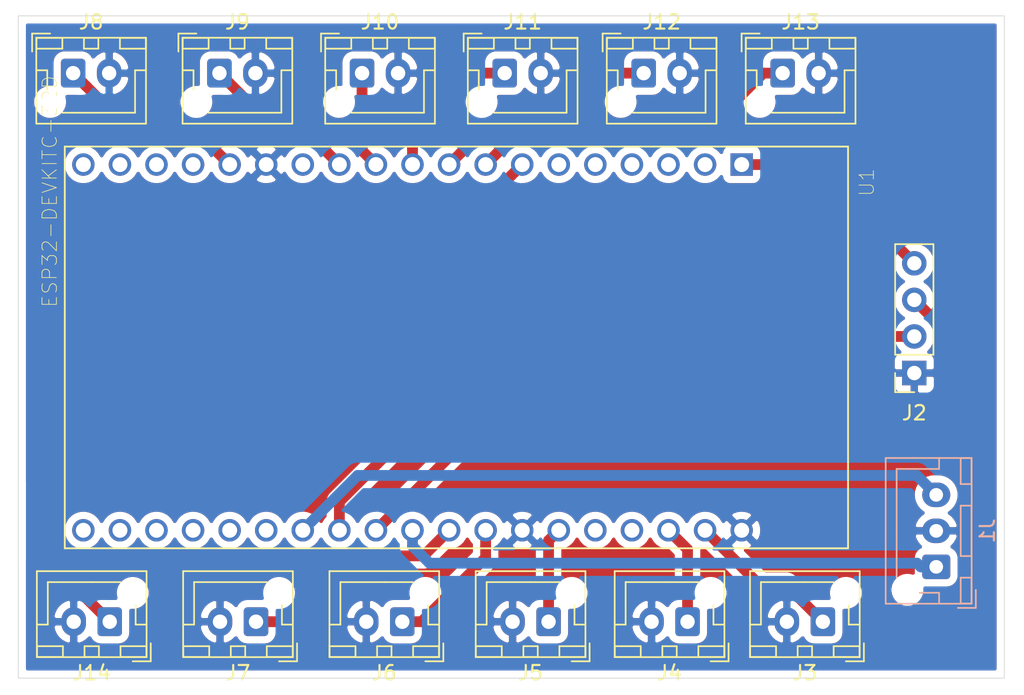
<source format=kicad_pcb>
(kicad_pcb (version 20171130) (host pcbnew 5.1.0)

  (general
    (thickness 1.6)
    (drawings 4)
    (tracks 64)
    (zones 0)
    (modules 15)
    (nets 37)
  )

  (page A4)
  (layers
    (0 F.Cu signal)
    (31 B.Cu signal)
    (32 B.Adhes user)
    (33 F.Adhes user)
    (34 B.Paste user)
    (35 F.Paste user)
    (36 B.SilkS user)
    (37 F.SilkS user)
    (38 B.Mask user)
    (39 F.Mask user)
    (40 Dwgs.User user)
    (41 Cmts.User user)
    (42 Eco1.User user)
    (43 Eco2.User user)
    (44 Edge.Cuts user)
    (45 Margin user)
    (46 B.CrtYd user)
    (47 F.CrtYd user)
    (48 B.Fab user)
    (49 F.Fab user)
  )

  (setup
    (last_trace_width 0.25)
    (user_trace_width 0.5)
    (user_trace_width 0.75)
    (trace_clearance 0.2)
    (zone_clearance 0.508)
    (zone_45_only no)
    (trace_min 0.2)
    (via_size 0.8)
    (via_drill 0.4)
    (via_min_size 0.4)
    (via_min_drill 0.3)
    (uvia_size 0.3)
    (uvia_drill 0.1)
    (uvias_allowed no)
    (uvia_min_size 0.2)
    (uvia_min_drill 0.1)
    (edge_width 0.05)
    (segment_width 0.2)
    (pcb_text_width 0.3)
    (pcb_text_size 1.5 1.5)
    (mod_edge_width 0.12)
    (mod_text_size 1 1)
    (mod_text_width 0.15)
    (pad_size 1.524 1.524)
    (pad_drill 0.762)
    (pad_to_mask_clearance 0.051)
    (solder_mask_min_width 0.25)
    (aux_axis_origin 0 0)
    (visible_elements FFFFFF7F)
    (pcbplotparams
      (layerselection 0x010fc_ffffffff)
      (usegerberextensions false)
      (usegerberattributes false)
      (usegerberadvancedattributes false)
      (creategerberjobfile false)
      (excludeedgelayer true)
      (linewidth 0.100000)
      (plotframeref false)
      (viasonmask false)
      (mode 1)
      (useauxorigin false)
      (hpglpennumber 1)
      (hpglpenspeed 20)
      (hpglpendiameter 15.000000)
      (psnegative false)
      (psa4output false)
      (plotreference true)
      (plotvalue true)
      (plotinvisibletext false)
      (padsonsilk false)
      (subtractmaskfromsilk false)
      (outputformat 1)
      (mirror false)
      (drillshape 1)
      (scaleselection 1)
      (outputdirectory ""))
  )

  (net 0 "")
  (net 1 "Net-(U1-Pad38)")
  (net 2 "Net-(U1-Pad37)")
  (net 3 "Net-(U1-Pad36)")
  (net 4 "Net-(U1-Pad35)")
  (net 5 "Net-(U1-Pad34)")
  (net 6 "Net-(U1-Pad33)")
  (net 7 "Net-(U1-Pad24)")
  (net 8 "Net-(U1-Pad23)")
  (net 9 "Net-(U1-Pad18)")
  (net 10 "Net-(U1-Pad17)")
  (net 11 "Net-(U1-Pad16)")
  (net 12 "Net-(U1-Pad13)")
  (net 13 "Net-(U1-Pad6)")
  (net 14 "Net-(U1-Pad5)")
  (net 15 "Net-(U1-Pad4)")
  (net 16 "Net-(U1-Pad3)")
  (net 17 "Net-(U1-Pad19)")
  (net 18 "Net-(U1-Pad2)")
  (net 19 "Net-(J1-Pad1)")
  (net 20 "Net-(J1-Pad3)")
  (net 21 PWR)
  (net 22 "Net-(J2-Pad3)")
  (net 23 "Net-(J2-Pad2)")
  (net 24 GND)
  (net 25 "Net-(J3-Pad1)")
  (net 26 "Net-(J4-Pad1)")
  (net 27 "Net-(J5-Pad1)")
  (net 28 "Net-(J6-Pad1)")
  (net 29 "Net-(J7-Pad1)")
  (net 30 "Net-(J8-Pad1)")
  (net 31 "Net-(J9-Pad1)")
  (net 32 "Net-(J10-Pad1)")
  (net 33 "Net-(J11-Pad1)")
  (net 34 "Net-(J12-Pad1)")
  (net 35 "Net-(J13-Pad1)")
  (net 36 "Net-(J14-Pad1)")

  (net_class Default "This is the default net class."
    (clearance 0.2)
    (trace_width 0.25)
    (via_dia 0.8)
    (via_drill 0.4)
    (uvia_dia 0.3)
    (uvia_drill 0.1)
    (add_net GND)
    (add_net "Net-(J1-Pad1)")
    (add_net "Net-(J1-Pad3)")
    (add_net "Net-(J10-Pad1)")
    (add_net "Net-(J11-Pad1)")
    (add_net "Net-(J12-Pad1)")
    (add_net "Net-(J13-Pad1)")
    (add_net "Net-(J14-Pad1)")
    (add_net "Net-(J2-Pad2)")
    (add_net "Net-(J2-Pad3)")
    (add_net "Net-(J3-Pad1)")
    (add_net "Net-(J4-Pad1)")
    (add_net "Net-(J5-Pad1)")
    (add_net "Net-(J6-Pad1)")
    (add_net "Net-(J7-Pad1)")
    (add_net "Net-(J8-Pad1)")
    (add_net "Net-(J9-Pad1)")
    (add_net "Net-(U1-Pad13)")
    (add_net "Net-(U1-Pad16)")
    (add_net "Net-(U1-Pad17)")
    (add_net "Net-(U1-Pad18)")
    (add_net "Net-(U1-Pad19)")
    (add_net "Net-(U1-Pad2)")
    (add_net "Net-(U1-Pad23)")
    (add_net "Net-(U1-Pad24)")
    (add_net "Net-(U1-Pad3)")
    (add_net "Net-(U1-Pad33)")
    (add_net "Net-(U1-Pad34)")
    (add_net "Net-(U1-Pad35)")
    (add_net "Net-(U1-Pad36)")
    (add_net "Net-(U1-Pad37)")
    (add_net "Net-(U1-Pad38)")
    (add_net "Net-(U1-Pad4)")
    (add_net "Net-(U1-Pad5)")
    (add_net "Net-(U1-Pad6)")
    (add_net PWR)
  )

  (module ESP32-DEVKITC-32D:MODULE_ESP32-DEVKITC-32D (layer F.Cu) (tedit 0) (tstamp 5CA0736C)
    (at 127 113.03 270)
    (path /5CA09322)
    (fp_text reference U1 (at -11.4644 -28.446 270) (layer F.SilkS)
      (effects (font (size 1.00039 1.00039) (thickness 0.05)))
    )
    (fp_text value ESP32-DEVKITC-32D (at -10.8363 28.2945 270) (layer F.SilkS)
      (effects (font (size 1.00105 1.00105) (thickness 0.05)))
    )
    (fp_circle (center -14.6 -19.9) (end -14.46 -19.9) (layer Eco2.User) (width 0.28))
    (fp_circle (center -14.6 -19.9) (end -14.46 -19.9) (layer Eco2.User) (width 0.28))
    (fp_line (start -14.2 27.5) (end -14.2 -27.4) (layer Eco1.User) (width 0.05))
    (fp_line (start 14.2 27.5) (end -14.2 27.5) (layer Eco1.User) (width 0.05))
    (fp_line (start 14.2 -27.4) (end 14.2 27.5) (layer Eco1.User) (width 0.05))
    (fp_line (start -14.2 -27.4) (end 14.2 -27.4) (layer Eco1.User) (width 0.05))
    (fp_line (start 13.95 27.25) (end -13.95 27.25) (layer F.SilkS) (width 0.127))
    (fp_line (start 13.95 -27.15) (end 13.95 27.25) (layer F.SilkS) (width 0.127))
    (fp_line (start -13.95 -27.15) (end 13.95 -27.15) (layer F.SilkS) (width 0.127))
    (fp_line (start -13.95 27.25) (end -13.95 -27.15) (layer F.SilkS) (width 0.127))
    (fp_line (start -13.95 27.25) (end -13.95 -27.15) (layer Eco2.User) (width 0.127))
    (fp_line (start 13.95 27.25) (end -13.95 27.25) (layer Eco2.User) (width 0.127))
    (fp_line (start 13.95 -27.15) (end 13.95 27.25) (layer Eco2.User) (width 0.127))
    (fp_line (start -13.95 -27.15) (end 13.95 -27.15) (layer Eco2.User) (width 0.127))
    (pad 38 thru_hole circle (at 12.7 25.96 270) (size 1.56 1.56) (drill 1.04) (layers *.Cu *.Mask)
      (net 1 "Net-(U1-Pad38)"))
    (pad 37 thru_hole circle (at 12.7 23.42 270) (size 1.56 1.56) (drill 1.04) (layers *.Cu *.Mask)
      (net 2 "Net-(U1-Pad37)"))
    (pad 36 thru_hole circle (at 12.7 20.88 270) (size 1.56 1.56) (drill 1.04) (layers *.Cu *.Mask)
      (net 3 "Net-(U1-Pad36)"))
    (pad 35 thru_hole circle (at 12.7 18.34 270) (size 1.56 1.56) (drill 1.04) (layers *.Cu *.Mask)
      (net 4 "Net-(U1-Pad35)"))
    (pad 34 thru_hole circle (at 12.7 15.8 270) (size 1.56 1.56) (drill 1.04) (layers *.Cu *.Mask)
      (net 5 "Net-(U1-Pad34)"))
    (pad 33 thru_hole circle (at 12.7 13.26 270) (size 1.56 1.56) (drill 1.04) (layers *.Cu *.Mask)
      (net 6 "Net-(U1-Pad33)"))
    (pad 32 thru_hole circle (at 12.7 10.72 270) (size 1.56 1.56) (drill 1.04) (layers *.Cu *.Mask)
      (net 20 "Net-(J1-Pad3)"))
    (pad 31 thru_hole circle (at 12.7 8.18 270) (size 1.56 1.56) (drill 1.04) (layers *.Cu *.Mask)
      (net 23 "Net-(J2-Pad2)"))
    (pad 30 thru_hole circle (at 12.7 5.64 270) (size 1.56 1.56) (drill 1.04) (layers *.Cu *.Mask)
      (net 22 "Net-(J2-Pad3)"))
    (pad 29 thru_hole circle (at 12.7 3.1 270) (size 1.56 1.56) (drill 1.04) (layers *.Cu *.Mask)
      (net 19 "Net-(J1-Pad1)"))
    (pad 28 thru_hole circle (at 12.7 0.56 270) (size 1.56 1.56) (drill 1.04) (layers *.Cu *.Mask)
      (net 29 "Net-(J7-Pad1)"))
    (pad 27 thru_hole circle (at 12.7 -1.98 270) (size 1.56 1.56) (drill 1.04) (layers *.Cu *.Mask)
      (net 28 "Net-(J6-Pad1)"))
    (pad 26 thru_hole circle (at 12.7 -4.52 270) (size 1.56 1.56) (drill 1.04) (layers *.Cu *.Mask)
      (net 24 GND))
    (pad 25 thru_hole circle (at 12.7 -7.06 270) (size 1.56 1.56) (drill 1.04) (layers *.Cu *.Mask)
      (net 27 "Net-(J5-Pad1)"))
    (pad 24 thru_hole circle (at 12.7 -9.6 270) (size 1.56 1.56) (drill 1.04) (layers *.Cu *.Mask)
      (net 7 "Net-(U1-Pad24)"))
    (pad 23 thru_hole circle (at 12.7 -12.14 270) (size 1.56 1.56) (drill 1.04) (layers *.Cu *.Mask)
      (net 8 "Net-(U1-Pad23)"))
    (pad 22 thru_hole circle (at 12.7 -14.68 270) (size 1.56 1.56) (drill 1.04) (layers *.Cu *.Mask)
      (net 26 "Net-(J4-Pad1)"))
    (pad 21 thru_hole circle (at 12.7 -17.22 270) (size 1.56 1.56) (drill 1.04) (layers *.Cu *.Mask)
      (net 25 "Net-(J3-Pad1)"))
    (pad 20 thru_hole circle (at 12.7 -19.76 270) (size 1.56 1.56) (drill 1.04) (layers *.Cu *.Mask)
      (net 24 GND))
    (pad 18 thru_hole circle (at -12.7 23.42 270) (size 1.56 1.56) (drill 1.04) (layers *.Cu *.Mask)
      (net 9 "Net-(U1-Pad18)"))
    (pad 17 thru_hole circle (at -12.7 20.88 270) (size 1.56 1.56) (drill 1.04) (layers *.Cu *.Mask)
      (net 10 "Net-(U1-Pad17)"))
    (pad 16 thru_hole circle (at -12.7 18.34 270) (size 1.56 1.56) (drill 1.04) (layers *.Cu *.Mask)
      (net 11 "Net-(U1-Pad16)"))
    (pad 15 thru_hole circle (at -12.7 15.8 270) (size 1.56 1.56) (drill 1.04) (layers *.Cu *.Mask)
      (net 30 "Net-(J8-Pad1)"))
    (pad 14 thru_hole circle (at -12.7 13.26 270) (size 1.56 1.56) (drill 1.04) (layers *.Cu *.Mask)
      (net 24 GND))
    (pad 13 thru_hole circle (at -12.7 10.72 270) (size 1.56 1.56) (drill 1.04) (layers *.Cu *.Mask)
      (net 12 "Net-(U1-Pad13)"))
    (pad 12 thru_hole circle (at -12.7 8.18 270) (size 1.56 1.56) (drill 1.04) (layers *.Cu *.Mask)
      (net 31 "Net-(J9-Pad1)"))
    (pad 11 thru_hole circle (at -12.7 5.64 270) (size 1.56 1.56) (drill 1.04) (layers *.Cu *.Mask)
      (net 32 "Net-(J10-Pad1)"))
    (pad 10 thru_hole circle (at -12.7 3.1 270) (size 1.56 1.56) (drill 1.04) (layers *.Cu *.Mask)
      (net 33 "Net-(J11-Pad1)"))
    (pad 9 thru_hole circle (at -12.7 0.56 270) (size 1.56 1.56) (drill 1.04) (layers *.Cu *.Mask)
      (net 34 "Net-(J12-Pad1)"))
    (pad 8 thru_hole circle (at -12.7 -1.98 270) (size 1.56 1.56) (drill 1.04) (layers *.Cu *.Mask)
      (net 35 "Net-(J13-Pad1)"))
    (pad 7 thru_hole circle (at -12.7 -4.52 270) (size 1.56 1.56) (drill 1.04) (layers *.Cu *.Mask)
      (net 36 "Net-(J14-Pad1)"))
    (pad 6 thru_hole circle (at -12.7 -7.06 270) (size 1.56 1.56) (drill 1.04) (layers *.Cu *.Mask)
      (net 13 "Net-(U1-Pad6)"))
    (pad 5 thru_hole circle (at -12.7 -9.6 270) (size 1.56 1.56) (drill 1.04) (layers *.Cu *.Mask)
      (net 14 "Net-(U1-Pad5)"))
    (pad 4 thru_hole circle (at -12.7 -12.14 270) (size 1.56 1.56) (drill 1.04) (layers *.Cu *.Mask)
      (net 15 "Net-(U1-Pad4)"))
    (pad 3 thru_hole circle (at -12.7 -14.68 270) (size 1.56 1.56) (drill 1.04) (layers *.Cu *.Mask)
      (net 16 "Net-(U1-Pad3)"))
    (pad 19 thru_hole circle (at -12.7 25.96 270) (size 1.56 1.56) (drill 1.04) (layers *.Cu *.Mask)
      (net 17 "Net-(U1-Pad19)"))
    (pad 2 thru_hole circle (at -12.7 -17.22 270) (size 1.56 1.56) (drill 1.04) (layers *.Cu *.Mask)
      (net 18 "Net-(U1-Pad2)"))
    (pad 1 thru_hole rect (at -12.7 -19.76 270) (size 1.56 1.56) (drill 1.04) (layers *.Cu *.Mask)
      (net 21 PWR))
  )

  (module Connector_JST:JST_XH_B2B-XH-AM_1x02_P2.50mm_Vertical (layer F.Cu) (tedit 5C28146E) (tstamp 5CA1D58F)
    (at 102.87 132.08 180)
    (descr "JST XH series connector, B2B-XH-AM, with boss (http://www.jst-mfg.com/product/pdf/eng/eXH.pdf), generated with kicad-footprint-generator")
    (tags "connector JST XH vertical boss")
    (path /5CA1FEDD)
    (fp_text reference J14 (at 1.25 -3.55 180) (layer F.SilkS)
      (effects (font (size 1 1) (thickness 0.15)))
    )
    (fp_text value Conn_01x02 (at 1.25 4.6 180) (layer F.Fab)
      (effects (font (size 1 1) (thickness 0.15)))
    )
    (fp_text user %R (at 1.25 2.7 180) (layer F.Fab)
      (effects (font (size 1 1) (thickness 0.15)))
    )
    (fp_line (start -2.85 -2.75) (end -2.85 -1.5) (layer F.SilkS) (width 0.12))
    (fp_line (start -1.6 -2.75) (end -2.85 -2.75) (layer F.SilkS) (width 0.12))
    (fp_line (start 4.3 2.75) (end 1.25 2.75) (layer F.SilkS) (width 0.12))
    (fp_line (start 4.3 -0.2) (end 4.3 2.75) (layer F.SilkS) (width 0.12))
    (fp_line (start 5.05 -0.2) (end 4.3 -0.2) (layer F.SilkS) (width 0.12))
    (fp_line (start 1.25 2.75) (end -0.74 2.75) (layer F.SilkS) (width 0.12))
    (fp_line (start -1.8 -0.2) (end -1.8 1.14) (layer F.SilkS) (width 0.12))
    (fp_line (start -2.55 -0.2) (end -1.8 -0.2) (layer F.SilkS) (width 0.12))
    (fp_line (start 5.05 -2.45) (end 3.25 -2.45) (layer F.SilkS) (width 0.12))
    (fp_line (start 5.05 -1.7) (end 5.05 -2.45) (layer F.SilkS) (width 0.12))
    (fp_line (start 3.25 -1.7) (end 5.05 -1.7) (layer F.SilkS) (width 0.12))
    (fp_line (start 3.25 -2.45) (end 3.25 -1.7) (layer F.SilkS) (width 0.12))
    (fp_line (start -0.75 -2.45) (end -2.55 -2.45) (layer F.SilkS) (width 0.12))
    (fp_line (start -0.75 -1.7) (end -0.75 -2.45) (layer F.SilkS) (width 0.12))
    (fp_line (start -2.55 -1.7) (end -0.75 -1.7) (layer F.SilkS) (width 0.12))
    (fp_line (start -2.55 -2.45) (end -2.55 -1.7) (layer F.SilkS) (width 0.12))
    (fp_line (start 1.75 -2.45) (end 0.75 -2.45) (layer F.SilkS) (width 0.12))
    (fp_line (start 1.75 -1.7) (end 1.75 -2.45) (layer F.SilkS) (width 0.12))
    (fp_line (start 0.75 -1.7) (end 1.75 -1.7) (layer F.SilkS) (width 0.12))
    (fp_line (start 0.75 -2.45) (end 0.75 -1.7) (layer F.SilkS) (width 0.12))
    (fp_line (start 0 -1.35) (end 0.625 -2.35) (layer F.Fab) (width 0.1))
    (fp_line (start -0.625 -2.35) (end 0 -1.35) (layer F.Fab) (width 0.1))
    (fp_line (start 5.45 -2.85) (end -2.95 -2.85) (layer F.CrtYd) (width 0.05))
    (fp_line (start 5.45 3.9) (end 5.45 -2.85) (layer F.CrtYd) (width 0.05))
    (fp_line (start -2.95 3.9) (end 5.45 3.9) (layer F.CrtYd) (width 0.05))
    (fp_line (start -2.95 -2.85) (end -2.95 3.9) (layer F.CrtYd) (width 0.05))
    (fp_line (start 5.06 -2.46) (end -2.56 -2.46) (layer F.SilkS) (width 0.12))
    (fp_line (start 5.06 3.51) (end 5.06 -2.46) (layer F.SilkS) (width 0.12))
    (fp_line (start -2.56 3.51) (end 5.06 3.51) (layer F.SilkS) (width 0.12))
    (fp_line (start -2.56 -2.46) (end -2.56 3.51) (layer F.SilkS) (width 0.12))
    (fp_line (start 4.95 -2.35) (end -2.45 -2.35) (layer F.Fab) (width 0.1))
    (fp_line (start 4.95 3.4) (end 4.95 -2.35) (layer F.Fab) (width 0.1))
    (fp_line (start -2.45 3.4) (end 4.95 3.4) (layer F.Fab) (width 0.1))
    (fp_line (start -2.45 -2.35) (end -2.45 3.4) (layer F.Fab) (width 0.1))
    (pad "" np_thru_hole circle (at -1.6 2 180) (size 1.2 1.2) (drill 1.2) (layers *.Cu *.Mask))
    (pad 2 thru_hole oval (at 2.5 0 180) (size 1.7 2) (drill 1) (layers *.Cu *.Mask)
      (net 24 GND))
    (pad 1 thru_hole roundrect (at 0 0 180) (size 1.7 2) (drill 1) (layers *.Cu *.Mask) (roundrect_rratio 0.147059)
      (net 36 "Net-(J14-Pad1)"))
    (model ${KISYS3DMOD}/Connector_JST.3dshapes/JST_XH_B2B-XH-A_1x02_P2.50mm_Vertical.wrl
      (at (xyz 0 0 0))
      (scale (xyz 1 1 1))
      (rotate (xyz 0 0 0))
    )
  )

  (module Connector_JST:JST_XH_B2B-XH-AM_1x02_P2.50mm_Vertical (layer F.Cu) (tedit 5C28146E) (tstamp 5CA1A915)
    (at 149.606 93.98)
    (descr "JST XH series connector, B2B-XH-AM, with boss (http://www.jst-mfg.com/product/pdf/eng/eXH.pdf), generated with kicad-footprint-generator")
    (tags "connector JST XH vertical boss")
    (path /5CA1FBF3)
    (fp_text reference J13 (at 1.25 -3.55) (layer F.SilkS)
      (effects (font (size 1 1) (thickness 0.15)))
    )
    (fp_text value Conn_01x02 (at 1.25 4.6) (layer F.Fab)
      (effects (font (size 1 1) (thickness 0.15)))
    )
    (fp_text user %R (at 1.25 2.7) (layer F.Fab)
      (effects (font (size 1 1) (thickness 0.15)))
    )
    (fp_line (start -2.85 -2.75) (end -2.85 -1.5) (layer F.SilkS) (width 0.12))
    (fp_line (start -1.6 -2.75) (end -2.85 -2.75) (layer F.SilkS) (width 0.12))
    (fp_line (start 4.3 2.75) (end 1.25 2.75) (layer F.SilkS) (width 0.12))
    (fp_line (start 4.3 -0.2) (end 4.3 2.75) (layer F.SilkS) (width 0.12))
    (fp_line (start 5.05 -0.2) (end 4.3 -0.2) (layer F.SilkS) (width 0.12))
    (fp_line (start 1.25 2.75) (end -0.74 2.75) (layer F.SilkS) (width 0.12))
    (fp_line (start -1.8 -0.2) (end -1.8 1.14) (layer F.SilkS) (width 0.12))
    (fp_line (start -2.55 -0.2) (end -1.8 -0.2) (layer F.SilkS) (width 0.12))
    (fp_line (start 5.05 -2.45) (end 3.25 -2.45) (layer F.SilkS) (width 0.12))
    (fp_line (start 5.05 -1.7) (end 5.05 -2.45) (layer F.SilkS) (width 0.12))
    (fp_line (start 3.25 -1.7) (end 5.05 -1.7) (layer F.SilkS) (width 0.12))
    (fp_line (start 3.25 -2.45) (end 3.25 -1.7) (layer F.SilkS) (width 0.12))
    (fp_line (start -0.75 -2.45) (end -2.55 -2.45) (layer F.SilkS) (width 0.12))
    (fp_line (start -0.75 -1.7) (end -0.75 -2.45) (layer F.SilkS) (width 0.12))
    (fp_line (start -2.55 -1.7) (end -0.75 -1.7) (layer F.SilkS) (width 0.12))
    (fp_line (start -2.55 -2.45) (end -2.55 -1.7) (layer F.SilkS) (width 0.12))
    (fp_line (start 1.75 -2.45) (end 0.75 -2.45) (layer F.SilkS) (width 0.12))
    (fp_line (start 1.75 -1.7) (end 1.75 -2.45) (layer F.SilkS) (width 0.12))
    (fp_line (start 0.75 -1.7) (end 1.75 -1.7) (layer F.SilkS) (width 0.12))
    (fp_line (start 0.75 -2.45) (end 0.75 -1.7) (layer F.SilkS) (width 0.12))
    (fp_line (start 0 -1.35) (end 0.625 -2.35) (layer F.Fab) (width 0.1))
    (fp_line (start -0.625 -2.35) (end 0 -1.35) (layer F.Fab) (width 0.1))
    (fp_line (start 5.45 -2.85) (end -2.95 -2.85) (layer F.CrtYd) (width 0.05))
    (fp_line (start 5.45 3.9) (end 5.45 -2.85) (layer F.CrtYd) (width 0.05))
    (fp_line (start -2.95 3.9) (end 5.45 3.9) (layer F.CrtYd) (width 0.05))
    (fp_line (start -2.95 -2.85) (end -2.95 3.9) (layer F.CrtYd) (width 0.05))
    (fp_line (start 5.06 -2.46) (end -2.56 -2.46) (layer F.SilkS) (width 0.12))
    (fp_line (start 5.06 3.51) (end 5.06 -2.46) (layer F.SilkS) (width 0.12))
    (fp_line (start -2.56 3.51) (end 5.06 3.51) (layer F.SilkS) (width 0.12))
    (fp_line (start -2.56 -2.46) (end -2.56 3.51) (layer F.SilkS) (width 0.12))
    (fp_line (start 4.95 -2.35) (end -2.45 -2.35) (layer F.Fab) (width 0.1))
    (fp_line (start 4.95 3.4) (end 4.95 -2.35) (layer F.Fab) (width 0.1))
    (fp_line (start -2.45 3.4) (end 4.95 3.4) (layer F.Fab) (width 0.1))
    (fp_line (start -2.45 -2.35) (end -2.45 3.4) (layer F.Fab) (width 0.1))
    (pad "" np_thru_hole circle (at -1.6 2) (size 1.2 1.2) (drill 1.2) (layers *.Cu *.Mask))
    (pad 2 thru_hole oval (at 2.5 0) (size 1.7 2) (drill 1) (layers *.Cu *.Mask)
      (net 24 GND))
    (pad 1 thru_hole roundrect (at 0 0) (size 1.7 2) (drill 1) (layers *.Cu *.Mask) (roundrect_rratio 0.147059)
      (net 35 "Net-(J13-Pad1)"))
    (model ${KISYS3DMOD}/Connector_JST.3dshapes/JST_XH_B2B-XH-A_1x02_P2.50mm_Vertical.wrl
      (at (xyz 0 0 0))
      (scale (xyz 1 1 1))
      (rotate (xyz 0 0 0))
    )
  )

  (module Connector_JST:JST_XH_B2B-XH-AM_1x02_P2.50mm_Vertical (layer F.Cu) (tedit 5C28146E) (tstamp 5CA15A8B)
    (at 139.954 93.98)
    (descr "JST XH series connector, B2B-XH-AM, with boss (http://www.jst-mfg.com/product/pdf/eng/eXH.pdf), generated with kicad-footprint-generator")
    (tags "connector JST XH vertical boss")
    (path /5CA1F98B)
    (fp_text reference J12 (at 1.25 -3.55) (layer F.SilkS)
      (effects (font (size 1 1) (thickness 0.15)))
    )
    (fp_text value Conn_01x02 (at 1.25 4.6) (layer F.Fab)
      (effects (font (size 1 1) (thickness 0.15)))
    )
    (fp_text user %R (at 1.25 2.7) (layer F.Fab)
      (effects (font (size 1 1) (thickness 0.15)))
    )
    (fp_line (start -2.85 -2.75) (end -2.85 -1.5) (layer F.SilkS) (width 0.12))
    (fp_line (start -1.6 -2.75) (end -2.85 -2.75) (layer F.SilkS) (width 0.12))
    (fp_line (start 4.3 2.75) (end 1.25 2.75) (layer F.SilkS) (width 0.12))
    (fp_line (start 4.3 -0.2) (end 4.3 2.75) (layer F.SilkS) (width 0.12))
    (fp_line (start 5.05 -0.2) (end 4.3 -0.2) (layer F.SilkS) (width 0.12))
    (fp_line (start 1.25 2.75) (end -0.74 2.75) (layer F.SilkS) (width 0.12))
    (fp_line (start -1.8 -0.2) (end -1.8 1.14) (layer F.SilkS) (width 0.12))
    (fp_line (start -2.55 -0.2) (end -1.8 -0.2) (layer F.SilkS) (width 0.12))
    (fp_line (start 5.05 -2.45) (end 3.25 -2.45) (layer F.SilkS) (width 0.12))
    (fp_line (start 5.05 -1.7) (end 5.05 -2.45) (layer F.SilkS) (width 0.12))
    (fp_line (start 3.25 -1.7) (end 5.05 -1.7) (layer F.SilkS) (width 0.12))
    (fp_line (start 3.25 -2.45) (end 3.25 -1.7) (layer F.SilkS) (width 0.12))
    (fp_line (start -0.75 -2.45) (end -2.55 -2.45) (layer F.SilkS) (width 0.12))
    (fp_line (start -0.75 -1.7) (end -0.75 -2.45) (layer F.SilkS) (width 0.12))
    (fp_line (start -2.55 -1.7) (end -0.75 -1.7) (layer F.SilkS) (width 0.12))
    (fp_line (start -2.55 -2.45) (end -2.55 -1.7) (layer F.SilkS) (width 0.12))
    (fp_line (start 1.75 -2.45) (end 0.75 -2.45) (layer F.SilkS) (width 0.12))
    (fp_line (start 1.75 -1.7) (end 1.75 -2.45) (layer F.SilkS) (width 0.12))
    (fp_line (start 0.75 -1.7) (end 1.75 -1.7) (layer F.SilkS) (width 0.12))
    (fp_line (start 0.75 -2.45) (end 0.75 -1.7) (layer F.SilkS) (width 0.12))
    (fp_line (start 0 -1.35) (end 0.625 -2.35) (layer F.Fab) (width 0.1))
    (fp_line (start -0.625 -2.35) (end 0 -1.35) (layer F.Fab) (width 0.1))
    (fp_line (start 5.45 -2.85) (end -2.95 -2.85) (layer F.CrtYd) (width 0.05))
    (fp_line (start 5.45 3.9) (end 5.45 -2.85) (layer F.CrtYd) (width 0.05))
    (fp_line (start -2.95 3.9) (end 5.45 3.9) (layer F.CrtYd) (width 0.05))
    (fp_line (start -2.95 -2.85) (end -2.95 3.9) (layer F.CrtYd) (width 0.05))
    (fp_line (start 5.06 -2.46) (end -2.56 -2.46) (layer F.SilkS) (width 0.12))
    (fp_line (start 5.06 3.51) (end 5.06 -2.46) (layer F.SilkS) (width 0.12))
    (fp_line (start -2.56 3.51) (end 5.06 3.51) (layer F.SilkS) (width 0.12))
    (fp_line (start -2.56 -2.46) (end -2.56 3.51) (layer F.SilkS) (width 0.12))
    (fp_line (start 4.95 -2.35) (end -2.45 -2.35) (layer F.Fab) (width 0.1))
    (fp_line (start 4.95 3.4) (end 4.95 -2.35) (layer F.Fab) (width 0.1))
    (fp_line (start -2.45 3.4) (end 4.95 3.4) (layer F.Fab) (width 0.1))
    (fp_line (start -2.45 -2.35) (end -2.45 3.4) (layer F.Fab) (width 0.1))
    (pad "" np_thru_hole circle (at -1.6 2) (size 1.2 1.2) (drill 1.2) (layers *.Cu *.Mask))
    (pad 2 thru_hole oval (at 2.5 0) (size 1.7 2) (drill 1) (layers *.Cu *.Mask)
      (net 24 GND))
    (pad 1 thru_hole roundrect (at 0 0) (size 1.7 2) (drill 1) (layers *.Cu *.Mask) (roundrect_rratio 0.147059)
      (net 34 "Net-(J12-Pad1)"))
    (model ${KISYS3DMOD}/Connector_JST.3dshapes/JST_XH_B2B-XH-A_1x02_P2.50mm_Vertical.wrl
      (at (xyz 0 0 0))
      (scale (xyz 1 1 1))
      (rotate (xyz 0 0 0))
    )
  )

  (module Connector_JST:JST_XH_B2B-XH-AM_1x02_P2.50mm_Vertical (layer F.Cu) (tedit 5C28146E) (tstamp 5CA1AC4F)
    (at 130.302 93.98)
    (descr "JST XH series connector, B2B-XH-AM, with boss (http://www.jst-mfg.com/product/pdf/eng/eXH.pdf), generated with kicad-footprint-generator")
    (tags "connector JST XH vertical boss")
    (path /5CA1F5C5)
    (fp_text reference J11 (at 1.25 -3.55) (layer F.SilkS)
      (effects (font (size 1 1) (thickness 0.15)))
    )
    (fp_text value Conn_01x02 (at 1.25 4.6) (layer F.Fab)
      (effects (font (size 1 1) (thickness 0.15)))
    )
    (fp_text user %R (at 1.25 2.7) (layer F.Fab)
      (effects (font (size 1 1) (thickness 0.15)))
    )
    (fp_line (start -2.85 -2.75) (end -2.85 -1.5) (layer F.SilkS) (width 0.12))
    (fp_line (start -1.6 -2.75) (end -2.85 -2.75) (layer F.SilkS) (width 0.12))
    (fp_line (start 4.3 2.75) (end 1.25 2.75) (layer F.SilkS) (width 0.12))
    (fp_line (start 4.3 -0.2) (end 4.3 2.75) (layer F.SilkS) (width 0.12))
    (fp_line (start 5.05 -0.2) (end 4.3 -0.2) (layer F.SilkS) (width 0.12))
    (fp_line (start 1.25 2.75) (end -0.74 2.75) (layer F.SilkS) (width 0.12))
    (fp_line (start -1.8 -0.2) (end -1.8 1.14) (layer F.SilkS) (width 0.12))
    (fp_line (start -2.55 -0.2) (end -1.8 -0.2) (layer F.SilkS) (width 0.12))
    (fp_line (start 5.05 -2.45) (end 3.25 -2.45) (layer F.SilkS) (width 0.12))
    (fp_line (start 5.05 -1.7) (end 5.05 -2.45) (layer F.SilkS) (width 0.12))
    (fp_line (start 3.25 -1.7) (end 5.05 -1.7) (layer F.SilkS) (width 0.12))
    (fp_line (start 3.25 -2.45) (end 3.25 -1.7) (layer F.SilkS) (width 0.12))
    (fp_line (start -0.75 -2.45) (end -2.55 -2.45) (layer F.SilkS) (width 0.12))
    (fp_line (start -0.75 -1.7) (end -0.75 -2.45) (layer F.SilkS) (width 0.12))
    (fp_line (start -2.55 -1.7) (end -0.75 -1.7) (layer F.SilkS) (width 0.12))
    (fp_line (start -2.55 -2.45) (end -2.55 -1.7) (layer F.SilkS) (width 0.12))
    (fp_line (start 1.75 -2.45) (end 0.75 -2.45) (layer F.SilkS) (width 0.12))
    (fp_line (start 1.75 -1.7) (end 1.75 -2.45) (layer F.SilkS) (width 0.12))
    (fp_line (start 0.75 -1.7) (end 1.75 -1.7) (layer F.SilkS) (width 0.12))
    (fp_line (start 0.75 -2.45) (end 0.75 -1.7) (layer F.SilkS) (width 0.12))
    (fp_line (start 0 -1.35) (end 0.625 -2.35) (layer F.Fab) (width 0.1))
    (fp_line (start -0.625 -2.35) (end 0 -1.35) (layer F.Fab) (width 0.1))
    (fp_line (start 5.45 -2.85) (end -2.95 -2.85) (layer F.CrtYd) (width 0.05))
    (fp_line (start 5.45 3.9) (end 5.45 -2.85) (layer F.CrtYd) (width 0.05))
    (fp_line (start -2.95 3.9) (end 5.45 3.9) (layer F.CrtYd) (width 0.05))
    (fp_line (start -2.95 -2.85) (end -2.95 3.9) (layer F.CrtYd) (width 0.05))
    (fp_line (start 5.06 -2.46) (end -2.56 -2.46) (layer F.SilkS) (width 0.12))
    (fp_line (start 5.06 3.51) (end 5.06 -2.46) (layer F.SilkS) (width 0.12))
    (fp_line (start -2.56 3.51) (end 5.06 3.51) (layer F.SilkS) (width 0.12))
    (fp_line (start -2.56 -2.46) (end -2.56 3.51) (layer F.SilkS) (width 0.12))
    (fp_line (start 4.95 -2.35) (end -2.45 -2.35) (layer F.Fab) (width 0.1))
    (fp_line (start 4.95 3.4) (end 4.95 -2.35) (layer F.Fab) (width 0.1))
    (fp_line (start -2.45 3.4) (end 4.95 3.4) (layer F.Fab) (width 0.1))
    (fp_line (start -2.45 -2.35) (end -2.45 3.4) (layer F.Fab) (width 0.1))
    (pad "" np_thru_hole circle (at -1.6 2) (size 1.2 1.2) (drill 1.2) (layers *.Cu *.Mask))
    (pad 2 thru_hole oval (at 2.5 0) (size 1.7 2) (drill 1) (layers *.Cu *.Mask)
      (net 24 GND))
    (pad 1 thru_hole roundrect (at 0 0) (size 1.7 2) (drill 1) (layers *.Cu *.Mask) (roundrect_rratio 0.147059)
      (net 33 "Net-(J11-Pad1)"))
    (model ${KISYS3DMOD}/Connector_JST.3dshapes/JST_XH_B2B-XH-A_1x02_P2.50mm_Vertical.wrl
      (at (xyz 0 0 0))
      (scale (xyz 1 1 1))
      (rotate (xyz 0 0 0))
    )
  )

  (module Connector_JST:JST_XH_B2B-XH-AM_1x02_P2.50mm_Vertical (layer F.Cu) (tedit 5C28146E) (tstamp 5CA1BFA9)
    (at 120.396 93.98)
    (descr "JST XH series connector, B2B-XH-AM, with boss (http://www.jst-mfg.com/product/pdf/eng/eXH.pdf), generated with kicad-footprint-generator")
    (tags "connector JST XH vertical boss")
    (path /5CA1F1F0)
    (fp_text reference J10 (at 1.25 -3.55) (layer F.SilkS)
      (effects (font (size 1 1) (thickness 0.15)))
    )
    (fp_text value Conn_01x02 (at 1.25 4.6) (layer F.Fab)
      (effects (font (size 1 1) (thickness 0.15)))
    )
    (fp_text user %R (at 1.25 2.7) (layer F.Fab)
      (effects (font (size 1 1) (thickness 0.15)))
    )
    (fp_line (start -2.85 -2.75) (end -2.85 -1.5) (layer F.SilkS) (width 0.12))
    (fp_line (start -1.6 -2.75) (end -2.85 -2.75) (layer F.SilkS) (width 0.12))
    (fp_line (start 4.3 2.75) (end 1.25 2.75) (layer F.SilkS) (width 0.12))
    (fp_line (start 4.3 -0.2) (end 4.3 2.75) (layer F.SilkS) (width 0.12))
    (fp_line (start 5.05 -0.2) (end 4.3 -0.2) (layer F.SilkS) (width 0.12))
    (fp_line (start 1.25 2.75) (end -0.74 2.75) (layer F.SilkS) (width 0.12))
    (fp_line (start -1.8 -0.2) (end -1.8 1.14) (layer F.SilkS) (width 0.12))
    (fp_line (start -2.55 -0.2) (end -1.8 -0.2) (layer F.SilkS) (width 0.12))
    (fp_line (start 5.05 -2.45) (end 3.25 -2.45) (layer F.SilkS) (width 0.12))
    (fp_line (start 5.05 -1.7) (end 5.05 -2.45) (layer F.SilkS) (width 0.12))
    (fp_line (start 3.25 -1.7) (end 5.05 -1.7) (layer F.SilkS) (width 0.12))
    (fp_line (start 3.25 -2.45) (end 3.25 -1.7) (layer F.SilkS) (width 0.12))
    (fp_line (start -0.75 -2.45) (end -2.55 -2.45) (layer F.SilkS) (width 0.12))
    (fp_line (start -0.75 -1.7) (end -0.75 -2.45) (layer F.SilkS) (width 0.12))
    (fp_line (start -2.55 -1.7) (end -0.75 -1.7) (layer F.SilkS) (width 0.12))
    (fp_line (start -2.55 -2.45) (end -2.55 -1.7) (layer F.SilkS) (width 0.12))
    (fp_line (start 1.75 -2.45) (end 0.75 -2.45) (layer F.SilkS) (width 0.12))
    (fp_line (start 1.75 -1.7) (end 1.75 -2.45) (layer F.SilkS) (width 0.12))
    (fp_line (start 0.75 -1.7) (end 1.75 -1.7) (layer F.SilkS) (width 0.12))
    (fp_line (start 0.75 -2.45) (end 0.75 -1.7) (layer F.SilkS) (width 0.12))
    (fp_line (start 0 -1.35) (end 0.625 -2.35) (layer F.Fab) (width 0.1))
    (fp_line (start -0.625 -2.35) (end 0 -1.35) (layer F.Fab) (width 0.1))
    (fp_line (start 5.45 -2.85) (end -2.95 -2.85) (layer F.CrtYd) (width 0.05))
    (fp_line (start 5.45 3.9) (end 5.45 -2.85) (layer F.CrtYd) (width 0.05))
    (fp_line (start -2.95 3.9) (end 5.45 3.9) (layer F.CrtYd) (width 0.05))
    (fp_line (start -2.95 -2.85) (end -2.95 3.9) (layer F.CrtYd) (width 0.05))
    (fp_line (start 5.06 -2.46) (end -2.56 -2.46) (layer F.SilkS) (width 0.12))
    (fp_line (start 5.06 3.51) (end 5.06 -2.46) (layer F.SilkS) (width 0.12))
    (fp_line (start -2.56 3.51) (end 5.06 3.51) (layer F.SilkS) (width 0.12))
    (fp_line (start -2.56 -2.46) (end -2.56 3.51) (layer F.SilkS) (width 0.12))
    (fp_line (start 4.95 -2.35) (end -2.45 -2.35) (layer F.Fab) (width 0.1))
    (fp_line (start 4.95 3.4) (end 4.95 -2.35) (layer F.Fab) (width 0.1))
    (fp_line (start -2.45 3.4) (end 4.95 3.4) (layer F.Fab) (width 0.1))
    (fp_line (start -2.45 -2.35) (end -2.45 3.4) (layer F.Fab) (width 0.1))
    (pad "" np_thru_hole circle (at -1.6 2) (size 1.2 1.2) (drill 1.2) (layers *.Cu *.Mask))
    (pad 2 thru_hole oval (at 2.5 0) (size 1.7 2) (drill 1) (layers *.Cu *.Mask)
      (net 24 GND))
    (pad 1 thru_hole roundrect (at 0 0) (size 1.7 2) (drill 1) (layers *.Cu *.Mask) (roundrect_rratio 0.147059)
      (net 32 "Net-(J10-Pad1)"))
    (model ${KISYS3DMOD}/Connector_JST.3dshapes/JST_XH_B2B-XH-A_1x02_P2.50mm_Vertical.wrl
      (at (xyz 0 0 0))
      (scale (xyz 1 1 1))
      (rotate (xyz 0 0 0))
    )
  )

  (module Connector_JST:JST_XH_B2B-XH-AM_1x02_P2.50mm_Vertical (layer F.Cu) (tedit 5C28146E) (tstamp 5CA1C09F)
    (at 110.49 93.98)
    (descr "JST XH series connector, B2B-XH-AM, with boss (http://www.jst-mfg.com/product/pdf/eng/eXH.pdf), generated with kicad-footprint-generator")
    (tags "connector JST XH vertical boss")
    (path /5CA1EDBC)
    (fp_text reference J9 (at 1.25 -3.55) (layer F.SilkS)
      (effects (font (size 1 1) (thickness 0.15)))
    )
    (fp_text value Conn_01x02 (at 1.25 4.6) (layer F.Fab)
      (effects (font (size 1 1) (thickness 0.15)))
    )
    (fp_text user %R (at 1.25 2.7) (layer F.Fab)
      (effects (font (size 1 1) (thickness 0.15)))
    )
    (fp_line (start -2.85 -2.75) (end -2.85 -1.5) (layer F.SilkS) (width 0.12))
    (fp_line (start -1.6 -2.75) (end -2.85 -2.75) (layer F.SilkS) (width 0.12))
    (fp_line (start 4.3 2.75) (end 1.25 2.75) (layer F.SilkS) (width 0.12))
    (fp_line (start 4.3 -0.2) (end 4.3 2.75) (layer F.SilkS) (width 0.12))
    (fp_line (start 5.05 -0.2) (end 4.3 -0.2) (layer F.SilkS) (width 0.12))
    (fp_line (start 1.25 2.75) (end -0.74 2.75) (layer F.SilkS) (width 0.12))
    (fp_line (start -1.8 -0.2) (end -1.8 1.14) (layer F.SilkS) (width 0.12))
    (fp_line (start -2.55 -0.2) (end -1.8 -0.2) (layer F.SilkS) (width 0.12))
    (fp_line (start 5.05 -2.45) (end 3.25 -2.45) (layer F.SilkS) (width 0.12))
    (fp_line (start 5.05 -1.7) (end 5.05 -2.45) (layer F.SilkS) (width 0.12))
    (fp_line (start 3.25 -1.7) (end 5.05 -1.7) (layer F.SilkS) (width 0.12))
    (fp_line (start 3.25 -2.45) (end 3.25 -1.7) (layer F.SilkS) (width 0.12))
    (fp_line (start -0.75 -2.45) (end -2.55 -2.45) (layer F.SilkS) (width 0.12))
    (fp_line (start -0.75 -1.7) (end -0.75 -2.45) (layer F.SilkS) (width 0.12))
    (fp_line (start -2.55 -1.7) (end -0.75 -1.7) (layer F.SilkS) (width 0.12))
    (fp_line (start -2.55 -2.45) (end -2.55 -1.7) (layer F.SilkS) (width 0.12))
    (fp_line (start 1.75 -2.45) (end 0.75 -2.45) (layer F.SilkS) (width 0.12))
    (fp_line (start 1.75 -1.7) (end 1.75 -2.45) (layer F.SilkS) (width 0.12))
    (fp_line (start 0.75 -1.7) (end 1.75 -1.7) (layer F.SilkS) (width 0.12))
    (fp_line (start 0.75 -2.45) (end 0.75 -1.7) (layer F.SilkS) (width 0.12))
    (fp_line (start 0 -1.35) (end 0.625 -2.35) (layer F.Fab) (width 0.1))
    (fp_line (start -0.625 -2.35) (end 0 -1.35) (layer F.Fab) (width 0.1))
    (fp_line (start 5.45 -2.85) (end -2.95 -2.85) (layer F.CrtYd) (width 0.05))
    (fp_line (start 5.45 3.9) (end 5.45 -2.85) (layer F.CrtYd) (width 0.05))
    (fp_line (start -2.95 3.9) (end 5.45 3.9) (layer F.CrtYd) (width 0.05))
    (fp_line (start -2.95 -2.85) (end -2.95 3.9) (layer F.CrtYd) (width 0.05))
    (fp_line (start 5.06 -2.46) (end -2.56 -2.46) (layer F.SilkS) (width 0.12))
    (fp_line (start 5.06 3.51) (end 5.06 -2.46) (layer F.SilkS) (width 0.12))
    (fp_line (start -2.56 3.51) (end 5.06 3.51) (layer F.SilkS) (width 0.12))
    (fp_line (start -2.56 -2.46) (end -2.56 3.51) (layer F.SilkS) (width 0.12))
    (fp_line (start 4.95 -2.35) (end -2.45 -2.35) (layer F.Fab) (width 0.1))
    (fp_line (start 4.95 3.4) (end 4.95 -2.35) (layer F.Fab) (width 0.1))
    (fp_line (start -2.45 3.4) (end 4.95 3.4) (layer F.Fab) (width 0.1))
    (fp_line (start -2.45 -2.35) (end -2.45 3.4) (layer F.Fab) (width 0.1))
    (pad "" np_thru_hole circle (at -1.6 2) (size 1.2 1.2) (drill 1.2) (layers *.Cu *.Mask))
    (pad 2 thru_hole oval (at 2.5 0) (size 1.7 2) (drill 1) (layers *.Cu *.Mask)
      (net 24 GND))
    (pad 1 thru_hole roundrect (at 0 0) (size 1.7 2) (drill 1) (layers *.Cu *.Mask) (roundrect_rratio 0.147059)
      (net 31 "Net-(J9-Pad1)"))
    (model ${KISYS3DMOD}/Connector_JST.3dshapes/JST_XH_B2B-XH-A_1x02_P2.50mm_Vertical.wrl
      (at (xyz 0 0 0))
      (scale (xyz 1 1 1))
      (rotate (xyz 0 0 0))
    )
  )

  (module Connector_JST:JST_XH_B2B-XH-AM_1x02_P2.50mm_Vertical (layer F.Cu) (tedit 5C28146E) (tstamp 5CA1C024)
    (at 100.33 93.98)
    (descr "JST XH series connector, B2B-XH-AM, with boss (http://www.jst-mfg.com/product/pdf/eng/eXH.pdf), generated with kicad-footprint-generator")
    (tags "connector JST XH vertical boss")
    (path /5CA1E911)
    (fp_text reference J8 (at 1.25 -3.55) (layer F.SilkS)
      (effects (font (size 1 1) (thickness 0.15)))
    )
    (fp_text value Conn_01x02 (at 1.25 4.6) (layer F.Fab)
      (effects (font (size 1 1) (thickness 0.15)))
    )
    (fp_text user %R (at 1.25 2.7) (layer F.Fab)
      (effects (font (size 1 1) (thickness 0.15)))
    )
    (fp_line (start -2.85 -2.75) (end -2.85 -1.5) (layer F.SilkS) (width 0.12))
    (fp_line (start -1.6 -2.75) (end -2.85 -2.75) (layer F.SilkS) (width 0.12))
    (fp_line (start 4.3 2.75) (end 1.25 2.75) (layer F.SilkS) (width 0.12))
    (fp_line (start 4.3 -0.2) (end 4.3 2.75) (layer F.SilkS) (width 0.12))
    (fp_line (start 5.05 -0.2) (end 4.3 -0.2) (layer F.SilkS) (width 0.12))
    (fp_line (start 1.25 2.75) (end -0.74 2.75) (layer F.SilkS) (width 0.12))
    (fp_line (start -1.8 -0.2) (end -1.8 1.14) (layer F.SilkS) (width 0.12))
    (fp_line (start -2.55 -0.2) (end -1.8 -0.2) (layer F.SilkS) (width 0.12))
    (fp_line (start 5.05 -2.45) (end 3.25 -2.45) (layer F.SilkS) (width 0.12))
    (fp_line (start 5.05 -1.7) (end 5.05 -2.45) (layer F.SilkS) (width 0.12))
    (fp_line (start 3.25 -1.7) (end 5.05 -1.7) (layer F.SilkS) (width 0.12))
    (fp_line (start 3.25 -2.45) (end 3.25 -1.7) (layer F.SilkS) (width 0.12))
    (fp_line (start -0.75 -2.45) (end -2.55 -2.45) (layer F.SilkS) (width 0.12))
    (fp_line (start -0.75 -1.7) (end -0.75 -2.45) (layer F.SilkS) (width 0.12))
    (fp_line (start -2.55 -1.7) (end -0.75 -1.7) (layer F.SilkS) (width 0.12))
    (fp_line (start -2.55 -2.45) (end -2.55 -1.7) (layer F.SilkS) (width 0.12))
    (fp_line (start 1.75 -2.45) (end 0.75 -2.45) (layer F.SilkS) (width 0.12))
    (fp_line (start 1.75 -1.7) (end 1.75 -2.45) (layer F.SilkS) (width 0.12))
    (fp_line (start 0.75 -1.7) (end 1.75 -1.7) (layer F.SilkS) (width 0.12))
    (fp_line (start 0.75 -2.45) (end 0.75 -1.7) (layer F.SilkS) (width 0.12))
    (fp_line (start 0 -1.35) (end 0.625 -2.35) (layer F.Fab) (width 0.1))
    (fp_line (start -0.625 -2.35) (end 0 -1.35) (layer F.Fab) (width 0.1))
    (fp_line (start 5.45 -2.85) (end -2.95 -2.85) (layer F.CrtYd) (width 0.05))
    (fp_line (start 5.45 3.9) (end 5.45 -2.85) (layer F.CrtYd) (width 0.05))
    (fp_line (start -2.95 3.9) (end 5.45 3.9) (layer F.CrtYd) (width 0.05))
    (fp_line (start -2.95 -2.85) (end -2.95 3.9) (layer F.CrtYd) (width 0.05))
    (fp_line (start 5.06 -2.46) (end -2.56 -2.46) (layer F.SilkS) (width 0.12))
    (fp_line (start 5.06 3.51) (end 5.06 -2.46) (layer F.SilkS) (width 0.12))
    (fp_line (start -2.56 3.51) (end 5.06 3.51) (layer F.SilkS) (width 0.12))
    (fp_line (start -2.56 -2.46) (end -2.56 3.51) (layer F.SilkS) (width 0.12))
    (fp_line (start 4.95 -2.35) (end -2.45 -2.35) (layer F.Fab) (width 0.1))
    (fp_line (start 4.95 3.4) (end 4.95 -2.35) (layer F.Fab) (width 0.1))
    (fp_line (start -2.45 3.4) (end 4.95 3.4) (layer F.Fab) (width 0.1))
    (fp_line (start -2.45 -2.35) (end -2.45 3.4) (layer F.Fab) (width 0.1))
    (pad "" np_thru_hole circle (at -1.6 2) (size 1.2 1.2) (drill 1.2) (layers *.Cu *.Mask))
    (pad 2 thru_hole oval (at 2.5 0) (size 1.7 2) (drill 1) (layers *.Cu *.Mask)
      (net 24 GND))
    (pad 1 thru_hole roundrect (at 0 0) (size 1.7 2) (drill 1) (layers *.Cu *.Mask) (roundrect_rratio 0.147059)
      (net 30 "Net-(J8-Pad1)"))
    (model ${KISYS3DMOD}/Connector_JST.3dshapes/JST_XH_B2B-XH-A_1x02_P2.50mm_Vertical.wrl
      (at (xyz 0 0 0))
      (scale (xyz 1 1 1))
      (rotate (xyz 0 0 0))
    )
  )

  (module Connector_JST:JST_XH_B2B-XH-AM_1x02_P2.50mm_Vertical (layer F.Cu) (tedit 5C28146E) (tstamp 5CA1D95F)
    (at 113.03 132.08 180)
    (descr "JST XH series connector, B2B-XH-AM, with boss (http://www.jst-mfg.com/product/pdf/eng/eXH.pdf), generated with kicad-footprint-generator")
    (tags "connector JST XH vertical boss")
    (path /5CA1E6C2)
    (fp_text reference J7 (at 1.25 -3.55 180) (layer F.SilkS)
      (effects (font (size 1 1) (thickness 0.15)))
    )
    (fp_text value Conn_01x02 (at 1.25 4.6 180) (layer F.Fab)
      (effects (font (size 1 1) (thickness 0.15)))
    )
    (fp_text user %R (at 1.25 2.7 180) (layer F.Fab)
      (effects (font (size 1 1) (thickness 0.15)))
    )
    (fp_line (start -2.85 -2.75) (end -2.85 -1.5) (layer F.SilkS) (width 0.12))
    (fp_line (start -1.6 -2.75) (end -2.85 -2.75) (layer F.SilkS) (width 0.12))
    (fp_line (start 4.3 2.75) (end 1.25 2.75) (layer F.SilkS) (width 0.12))
    (fp_line (start 4.3 -0.2) (end 4.3 2.75) (layer F.SilkS) (width 0.12))
    (fp_line (start 5.05 -0.2) (end 4.3 -0.2) (layer F.SilkS) (width 0.12))
    (fp_line (start 1.25 2.75) (end -0.74 2.75) (layer F.SilkS) (width 0.12))
    (fp_line (start -1.8 -0.2) (end -1.8 1.14) (layer F.SilkS) (width 0.12))
    (fp_line (start -2.55 -0.2) (end -1.8 -0.2) (layer F.SilkS) (width 0.12))
    (fp_line (start 5.05 -2.45) (end 3.25 -2.45) (layer F.SilkS) (width 0.12))
    (fp_line (start 5.05 -1.7) (end 5.05 -2.45) (layer F.SilkS) (width 0.12))
    (fp_line (start 3.25 -1.7) (end 5.05 -1.7) (layer F.SilkS) (width 0.12))
    (fp_line (start 3.25 -2.45) (end 3.25 -1.7) (layer F.SilkS) (width 0.12))
    (fp_line (start -0.75 -2.45) (end -2.55 -2.45) (layer F.SilkS) (width 0.12))
    (fp_line (start -0.75 -1.7) (end -0.75 -2.45) (layer F.SilkS) (width 0.12))
    (fp_line (start -2.55 -1.7) (end -0.75 -1.7) (layer F.SilkS) (width 0.12))
    (fp_line (start -2.55 -2.45) (end -2.55 -1.7) (layer F.SilkS) (width 0.12))
    (fp_line (start 1.75 -2.45) (end 0.75 -2.45) (layer F.SilkS) (width 0.12))
    (fp_line (start 1.75 -1.7) (end 1.75 -2.45) (layer F.SilkS) (width 0.12))
    (fp_line (start 0.75 -1.7) (end 1.75 -1.7) (layer F.SilkS) (width 0.12))
    (fp_line (start 0.75 -2.45) (end 0.75 -1.7) (layer F.SilkS) (width 0.12))
    (fp_line (start 0 -1.35) (end 0.625 -2.35) (layer F.Fab) (width 0.1))
    (fp_line (start -0.625 -2.35) (end 0 -1.35) (layer F.Fab) (width 0.1))
    (fp_line (start 5.45 -2.85) (end -2.95 -2.85) (layer F.CrtYd) (width 0.05))
    (fp_line (start 5.45 3.9) (end 5.45 -2.85) (layer F.CrtYd) (width 0.05))
    (fp_line (start -2.95 3.9) (end 5.45 3.9) (layer F.CrtYd) (width 0.05))
    (fp_line (start -2.95 -2.85) (end -2.95 3.9) (layer F.CrtYd) (width 0.05))
    (fp_line (start 5.06 -2.46) (end -2.56 -2.46) (layer F.SilkS) (width 0.12))
    (fp_line (start 5.06 3.51) (end 5.06 -2.46) (layer F.SilkS) (width 0.12))
    (fp_line (start -2.56 3.51) (end 5.06 3.51) (layer F.SilkS) (width 0.12))
    (fp_line (start -2.56 -2.46) (end -2.56 3.51) (layer F.SilkS) (width 0.12))
    (fp_line (start 4.95 -2.35) (end -2.45 -2.35) (layer F.Fab) (width 0.1))
    (fp_line (start 4.95 3.4) (end 4.95 -2.35) (layer F.Fab) (width 0.1))
    (fp_line (start -2.45 3.4) (end 4.95 3.4) (layer F.Fab) (width 0.1))
    (fp_line (start -2.45 -2.35) (end -2.45 3.4) (layer F.Fab) (width 0.1))
    (pad "" np_thru_hole circle (at -1.6 2 180) (size 1.2 1.2) (drill 1.2) (layers *.Cu *.Mask))
    (pad 2 thru_hole oval (at 2.5 0 180) (size 1.7 2) (drill 1) (layers *.Cu *.Mask)
      (net 24 GND))
    (pad 1 thru_hole roundrect (at 0 0 180) (size 1.7 2) (drill 1) (layers *.Cu *.Mask) (roundrect_rratio 0.147059)
      (net 29 "Net-(J7-Pad1)"))
    (model ${KISYS3DMOD}/Connector_JST.3dshapes/JST_XH_B2B-XH-AM_1x02_P2.50mm_Vertical.wrl
      (at (xyz 0 0 0))
      (scale (xyz 1 1 1))
      (rotate (xyz 0 0 0))
    )
    (model ${KISYS3DMOD}/Connector_JST.3dshapes/JST_XH_B2B-XH-A_1x02_P2.50mm_Vertical.wrl
      (at (xyz 0 0 0))
      (scale (xyz 1 1 1))
      (rotate (xyz 0 0 0))
    )
  )

  (module Connector_JST:JST_XH_B2B-XH-AM_1x02_P2.50mm_Vertical (layer F.Cu) (tedit 5C28146E) (tstamp 5CA17D57)
    (at 123.19 132.08 180)
    (descr "JST XH series connector, B2B-XH-AM, with boss (http://www.jst-mfg.com/product/pdf/eng/eXH.pdf), generated with kicad-footprint-generator")
    (tags "connector JST XH vertical boss")
    (path /5CA1E338)
    (fp_text reference J6 (at 1.25 -3.55 180) (layer F.SilkS)
      (effects (font (size 1 1) (thickness 0.15)))
    )
    (fp_text value Conn_01x02 (at 1.25 4.6 180) (layer F.Fab)
      (effects (font (size 1 1) (thickness 0.15)))
    )
    (fp_text user %R (at 1.25 2.7 180) (layer F.Fab)
      (effects (font (size 1 1) (thickness 0.15)))
    )
    (fp_line (start -2.85 -2.75) (end -2.85 -1.5) (layer F.SilkS) (width 0.12))
    (fp_line (start -1.6 -2.75) (end -2.85 -2.75) (layer F.SilkS) (width 0.12))
    (fp_line (start 4.3 2.75) (end 1.25 2.75) (layer F.SilkS) (width 0.12))
    (fp_line (start 4.3 -0.2) (end 4.3 2.75) (layer F.SilkS) (width 0.12))
    (fp_line (start 5.05 -0.2) (end 4.3 -0.2) (layer F.SilkS) (width 0.12))
    (fp_line (start 1.25 2.75) (end -0.74 2.75) (layer F.SilkS) (width 0.12))
    (fp_line (start -1.8 -0.2) (end -1.8 1.14) (layer F.SilkS) (width 0.12))
    (fp_line (start -2.55 -0.2) (end -1.8 -0.2) (layer F.SilkS) (width 0.12))
    (fp_line (start 5.05 -2.45) (end 3.25 -2.45) (layer F.SilkS) (width 0.12))
    (fp_line (start 5.05 -1.7) (end 5.05 -2.45) (layer F.SilkS) (width 0.12))
    (fp_line (start 3.25 -1.7) (end 5.05 -1.7) (layer F.SilkS) (width 0.12))
    (fp_line (start 3.25 -2.45) (end 3.25 -1.7) (layer F.SilkS) (width 0.12))
    (fp_line (start -0.75 -2.45) (end -2.55 -2.45) (layer F.SilkS) (width 0.12))
    (fp_line (start -0.75 -1.7) (end -0.75 -2.45) (layer F.SilkS) (width 0.12))
    (fp_line (start -2.55 -1.7) (end -0.75 -1.7) (layer F.SilkS) (width 0.12))
    (fp_line (start -2.55 -2.45) (end -2.55 -1.7) (layer F.SilkS) (width 0.12))
    (fp_line (start 1.75 -2.45) (end 0.75 -2.45) (layer F.SilkS) (width 0.12))
    (fp_line (start 1.75 -1.7) (end 1.75 -2.45) (layer F.SilkS) (width 0.12))
    (fp_line (start 0.75 -1.7) (end 1.75 -1.7) (layer F.SilkS) (width 0.12))
    (fp_line (start 0.75 -2.45) (end 0.75 -1.7) (layer F.SilkS) (width 0.12))
    (fp_line (start 0 -1.35) (end 0.625 -2.35) (layer F.Fab) (width 0.1))
    (fp_line (start -0.625 -2.35) (end 0 -1.35) (layer F.Fab) (width 0.1))
    (fp_line (start 5.45 -2.85) (end -2.95 -2.85) (layer F.CrtYd) (width 0.05))
    (fp_line (start 5.45 3.9) (end 5.45 -2.85) (layer F.CrtYd) (width 0.05))
    (fp_line (start -2.95 3.9) (end 5.45 3.9) (layer F.CrtYd) (width 0.05))
    (fp_line (start -2.95 -2.85) (end -2.95 3.9) (layer F.CrtYd) (width 0.05))
    (fp_line (start 5.06 -2.46) (end -2.56 -2.46) (layer F.SilkS) (width 0.12))
    (fp_line (start 5.06 3.51) (end 5.06 -2.46) (layer F.SilkS) (width 0.12))
    (fp_line (start -2.56 3.51) (end 5.06 3.51) (layer F.SilkS) (width 0.12))
    (fp_line (start -2.56 -2.46) (end -2.56 3.51) (layer F.SilkS) (width 0.12))
    (fp_line (start 4.95 -2.35) (end -2.45 -2.35) (layer F.Fab) (width 0.1))
    (fp_line (start 4.95 3.4) (end 4.95 -2.35) (layer F.Fab) (width 0.1))
    (fp_line (start -2.45 3.4) (end 4.95 3.4) (layer F.Fab) (width 0.1))
    (fp_line (start -2.45 -2.35) (end -2.45 3.4) (layer F.Fab) (width 0.1))
    (pad "" np_thru_hole circle (at -1.6 2 180) (size 1.2 1.2) (drill 1.2) (layers *.Cu *.Mask))
    (pad 2 thru_hole oval (at 2.5 0 180) (size 1.7 2) (drill 1) (layers *.Cu *.Mask)
      (net 24 GND))
    (pad 1 thru_hole roundrect (at 0 0 180) (size 1.7 2) (drill 1) (layers *.Cu *.Mask) (roundrect_rratio 0.147059)
      (net 28 "Net-(J6-Pad1)"))
    (model ${KISYS3DMOD}/Connector_JST.3dshapes/JST_XH_B2B-XH-AM_1x02_P2.50mm_Vertical.wrl
      (at (xyz 0 0 0))
      (scale (xyz 1 1 1))
      (rotate (xyz 0 0 0))
    )
    (model ${KISYS3DMOD}/Connector_JST.3dshapes/JST_XH_B2B-XH-A_1x02_P2.50mm_Vertical.wrl
      (at (xyz 0 0 0))
      (scale (xyz 1 1 1))
      (rotate (xyz 0 0 0))
    )
  )

  (module Connector_JST:JST_XH_B2B-XH-AM_1x02_P2.50mm_Vertical (layer F.Cu) (tedit 5C28146E) (tstamp 5CA15965)
    (at 133.35 132.08 180)
    (descr "JST XH series connector, B2B-XH-AM, with boss (http://www.jst-mfg.com/product/pdf/eng/eXH.pdf), generated with kicad-footprint-generator")
    (tags "connector JST XH vertical boss")
    (path /5CA1C459)
    (fp_text reference J5 (at 1.25 -3.55 180) (layer F.SilkS)
      (effects (font (size 1 1) (thickness 0.15)))
    )
    (fp_text value Conn_01x02 (at 1.25 4.6 180) (layer F.Fab)
      (effects (font (size 1 1) (thickness 0.15)))
    )
    (fp_text user %R (at 1.25 2.7 180) (layer F.Fab)
      (effects (font (size 1 1) (thickness 0.15)))
    )
    (fp_line (start -2.85 -2.75) (end -2.85 -1.5) (layer F.SilkS) (width 0.12))
    (fp_line (start -1.6 -2.75) (end -2.85 -2.75) (layer F.SilkS) (width 0.12))
    (fp_line (start 4.3 2.75) (end 1.25 2.75) (layer F.SilkS) (width 0.12))
    (fp_line (start 4.3 -0.2) (end 4.3 2.75) (layer F.SilkS) (width 0.12))
    (fp_line (start 5.05 -0.2) (end 4.3 -0.2) (layer F.SilkS) (width 0.12))
    (fp_line (start 1.25 2.75) (end -0.74 2.75) (layer F.SilkS) (width 0.12))
    (fp_line (start -1.8 -0.2) (end -1.8 1.14) (layer F.SilkS) (width 0.12))
    (fp_line (start -2.55 -0.2) (end -1.8 -0.2) (layer F.SilkS) (width 0.12))
    (fp_line (start 5.05 -2.45) (end 3.25 -2.45) (layer F.SilkS) (width 0.12))
    (fp_line (start 5.05 -1.7) (end 5.05 -2.45) (layer F.SilkS) (width 0.12))
    (fp_line (start 3.25 -1.7) (end 5.05 -1.7) (layer F.SilkS) (width 0.12))
    (fp_line (start 3.25 -2.45) (end 3.25 -1.7) (layer F.SilkS) (width 0.12))
    (fp_line (start -0.75 -2.45) (end -2.55 -2.45) (layer F.SilkS) (width 0.12))
    (fp_line (start -0.75 -1.7) (end -0.75 -2.45) (layer F.SilkS) (width 0.12))
    (fp_line (start -2.55 -1.7) (end -0.75 -1.7) (layer F.SilkS) (width 0.12))
    (fp_line (start -2.55 -2.45) (end -2.55 -1.7) (layer F.SilkS) (width 0.12))
    (fp_line (start 1.75 -2.45) (end 0.75 -2.45) (layer F.SilkS) (width 0.12))
    (fp_line (start 1.75 -1.7) (end 1.75 -2.45) (layer F.SilkS) (width 0.12))
    (fp_line (start 0.75 -1.7) (end 1.75 -1.7) (layer F.SilkS) (width 0.12))
    (fp_line (start 0.75 -2.45) (end 0.75 -1.7) (layer F.SilkS) (width 0.12))
    (fp_line (start 0 -1.35) (end 0.625 -2.35) (layer F.Fab) (width 0.1))
    (fp_line (start -0.625 -2.35) (end 0 -1.35) (layer F.Fab) (width 0.1))
    (fp_line (start 5.45 -2.85) (end -2.95 -2.85) (layer F.CrtYd) (width 0.05))
    (fp_line (start 5.45 3.9) (end 5.45 -2.85) (layer F.CrtYd) (width 0.05))
    (fp_line (start -2.95 3.9) (end 5.45 3.9) (layer F.CrtYd) (width 0.05))
    (fp_line (start -2.95 -2.85) (end -2.95 3.9) (layer F.CrtYd) (width 0.05))
    (fp_line (start 5.06 -2.46) (end -2.56 -2.46) (layer F.SilkS) (width 0.12))
    (fp_line (start 5.06 3.51) (end 5.06 -2.46) (layer F.SilkS) (width 0.12))
    (fp_line (start -2.56 3.51) (end 5.06 3.51) (layer F.SilkS) (width 0.12))
    (fp_line (start -2.56 -2.46) (end -2.56 3.51) (layer F.SilkS) (width 0.12))
    (fp_line (start 4.95 -2.35) (end -2.45 -2.35) (layer F.Fab) (width 0.1))
    (fp_line (start 4.95 3.4) (end 4.95 -2.35) (layer F.Fab) (width 0.1))
    (fp_line (start -2.45 3.4) (end 4.95 3.4) (layer F.Fab) (width 0.1))
    (fp_line (start -2.45 -2.35) (end -2.45 3.4) (layer F.Fab) (width 0.1))
    (pad "" np_thru_hole circle (at -1.6 2 180) (size 1.2 1.2) (drill 1.2) (layers *.Cu *.Mask))
    (pad 2 thru_hole oval (at 2.5 0 180) (size 1.7 2) (drill 1) (layers *.Cu *.Mask)
      (net 24 GND))
    (pad 1 thru_hole roundrect (at 0 0 180) (size 1.7 2) (drill 1) (layers *.Cu *.Mask) (roundrect_rratio 0.147059)
      (net 27 "Net-(J5-Pad1)"))
    (model ${KISYS3DMOD}/Connector_JST.3dshapes/JST_XH_B2B-XH-A_1x02_P2.50mm_Vertical.wrl
      (at (xyz 0 0 0))
      (scale (xyz 1 1 1))
      (rotate (xyz 0 0 0))
    )
  )

  (module Connector_JST:JST_XH_B2B-XH-AM_1x02_P2.50mm_Vertical (layer F.Cu) (tedit 5C28146E) (tstamp 5CA1593B)
    (at 143.002 132.08 180)
    (descr "JST XH series connector, B2B-XH-AM, with boss (http://www.jst-mfg.com/product/pdf/eng/eXH.pdf), generated with kicad-footprint-generator")
    (tags "connector JST XH vertical boss")
    (path /5CA1C04C)
    (fp_text reference J4 (at 1.25 -3.55 180) (layer F.SilkS)
      (effects (font (size 1 1) (thickness 0.15)))
    )
    (fp_text value Conn_01x02 (at 1.25 4.6 180) (layer F.Fab)
      (effects (font (size 1 1) (thickness 0.15)))
    )
    (fp_text user %R (at 1.25 2.7 180) (layer F.Fab)
      (effects (font (size 1 1) (thickness 0.15)))
    )
    (fp_line (start -2.85 -2.75) (end -2.85 -1.5) (layer F.SilkS) (width 0.12))
    (fp_line (start -1.6 -2.75) (end -2.85 -2.75) (layer F.SilkS) (width 0.12))
    (fp_line (start 4.3 2.75) (end 1.25 2.75) (layer F.SilkS) (width 0.12))
    (fp_line (start 4.3 -0.2) (end 4.3 2.75) (layer F.SilkS) (width 0.12))
    (fp_line (start 5.05 -0.2) (end 4.3 -0.2) (layer F.SilkS) (width 0.12))
    (fp_line (start 1.25 2.75) (end -0.74 2.75) (layer F.SilkS) (width 0.12))
    (fp_line (start -1.8 -0.2) (end -1.8 1.14) (layer F.SilkS) (width 0.12))
    (fp_line (start -2.55 -0.2) (end -1.8 -0.2) (layer F.SilkS) (width 0.12))
    (fp_line (start 5.05 -2.45) (end 3.25 -2.45) (layer F.SilkS) (width 0.12))
    (fp_line (start 5.05 -1.7) (end 5.05 -2.45) (layer F.SilkS) (width 0.12))
    (fp_line (start 3.25 -1.7) (end 5.05 -1.7) (layer F.SilkS) (width 0.12))
    (fp_line (start 3.25 -2.45) (end 3.25 -1.7) (layer F.SilkS) (width 0.12))
    (fp_line (start -0.75 -2.45) (end -2.55 -2.45) (layer F.SilkS) (width 0.12))
    (fp_line (start -0.75 -1.7) (end -0.75 -2.45) (layer F.SilkS) (width 0.12))
    (fp_line (start -2.55 -1.7) (end -0.75 -1.7) (layer F.SilkS) (width 0.12))
    (fp_line (start -2.55 -2.45) (end -2.55 -1.7) (layer F.SilkS) (width 0.12))
    (fp_line (start 1.75 -2.45) (end 0.75 -2.45) (layer F.SilkS) (width 0.12))
    (fp_line (start 1.75 -1.7) (end 1.75 -2.45) (layer F.SilkS) (width 0.12))
    (fp_line (start 0.75 -1.7) (end 1.75 -1.7) (layer F.SilkS) (width 0.12))
    (fp_line (start 0.75 -2.45) (end 0.75 -1.7) (layer F.SilkS) (width 0.12))
    (fp_line (start 0 -1.35) (end 0.625 -2.35) (layer F.Fab) (width 0.1))
    (fp_line (start -0.625 -2.35) (end 0 -1.35) (layer F.Fab) (width 0.1))
    (fp_line (start 5.45 -2.85) (end -2.95 -2.85) (layer F.CrtYd) (width 0.05))
    (fp_line (start 5.45 3.9) (end 5.45 -2.85) (layer F.CrtYd) (width 0.05))
    (fp_line (start -2.95 3.9) (end 5.45 3.9) (layer F.CrtYd) (width 0.05))
    (fp_line (start -2.95 -2.85) (end -2.95 3.9) (layer F.CrtYd) (width 0.05))
    (fp_line (start 5.06 -2.46) (end -2.56 -2.46) (layer F.SilkS) (width 0.12))
    (fp_line (start 5.06 3.51) (end 5.06 -2.46) (layer F.SilkS) (width 0.12))
    (fp_line (start -2.56 3.51) (end 5.06 3.51) (layer F.SilkS) (width 0.12))
    (fp_line (start -2.56 -2.46) (end -2.56 3.51) (layer F.SilkS) (width 0.12))
    (fp_line (start 4.95 -2.35) (end -2.45 -2.35) (layer F.Fab) (width 0.1))
    (fp_line (start 4.95 3.4) (end 4.95 -2.35) (layer F.Fab) (width 0.1))
    (fp_line (start -2.45 3.4) (end 4.95 3.4) (layer F.Fab) (width 0.1))
    (fp_line (start -2.45 -2.35) (end -2.45 3.4) (layer F.Fab) (width 0.1))
    (pad "" np_thru_hole circle (at -1.6 2 180) (size 1.2 1.2) (drill 1.2) (layers *.Cu *.Mask))
    (pad 2 thru_hole oval (at 2.5 0 180) (size 1.7 2) (drill 1) (layers *.Cu *.Mask)
      (net 24 GND))
    (pad 1 thru_hole roundrect (at 0 0 180) (size 1.7 2) (drill 1) (layers *.Cu *.Mask) (roundrect_rratio 0.147059)
      (net 26 "Net-(J4-Pad1)"))
    (model ${KISYS3DMOD}/Connector_JST.3dshapes/JST_XH_B2B-XH-A_1x02_P2.50mm_Vertical.wrl
      (at (xyz 0 0 0))
      (scale (xyz 1 1 1))
      (rotate (xyz 0 0 0))
    )
  )

  (module Connector_JST:JST_XH_B2B-XH-AM_1x02_P2.50mm_Vertical (layer F.Cu) (tedit 5C28146E) (tstamp 5CA15911)
    (at 152.4 132.08 180)
    (descr "JST XH series connector, B2B-XH-AM, with boss (http://www.jst-mfg.com/product/pdf/eng/eXH.pdf), generated with kicad-footprint-generator")
    (tags "connector JST XH vertical boss")
    (path /5CA196A9)
    (fp_text reference J3 (at 1.25 -3.55 180) (layer F.SilkS)
      (effects (font (size 1 1) (thickness 0.15)))
    )
    (fp_text value Conn_01x02 (at 1.25 4.6 180) (layer F.Fab)
      (effects (font (size 1 1) (thickness 0.15)))
    )
    (fp_text user %R (at 2.54 2.286) (layer F.Fab)
      (effects (font (size 1 1) (thickness 0.15)))
    )
    (fp_line (start -2.85 -2.75) (end -2.85 -1.5) (layer F.SilkS) (width 0.12))
    (fp_line (start -1.6 -2.75) (end -2.85 -2.75) (layer F.SilkS) (width 0.12))
    (fp_line (start 4.3 2.75) (end 1.25 2.75) (layer F.SilkS) (width 0.12))
    (fp_line (start 4.3 -0.2) (end 4.3 2.75) (layer F.SilkS) (width 0.12))
    (fp_line (start 5.05 -0.2) (end 4.3 -0.2) (layer F.SilkS) (width 0.12))
    (fp_line (start 1.25 2.75) (end -0.74 2.75) (layer F.SilkS) (width 0.12))
    (fp_line (start -1.8 -0.2) (end -1.8 1.14) (layer F.SilkS) (width 0.12))
    (fp_line (start -2.55 -0.2) (end -1.8 -0.2) (layer F.SilkS) (width 0.12))
    (fp_line (start 5.05 -2.45) (end 3.25 -2.45) (layer F.SilkS) (width 0.12))
    (fp_line (start 5.05 -1.7) (end 5.05 -2.45) (layer F.SilkS) (width 0.12))
    (fp_line (start 3.25 -1.7) (end 5.05 -1.7) (layer F.SilkS) (width 0.12))
    (fp_line (start 3.25 -2.45) (end 3.25 -1.7) (layer F.SilkS) (width 0.12))
    (fp_line (start -0.75 -2.45) (end -2.55 -2.45) (layer F.SilkS) (width 0.12))
    (fp_line (start -0.75 -1.7) (end -0.75 -2.45) (layer F.SilkS) (width 0.12))
    (fp_line (start -2.55 -1.7) (end -0.75 -1.7) (layer F.SilkS) (width 0.12))
    (fp_line (start -2.55 -2.45) (end -2.55 -1.7) (layer F.SilkS) (width 0.12))
    (fp_line (start 1.75 -2.45) (end 0.75 -2.45) (layer F.SilkS) (width 0.12))
    (fp_line (start 1.75 -1.7) (end 1.75 -2.45) (layer F.SilkS) (width 0.12))
    (fp_line (start 0.75 -1.7) (end 1.75 -1.7) (layer F.SilkS) (width 0.12))
    (fp_line (start 0.75 -2.45) (end 0.75 -1.7) (layer F.SilkS) (width 0.12))
    (fp_line (start 0 -1.35) (end 0.625 -2.35) (layer F.Fab) (width 0.1))
    (fp_line (start -0.625 -2.35) (end 0 -1.35) (layer F.Fab) (width 0.1))
    (fp_line (start 5.45 -2.85) (end -2.95 -2.85) (layer F.CrtYd) (width 0.05))
    (fp_line (start 5.45 3.9) (end 5.45 -2.85) (layer F.CrtYd) (width 0.05))
    (fp_line (start -2.95 3.9) (end 5.45 3.9) (layer F.CrtYd) (width 0.05))
    (fp_line (start -2.95 -2.85) (end -2.95 3.9) (layer F.CrtYd) (width 0.05))
    (fp_line (start 5.06 -2.46) (end -2.56 -2.46) (layer F.SilkS) (width 0.12))
    (fp_line (start 5.06 3.51) (end 5.06 -2.46) (layer F.SilkS) (width 0.12))
    (fp_line (start -2.56 3.51) (end 5.06 3.51) (layer F.SilkS) (width 0.12))
    (fp_line (start -2.56 -2.46) (end -2.56 3.51) (layer F.SilkS) (width 0.12))
    (fp_line (start 4.95 -2.35) (end -2.45 -2.35) (layer F.Fab) (width 0.1))
    (fp_line (start 4.95 3.4) (end 4.95 -2.35) (layer F.Fab) (width 0.1))
    (fp_line (start -2.45 3.4) (end 4.95 3.4) (layer F.Fab) (width 0.1))
    (fp_line (start -2.45 -2.35) (end -2.45 3.4) (layer F.Fab) (width 0.1))
    (pad "" np_thru_hole circle (at -1.6 2 180) (size 1.2 1.2) (drill 1.2) (layers *.Cu *.Mask))
    (pad 2 thru_hole oval (at 2.5 0 180) (size 1.7 2) (drill 1) (layers *.Cu *.Mask)
      (net 24 GND))
    (pad 1 thru_hole roundrect (at 0 0 180) (size 1.7 2) (drill 1) (layers *.Cu *.Mask) (roundrect_rratio 0.147059)
      (net 25 "Net-(J3-Pad1)"))
    (model ${KISYS3DMOD}/Connector_JST.3dshapes/JST_XH_B2B-XH-A_1x02_P2.50mm_Vertical.wrl
      (at (xyz 0 0 0))
      (scale (xyz 1 1 1))
      (rotate (xyz 0 0 0))
    )
  )

  (module Connector_PinSocket_2.54mm:PinSocket_1x04_P2.54mm_Vertical (layer F.Cu) (tedit 5A19A429) (tstamp 5CA158E7)
    (at 158.75 114.808 180)
    (descr "Through hole straight socket strip, 1x04, 2.54mm pitch, single row (from Kicad 4.0.7), script generated")
    (tags "Through hole socket strip THT 1x04 2.54mm single row")
    (path /5CA19C8A)
    (fp_text reference J2 (at 0 -2.77 180) (layer F.SilkS)
      (effects (font (size 1 1) (thickness 0.15)))
    )
    (fp_text value Conn_01x04 (at 0 10.39 180) (layer F.Fab)
      (effects (font (size 1 1) (thickness 0.15)))
    )
    (fp_text user %R (at 0 3.81 270) (layer F.Fab)
      (effects (font (size 1 1) (thickness 0.15)))
    )
    (fp_line (start -1.8 9.4) (end -1.8 -1.8) (layer F.CrtYd) (width 0.05))
    (fp_line (start 1.75 9.4) (end -1.8 9.4) (layer F.CrtYd) (width 0.05))
    (fp_line (start 1.75 -1.8) (end 1.75 9.4) (layer F.CrtYd) (width 0.05))
    (fp_line (start -1.8 -1.8) (end 1.75 -1.8) (layer F.CrtYd) (width 0.05))
    (fp_line (start 0 -1.33) (end 1.33 -1.33) (layer F.SilkS) (width 0.12))
    (fp_line (start 1.33 -1.33) (end 1.33 0) (layer F.SilkS) (width 0.12))
    (fp_line (start 1.33 1.27) (end 1.33 8.95) (layer F.SilkS) (width 0.12))
    (fp_line (start -1.33 8.95) (end 1.33 8.95) (layer F.SilkS) (width 0.12))
    (fp_line (start -1.33 1.27) (end -1.33 8.95) (layer F.SilkS) (width 0.12))
    (fp_line (start -1.33 1.27) (end 1.33 1.27) (layer F.SilkS) (width 0.12))
    (fp_line (start -1.27 8.89) (end -1.27 -1.27) (layer F.Fab) (width 0.1))
    (fp_line (start 1.27 8.89) (end -1.27 8.89) (layer F.Fab) (width 0.1))
    (fp_line (start 1.27 -0.635) (end 1.27 8.89) (layer F.Fab) (width 0.1))
    (fp_line (start 0.635 -1.27) (end 1.27 -0.635) (layer F.Fab) (width 0.1))
    (fp_line (start -1.27 -1.27) (end 0.635 -1.27) (layer F.Fab) (width 0.1))
    (pad 4 thru_hole oval (at 0 7.62 180) (size 1.7 1.7) (drill 1) (layers *.Cu *.Mask)
      (net 21 PWR))
    (pad 3 thru_hole oval (at 0 5.08 180) (size 1.7 1.7) (drill 1) (layers *.Cu *.Mask)
      (net 22 "Net-(J2-Pad3)"))
    (pad 2 thru_hole oval (at 0 2.54 180) (size 1.7 1.7) (drill 1) (layers *.Cu *.Mask)
      (net 23 "Net-(J2-Pad2)"))
    (pad 1 thru_hole rect (at 0 0 180) (size 1.7 1.7) (drill 1) (layers *.Cu *.Mask)
      (net 24 GND))
    (model ${KISYS3DMOD}/Connector_PinSocket_2.54mm.3dshapes/PinSocket_1x04_P2.54mm_Vertical.wrl
      (at (xyz 0 0 0))
      (scale (xyz 1 1 1))
      (rotate (xyz 0 0 0))
    )
  )

  (module Connector_JST:JST_XH_B3B-XH-AM_1x03_P2.50mm_Vertical (layer B.Cu) (tedit 5C28146E) (tstamp 5CA1DF03)
    (at 160.274 128.27 90)
    (descr "JST XH series connector, B3B-XH-AM, with boss (http://www.jst-mfg.com/product/pdf/eng/eXH.pdf), generated with kicad-footprint-generator")
    (tags "connector JST XH vertical boss")
    (path /5CA18F92)
    (fp_text reference J1 (at 2.5 3.55 90) (layer B.SilkS)
      (effects (font (size 1 1) (thickness 0.15)) (justify mirror))
    )
    (fp_text value Conn_01x03 (at 2.5 -4.6 90) (layer B.Fab)
      (effects (font (size 1 1) (thickness 0.15)) (justify mirror))
    )
    (fp_text user %R (at 2.5 -2.7 90) (layer B.Fab)
      (effects (font (size 1 1) (thickness 0.15)) (justify mirror))
    )
    (fp_line (start -2.85 2.75) (end -2.85 1.5) (layer B.SilkS) (width 0.12))
    (fp_line (start -1.6 2.75) (end -2.85 2.75) (layer B.SilkS) (width 0.12))
    (fp_line (start 6.8 -2.75) (end 2.5 -2.75) (layer B.SilkS) (width 0.12))
    (fp_line (start 6.8 0.2) (end 6.8 -2.75) (layer B.SilkS) (width 0.12))
    (fp_line (start 7.55 0.2) (end 6.8 0.2) (layer B.SilkS) (width 0.12))
    (fp_line (start 2.5 -2.75) (end -0.74 -2.75) (layer B.SilkS) (width 0.12))
    (fp_line (start -1.8 0.2) (end -1.8 -1.14) (layer B.SilkS) (width 0.12))
    (fp_line (start -2.55 0.2) (end -1.8 0.2) (layer B.SilkS) (width 0.12))
    (fp_line (start 7.55 2.45) (end 5.75 2.45) (layer B.SilkS) (width 0.12))
    (fp_line (start 7.55 1.7) (end 7.55 2.45) (layer B.SilkS) (width 0.12))
    (fp_line (start 5.75 1.7) (end 7.55 1.7) (layer B.SilkS) (width 0.12))
    (fp_line (start 5.75 2.45) (end 5.75 1.7) (layer B.SilkS) (width 0.12))
    (fp_line (start -0.75 2.45) (end -2.55 2.45) (layer B.SilkS) (width 0.12))
    (fp_line (start -0.75 1.7) (end -0.75 2.45) (layer B.SilkS) (width 0.12))
    (fp_line (start -2.55 1.7) (end -0.75 1.7) (layer B.SilkS) (width 0.12))
    (fp_line (start -2.55 2.45) (end -2.55 1.7) (layer B.SilkS) (width 0.12))
    (fp_line (start 4.25 2.45) (end 0.75 2.45) (layer B.SilkS) (width 0.12))
    (fp_line (start 4.25 1.7) (end 4.25 2.45) (layer B.SilkS) (width 0.12))
    (fp_line (start 0.75 1.7) (end 4.25 1.7) (layer B.SilkS) (width 0.12))
    (fp_line (start 0.75 2.45) (end 0.75 1.7) (layer B.SilkS) (width 0.12))
    (fp_line (start 0 1.35) (end 0.625 2.35) (layer B.Fab) (width 0.1))
    (fp_line (start -0.625 2.35) (end 0 1.35) (layer B.Fab) (width 0.1))
    (fp_line (start 7.95 2.85) (end -2.95 2.85) (layer B.CrtYd) (width 0.05))
    (fp_line (start 7.95 -3.9) (end 7.95 2.85) (layer B.CrtYd) (width 0.05))
    (fp_line (start -2.95 -3.9) (end 7.95 -3.9) (layer B.CrtYd) (width 0.05))
    (fp_line (start -2.95 2.85) (end -2.95 -3.9) (layer B.CrtYd) (width 0.05))
    (fp_line (start 7.56 2.46) (end -2.56 2.46) (layer B.SilkS) (width 0.12))
    (fp_line (start 7.56 -3.51) (end 7.56 2.46) (layer B.SilkS) (width 0.12))
    (fp_line (start -2.56 -3.51) (end 7.56 -3.51) (layer B.SilkS) (width 0.12))
    (fp_line (start -2.56 2.46) (end -2.56 -3.51) (layer B.SilkS) (width 0.12))
    (fp_line (start 7.45 2.35) (end -2.45 2.35) (layer B.Fab) (width 0.1))
    (fp_line (start 7.45 -3.4) (end 7.45 2.35) (layer B.Fab) (width 0.1))
    (fp_line (start -2.45 -3.4) (end 7.45 -3.4) (layer B.Fab) (width 0.1))
    (fp_line (start -2.45 2.35) (end -2.45 -3.4) (layer B.Fab) (width 0.1))
    (pad "" np_thru_hole circle (at -1.6 -2 90) (size 1.2 1.2) (drill 1.2) (layers *.Cu *.Mask))
    (pad 3 thru_hole oval (at 5 0 90) (size 1.7 1.95) (drill 0.95) (layers *.Cu *.Mask)
      (net 20 "Net-(J1-Pad3)"))
    (pad 2 thru_hole oval (at 2.5 0 90) (size 1.7 1.95) (drill 0.95) (layers *.Cu *.Mask)
      (net 24 GND))
    (pad 1 thru_hole roundrect (at 0 0 90) (size 1.7 1.95) (drill 0.95) (layers *.Cu *.Mask) (roundrect_rratio 0.147059)
      (net 19 "Net-(J1-Pad1)"))
    (model ${KISYS3DMOD}/Connector_JST.3dshapes/JST_XH_B3B-XH-A_1x03_P2.50mm_Vertical.wrl
      (at (xyz 0 0 0))
      (scale (xyz 1 1 1))
      (rotate (xyz 0 0 0))
    )
  )

  (gr_line (start 96.52 136) (end 96.52 90) (layer Edge.Cuts) (width 0.05) (tstamp 5CA1854A))
  (gr_line (start 165 136) (end 96.52 136) (layer Edge.Cuts) (width 0.05))
  (gr_line (start 165 90) (end 165 136) (layer Edge.Cuts) (width 0.05))
  (gr_line (start 96.52 90) (end 165 90) (layer Edge.Cuts) (width 0.05))

  (segment (start 159.199 128.27) (end 160.274 128.27) (width 0.75) (layer B.Cu) (net 19))
  (segment (start 125.082914 128.016) (end 158.945 128.016) (width 0.75) (layer B.Cu) (net 19))
  (segment (start 158.945 128.016) (end 159.199 128.27) (width 0.75) (layer B.Cu) (net 19))
  (segment (start 123.9 125.73) (end 123.9 126.833086) (width 0.75) (layer B.Cu) (net 19))
  (segment (start 123.9 126.833086) (end 125.082914 128.016) (width 0.75) (layer B.Cu) (net 19))
  (segment (start 158.924 121.92) (end 160.274 123.27) (width 0.75) (layer B.Cu) (net 20))
  (segment (start 116.28 125.73) (end 120.09 121.92) (width 0.75) (layer B.Cu) (net 20))
  (segment (start 120.09 121.92) (end 158.924 121.92) (width 0.75) (layer B.Cu) (net 20))
  (segment (start 151.892 100.33) (end 158.75 107.188) (width 0.75) (layer F.Cu) (net 21))
  (segment (start 146.76 100.33) (end 151.892 100.33) (width 0.75) (layer F.Cu) (net 21))
  (segment (start 161.29 112.268) (end 158.75 109.728) (width 0.75) (layer F.Cu) (net 22))
  (segment (start 161.29 115.381768) (end 161.29 112.268) (width 0.75) (layer F.Cu) (net 22))
  (segment (start 159.323768 117.348) (end 161.29 115.381768) (width 0.75) (layer F.Cu) (net 22))
  (segment (start 121.36 125.73) (end 129.742 117.348) (width 0.75) (layer F.Cu) (net 22))
  (segment (start 129.742 117.348) (end 159.323768 117.348) (width 0.75) (layer F.Cu) (net 22))
  (segment (start 130.302 112.268) (end 158.75 112.268) (width 0.75) (layer F.Cu) (net 23))
  (segment (start 118.82 125.73) (end 118.82 123.75) (width 0.75) (layer F.Cu) (net 23))
  (segment (start 118.82 123.75) (end 130.302 112.268) (width 0.75) (layer F.Cu) (net 23))
  (segment (start 144.999999 126.509999) (end 144.22 125.73) (width 0.75) (layer F.Cu) (net 25))
  (segment (start 148.03 129.54) (end 144.999999 126.509999) (width 0.75) (layer F.Cu) (net 25))
  (segment (start 149.86 129.54) (end 148.03 129.54) (width 0.75) (layer F.Cu) (net 25))
  (segment (start 152.4 132.08) (end 149.86 129.54) (width 0.75) (layer F.Cu) (net 25))
  (segment (start 143.002 127.052) (end 141.68 125.73) (width 0.75) (layer F.Cu) (net 26))
  (segment (start 143.002 132.08) (end 143.002 127.052) (width 0.75) (layer F.Cu) (net 26))
  (segment (start 133.35 126.44) (end 134.06 125.73) (width 0.75) (layer F.Cu) (net 27))
  (segment (start 133.35 132.08) (end 133.35 126.44) (width 0.75) (layer F.Cu) (net 27))
  (segment (start 124.529002 132.08) (end 128.98 127.629002) (width 0.75) (layer F.Cu) (net 28))
  (segment (start 123.19 132.08) (end 124.529002 132.08) (width 0.75) (layer F.Cu) (net 28))
  (segment (start 128.98 127.629002) (end 128.98 126.833086) (width 0.75) (layer F.Cu) (net 28))
  (segment (start 128.98 126.833086) (end 128.98 125.73) (width 0.75) (layer F.Cu) (net 28))
  (segment (start 120.142 127.508) (end 124.662 127.508) (width 0.75) (layer F.Cu) (net 29))
  (segment (start 113.03 132.08) (end 115.57 132.08) (width 0.75) (layer F.Cu) (net 29))
  (segment (start 124.662 127.508) (end 126.44 125.73) (width 0.75) (layer F.Cu) (net 29))
  (segment (start 115.57 132.08) (end 120.142 127.508) (width 0.75) (layer F.Cu) (net 29))
  (segment (start 101.235553 94.885553) (end 100.33 93.98) (width 0.75) (layer F.Cu) (net 30))
  (segment (start 104.14 97.79) (end 101.235553 94.885553) (width 0.75) (layer F.Cu) (net 30))
  (segment (start 111.2 100.33) (end 108.66 97.79) (width 0.75) (layer F.Cu) (net 30))
  (segment (start 108.66 97.79) (end 104.14 97.79) (width 0.75) (layer F.Cu) (net 30))
  (segment (start 118.040001 99.550001) (end 118.82 100.33) (width 0.75) (layer F.Cu) (net 31))
  (segment (start 115.01 96.52) (end 118.040001 99.550001) (width 0.75) (layer F.Cu) (net 31))
  (segment (start 113.03 96.52) (end 115.01 96.52) (width 0.75) (layer F.Cu) (net 31))
  (segment (start 110.49 93.98) (end 113.03 96.52) (width 0.75) (layer F.Cu) (net 31))
  (segment (start 120.396 99.366) (end 121.36 100.33) (width 0.75) (layer F.Cu) (net 32))
  (segment (start 120.396 93.98) (end 120.396 99.366) (width 0.75) (layer F.Cu) (net 32))
  (segment (start 123.9 99.226914) (end 123.9 100.33) (width 0.75) (layer F.Cu) (net 33))
  (segment (start 123.9 98.096) (end 123.9 99.226914) (width 0.75) (layer F.Cu) (net 33))
  (segment (start 130.302 93.98) (end 128.016 93.98) (width 0.75) (layer F.Cu) (net 33))
  (segment (start 128.016 93.98) (end 123.9 98.096) (width 0.75) (layer F.Cu) (net 33))
  (segment (start 129.234 97.536) (end 127.219999 99.550001) (width 0.75) (layer F.Cu) (net 34))
  (segment (start 133.604 97.536) (end 129.234 97.536) (width 0.75) (layer F.Cu) (net 34))
  (segment (start 139.954 93.98) (end 137.16 93.98) (width 0.75) (layer F.Cu) (net 34))
  (segment (start 127.219999 99.550001) (end 126.44 100.33) (width 0.75) (layer F.Cu) (net 34))
  (segment (start 137.16 93.98) (end 133.604 97.536) (width 0.75) (layer F.Cu) (net 34))
  (segment (start 129.759999 99.550001) (end 128.98 100.33) (width 0.75) (layer F.Cu) (net 35))
  (segment (start 130.56999 98.74001) (end 129.759999 99.550001) (width 0.75) (layer F.Cu) (net 35))
  (segment (start 143.506988 98.74001) (end 130.56999 98.74001) (width 0.75) (layer F.Cu) (net 35))
  (segment (start 148.266998 93.98) (end 143.506988 98.74001) (width 0.75) (layer F.Cu) (net 35))
  (segment (start 149.606 93.98) (end 148.266998 93.98) (width 0.75) (layer F.Cu) (net 35))
  (segment (start 118.82 113.03) (end 130.740001 101.109999) (width 0.75) (layer F.Cu) (net 36))
  (segment (start 107.95 113.03) (end 118.82 113.03) (width 0.75) (layer F.Cu) (net 36))
  (segment (start 97.79 123.19) (end 107.95 113.03) (width 0.75) (layer F.Cu) (net 36))
  (segment (start 130.740001 101.109999) (end 131.52 100.33) (width 0.75) (layer F.Cu) (net 36))
  (segment (start 102.87 132.08) (end 97.79 127) (width 0.75) (layer F.Cu) (net 36))
  (segment (start 97.79 127) (end 97.79 123.19) (width 0.75) (layer F.Cu) (net 36))

  (zone (net 24) (net_name GND) (layer F.Cu) (tstamp 0) (hatch edge 0.508)
    (connect_pads (clearance 0.508))
    (min_thickness 0.254)
    (fill yes (arc_segments 32) (thermal_gap 0.508) (thermal_bridge_width 0.508))
    (polygon
      (pts
        (xy 95.25 88.9) (xy 95.25 137.16) (xy 166.37 137.16) (xy 166.37 88.9)
      )
    )
    (filled_polygon
      (pts
        (xy 164.340001 135.34) (xy 97.18 135.34) (xy 97.18 132.439742) (xy 98.898715 132.439742) (xy 98.967904 132.722745)
        (xy 99.090975 132.986812) (xy 99.263198 133.221795) (xy 99.477954 133.418664) (xy 99.726991 133.569854) (xy 100.000739 133.669554)
        (xy 100.01311 133.671476) (xy 100.243 133.550155) (xy 100.243 132.207) (xy 99.042768 132.207) (xy 98.898715 132.439742)
        (xy 97.18 132.439742) (xy 97.18 127.818355) (xy 99.891775 130.530131) (xy 99.726991 130.590146) (xy 99.477954 130.741336)
        (xy 99.263198 130.938205) (xy 99.090975 131.173188) (xy 98.967904 131.437255) (xy 98.898715 131.720258) (xy 99.042768 131.953)
        (xy 100.243 131.953) (xy 100.243 131.933) (xy 100.497 131.933) (xy 100.497 131.953) (xy 100.517 131.953)
        (xy 100.517 132.207) (xy 100.497 132.207) (xy 100.497 133.550155) (xy 100.72689 133.671476) (xy 100.739261 133.669554)
        (xy 101.013009 133.569854) (xy 101.262046 133.418664) (xy 101.476802 133.221795) (xy 101.477086 133.221407) (xy 101.531595 133.323386)
        (xy 101.642038 133.457962) (xy 101.776614 133.568405) (xy 101.93015 133.650472) (xy 102.096746 133.701008) (xy 102.27 133.718072)
        (xy 103.47 133.718072) (xy 103.643254 133.701008) (xy 103.80985 133.650472) (xy 103.963386 133.568405) (xy 104.097962 133.457962)
        (xy 104.208405 133.323386) (xy 104.290472 133.16985) (xy 104.341008 133.003254) (xy 104.358072 132.83) (xy 104.358072 132.439742)
        (xy 109.058715 132.439742) (xy 109.127904 132.722745) (xy 109.250975 132.986812) (xy 109.423198 133.221795) (xy 109.637954 133.418664)
        (xy 109.886991 133.569854) (xy 110.160739 133.669554) (xy 110.17311 133.671476) (xy 110.403 133.550155) (xy 110.403 132.207)
        (xy 109.202768 132.207) (xy 109.058715 132.439742) (xy 104.358072 132.439742) (xy 104.358072 131.720258) (xy 109.058715 131.720258)
        (xy 109.202768 131.953) (xy 110.403 131.953) (xy 110.403 130.609845) (xy 110.17311 130.488524) (xy 110.160739 130.490446)
        (xy 109.886991 130.590146) (xy 109.637954 130.741336) (xy 109.423198 130.938205) (xy 109.250975 131.173188) (xy 109.127904 131.437255)
        (xy 109.058715 131.720258) (xy 104.358072 131.720258) (xy 104.358072 131.33) (xy 104.356595 131.315) (xy 104.591637 131.315)
        (xy 104.830236 131.26754) (xy 105.054992 131.174443) (xy 105.257267 131.039287) (xy 105.429287 130.867267) (xy 105.564443 130.664992)
        (xy 105.65754 130.440236) (xy 105.705 130.201637) (xy 105.705 129.958363) (xy 105.65754 129.719764) (xy 105.564443 129.495008)
        (xy 105.429287 129.292733) (xy 105.257267 129.120713) (xy 105.054992 128.985557) (xy 104.830236 128.89246) (xy 104.591637 128.845)
        (xy 104.348363 128.845) (xy 104.109764 128.89246) (xy 103.885008 128.985557) (xy 103.682733 129.120713) (xy 103.510713 129.292733)
        (xy 103.375557 129.495008) (xy 103.28246 129.719764) (xy 103.235 129.958363) (xy 103.235 130.201637) (xy 103.28246 130.440236)
        (xy 103.283161 130.441928) (xy 102.660284 130.441928) (xy 98.8 126.581645) (xy 98.8 123.608355) (xy 108.368356 114.04)
        (xy 118.770392 114.04) (xy 118.82 114.044886) (xy 119.017994 114.025385) (xy 119.20838 113.967632) (xy 119.38384 113.873847)
        (xy 119.537633 113.747633) (xy 119.569261 113.709094) (xy 131.533355 101.745) (xy 131.659365 101.745) (xy 131.93274 101.690623)
        (xy 132.190254 101.583957) (xy 132.42201 101.429103) (xy 132.619103 101.23201) (xy 132.773957 101.000254) (xy 132.79 100.961523)
        (xy 132.806043 101.000254) (xy 132.960897 101.23201) (xy 133.15799 101.429103) (xy 133.389746 101.583957) (xy 133.64726 101.690623)
        (xy 133.920635 101.745) (xy 134.199365 101.745) (xy 134.47274 101.690623) (xy 134.730254 101.583957) (xy 134.96201 101.429103)
        (xy 135.159103 101.23201) (xy 135.313957 101.000254) (xy 135.33 100.961523) (xy 135.346043 101.000254) (xy 135.500897 101.23201)
        (xy 135.69799 101.429103) (xy 135.929746 101.583957) (xy 136.18726 101.690623) (xy 136.460635 101.745) (xy 136.739365 101.745)
        (xy 137.01274 101.690623) (xy 137.270254 101.583957) (xy 137.50201 101.429103) (xy 137.699103 101.23201) (xy 137.853957 101.000254)
        (xy 137.87 100.961523) (xy 137.886043 101.000254) (xy 138.040897 101.23201) (xy 138.23799 101.429103) (xy 138.469746 101.583957)
        (xy 138.72726 101.690623) (xy 139.000635 101.745) (xy 139.279365 101.745) (xy 139.55274 101.690623) (xy 139.810254 101.583957)
        (xy 140.04201 101.429103) (xy 140.239103 101.23201) (xy 140.393957 101.000254) (xy 140.41 100.961523) (xy 140.426043 101.000254)
        (xy 140.580897 101.23201) (xy 140.77799 101.429103) (xy 141.009746 101.583957) (xy 141.26726 101.690623) (xy 141.540635 101.745)
        (xy 141.819365 101.745) (xy 142.09274 101.690623) (xy 142.350254 101.583957) (xy 142.58201 101.429103) (xy 142.779103 101.23201)
        (xy 142.933957 101.000254) (xy 142.95 100.961523) (xy 142.966043 101.000254) (xy 143.120897 101.23201) (xy 143.31799 101.429103)
        (xy 143.549746 101.583957) (xy 143.80726 101.690623) (xy 144.080635 101.745) (xy 144.359365 101.745) (xy 144.63274 101.690623)
        (xy 144.890254 101.583957) (xy 145.12201 101.429103) (xy 145.319103 101.23201) (xy 145.349469 101.186564) (xy 145.354188 101.234482)
        (xy 145.390498 101.35418) (xy 145.449463 101.464494) (xy 145.528815 101.561185) (xy 145.625506 101.640537) (xy 145.73582 101.699502)
        (xy 145.855518 101.735812) (xy 145.98 101.748072) (xy 147.54 101.748072) (xy 147.664482 101.735812) (xy 147.78418 101.699502)
        (xy 147.894494 101.640537) (xy 147.991185 101.561185) (xy 148.070537 101.464494) (xy 148.129502 101.35418) (xy 148.133803 101.34)
        (xy 151.473645 101.34) (xy 157.263538 107.129894) (xy 157.257815 107.188) (xy 157.286487 107.479111) (xy 157.371401 107.759034)
        (xy 157.509294 108.017014) (xy 157.694866 108.243134) (xy 157.920986 108.428706) (xy 157.975791 108.458) (xy 157.920986 108.487294)
        (xy 157.694866 108.672866) (xy 157.509294 108.898986) (xy 157.371401 109.156966) (xy 157.286487 109.436889) (xy 157.257815 109.728)
        (xy 157.286487 110.019111) (xy 157.371401 110.299034) (xy 157.509294 110.557014) (xy 157.694866 110.783134) (xy 157.920986 110.968706)
        (xy 157.975791 110.998) (xy 157.920986 111.027294) (xy 157.694866 111.212866) (xy 157.657825 111.258) (xy 130.351604 111.258)
        (xy 130.301999 111.253114) (xy 130.252394 111.258) (xy 130.252392 111.258) (xy 130.104006 111.272615) (xy 129.91362 111.330368)
        (xy 129.73816 111.424153) (xy 129.584367 111.550367) (xy 129.552739 111.588906) (xy 118.140901 123.000744) (xy 118.102368 123.032367)
        (xy 118.070745 123.0709) (xy 118.070744 123.070901) (xy 117.976154 123.18616) (xy 117.882368 123.361621) (xy 117.824615 123.552006)
        (xy 117.805114 123.75) (xy 117.810001 123.799617) (xy 117.810001 124.738886) (xy 117.720897 124.82799) (xy 117.566043 125.059746)
        (xy 117.55 125.098477) (xy 117.533957 125.059746) (xy 117.379103 124.82799) (xy 117.18201 124.630897) (xy 116.950254 124.476043)
        (xy 116.69274 124.369377) (xy 116.419365 124.315) (xy 116.140635 124.315) (xy 115.86726 124.369377) (xy 115.609746 124.476043)
        (xy 115.37799 124.630897) (xy 115.180897 124.82799) (xy 115.026043 125.059746) (xy 115.01 125.098477) (xy 114.993957 125.059746)
        (xy 114.839103 124.82799) (xy 114.64201 124.630897) (xy 114.410254 124.476043) (xy 114.15274 124.369377) (xy 113.879365 124.315)
        (xy 113.600635 124.315) (xy 113.32726 124.369377) (xy 113.069746 124.476043) (xy 112.83799 124.630897) (xy 112.640897 124.82799)
        (xy 112.486043 125.059746) (xy 112.47 125.098477) (xy 112.453957 125.059746) (xy 112.299103 124.82799) (xy 112.10201 124.630897)
        (xy 111.870254 124.476043) (xy 111.61274 124.369377) (xy 111.339365 124.315) (xy 111.060635 124.315) (xy 110.78726 124.369377)
        (xy 110.529746 124.476043) (xy 110.29799 124.630897) (xy 110.100897 124.82799) (xy 109.946043 125.059746) (xy 109.93 125.098477)
        (xy 109.913957 125.059746) (xy 109.759103 124.82799) (xy 109.56201 124.630897) (xy 109.330254 124.476043) (xy 109.07274 124.369377)
        (xy 108.799365 124.315) (xy 108.520635 124.315) (xy 108.24726 124.369377) (xy 107.989746 124.476043) (xy 107.75799 124.630897)
        (xy 107.560897 124.82799) (xy 107.406043 125.059746) (xy 107.39 125.098477) (xy 107.373957 125.059746) (xy 107.219103 124.82799)
        (xy 107.02201 124.630897) (xy 106.790254 124.476043) (xy 106.53274 124.369377) (xy 106.259365 124.315) (xy 105.980635 124.315)
        (xy 105.70726 124.369377) (xy 105.449746 124.476043) (xy 105.21799 124.630897) (xy 105.020897 124.82799) (xy 104.866043 125.059746)
        (xy 104.85 125.098477) (xy 104.833957 125.059746) (xy 104.679103 124.82799) (xy 104.48201 124.630897) (xy 104.250254 124.476043)
        (xy 103.99274 124.369377) (xy 103.719365 124.315) (xy 103.440635 124.315) (xy 103.16726 124.369377) (xy 102.909746 124.476043)
        (xy 102.67799 124.630897) (xy 102.480897 124.82799) (xy 102.326043 125.059746) (xy 102.31 125.098477) (xy 102.293957 125.059746)
        (xy 102.139103 124.82799) (xy 101.94201 124.630897) (xy 101.710254 124.476043) (xy 101.45274 124.369377) (xy 101.179365 124.315)
        (xy 100.900635 124.315) (xy 100.62726 124.369377) (xy 100.369746 124.476043) (xy 100.13799 124.630897) (xy 99.940897 124.82799)
        (xy 99.786043 125.059746) (xy 99.679377 125.31726) (xy 99.625 125.590635) (xy 99.625 125.869365) (xy 99.679377 126.14274)
        (xy 99.786043 126.400254) (xy 99.940897 126.63201) (xy 100.13799 126.829103) (xy 100.369746 126.983957) (xy 100.62726 127.090623)
        (xy 100.900635 127.145) (xy 101.179365 127.145) (xy 101.45274 127.090623) (xy 101.710254 126.983957) (xy 101.94201 126.829103)
        (xy 102.139103 126.63201) (xy 102.293957 126.400254) (xy 102.31 126.361523) (xy 102.326043 126.400254) (xy 102.480897 126.63201)
        (xy 102.67799 126.829103) (xy 102.909746 126.983957) (xy 103.16726 127.090623) (xy 103.440635 127.145) (xy 103.719365 127.145)
        (xy 103.99274 127.090623) (xy 104.250254 126.983957) (xy 104.48201 126.829103) (xy 104.679103 126.63201) (xy 104.833957 126.400254)
        (xy 104.85 126.361523) (xy 104.866043 126.400254) (xy 105.020897 126.63201) (xy 105.21799 126.829103) (xy 105.449746 126.983957)
        (xy 105.70726 127.090623) (xy 105.980635 127.145) (xy 106.259365 127.145) (xy 106.53274 127.090623) (xy 106.790254 126.983957)
        (xy 107.02201 126.829103) (xy 107.219103 126.63201) (xy 107.373957 126.400254) (xy 107.39 126.361523) (xy 107.406043 126.400254)
        (xy 107.560897 126.63201) (xy 107.75799 126.829103) (xy 107.989746 126.983957) (xy 108.24726 127.090623) (xy 108.520635 127.145)
        (xy 108.799365 127.145) (xy 109.07274 127.090623) (xy 109.330254 126.983957) (xy 109.56201 126.829103) (xy 109.759103 126.63201)
        (xy 109.913957 126.400254) (xy 109.93 126.361523) (xy 109.946043 126.400254) (xy 110.100897 126.63201) (xy 110.29799 126.829103)
        (xy 110.529746 126.983957) (xy 110.78726 127.090623) (xy 111.060635 127.145) (xy 111.339365 127.145) (xy 111.61274 127.090623)
        (xy 111.870254 126.983957) (xy 112.10201 126.829103) (xy 112.299103 126.63201) (xy 112.453957 126.400254) (xy 112.47 126.361523)
        (xy 112.486043 126.400254) (xy 112.640897 126.63201) (xy 112.83799 126.829103) (xy 113.069746 126.983957) (xy 113.32726 127.090623)
        (xy 113.600635 127.145) (xy 113.879365 127.145) (xy 114.15274 127.090623) (xy 114.410254 126.983957) (xy 114.64201 126.829103)
        (xy 114.839103 126.63201) (xy 114.993957 126.400254) (xy 115.01 126.361523) (xy 115.026043 126.400254) (xy 115.180897 126.63201)
        (xy 115.37799 126.829103) (xy 115.609746 126.983957) (xy 115.86726 127.090623) (xy 116.140635 127.145) (xy 116.419365 127.145)
        (xy 116.69274 127.090623) (xy 116.950254 126.983957) (xy 117.18201 126.829103) (xy 117.379103 126.63201) (xy 117.533957 126.400254)
        (xy 117.55 126.361523) (xy 117.566043 126.400254) (xy 117.720897 126.63201) (xy 117.91799 126.829103) (xy 118.149746 126.983957)
        (xy 118.40726 127.090623) (xy 118.680635 127.145) (xy 118.959365 127.145) (xy 119.105766 127.115879) (xy 115.826511 130.395134)
        (xy 115.865 130.201637) (xy 115.865 129.958363) (xy 115.81754 129.719764) (xy 115.724443 129.495008) (xy 115.589287 129.292733)
        (xy 115.417267 129.120713) (xy 115.214992 128.985557) (xy 114.990236 128.89246) (xy 114.751637 128.845) (xy 114.508363 128.845)
        (xy 114.269764 128.89246) (xy 114.045008 128.985557) (xy 113.842733 129.120713) (xy 113.670713 129.292733) (xy 113.535557 129.495008)
        (xy 113.44246 129.719764) (xy 113.395 129.958363) (xy 113.395 130.201637) (xy 113.44246 130.440236) (xy 113.443161 130.441928)
        (xy 112.43 130.441928) (xy 112.256746 130.458992) (xy 112.09015 130.509528) (xy 111.936614 130.591595) (xy 111.802038 130.702038)
        (xy 111.691595 130.836614) (xy 111.637086 130.938593) (xy 111.636802 130.938205) (xy 111.422046 130.741336) (xy 111.173009 130.590146)
        (xy 110.899261 130.490446) (xy 110.88689 130.488524) (xy 110.657 130.609845) (xy 110.657 131.953) (xy 110.677 131.953)
        (xy 110.677 132.207) (xy 110.657 132.207) (xy 110.657 133.550155) (xy 110.88689 133.671476) (xy 110.899261 133.669554)
        (xy 111.173009 133.569854) (xy 111.422046 133.418664) (xy 111.636802 133.221795) (xy 111.637086 133.221407) (xy 111.691595 133.323386)
        (xy 111.802038 133.457962) (xy 111.936614 133.568405) (xy 112.09015 133.650472) (xy 112.256746 133.701008) (xy 112.43 133.718072)
        (xy 113.63 133.718072) (xy 113.803254 133.701008) (xy 113.96985 133.650472) (xy 114.123386 133.568405) (xy 114.257962 133.457962)
        (xy 114.368405 133.323386) (xy 114.450472 133.16985) (xy 114.474694 133.09) (xy 115.520392 133.09) (xy 115.57 133.094886)
        (xy 115.767994 133.075385) (xy 115.767997 133.075384) (xy 115.95838 133.017632) (xy 116.13384 132.923847) (xy 116.287633 132.797633)
        (xy 116.319261 132.759094) (xy 116.638613 132.439742) (xy 119.218715 132.439742) (xy 119.287904 132.722745) (xy 119.410975 132.986812)
        (xy 119.583198 133.221795) (xy 119.797954 133.418664) (xy 120.046991 133.569854) (xy 120.320739 133.669554) (xy 120.33311 133.671476)
        (xy 120.563 133.550155) (xy 120.563 132.207) (xy 119.362768 132.207) (xy 119.218715 132.439742) (xy 116.638613 132.439742)
        (xy 117.358097 131.720258) (xy 119.218715 131.720258) (xy 119.362768 131.953) (xy 120.563 131.953) (xy 120.563 130.609845)
        (xy 120.33311 130.488524) (xy 120.320739 130.490446) (xy 120.046991 130.590146) (xy 119.797954 130.741336) (xy 119.583198 130.938205)
        (xy 119.410975 131.173188) (xy 119.287904 131.437255) (xy 119.218715 131.720258) (xy 117.358097 131.720258) (xy 120.560355 128.518)
        (xy 124.612392 128.518) (xy 124.662 128.522886) (xy 124.859994 128.503385) (xy 125.05038 128.445632) (xy 125.22584 128.351847)
        (xy 125.379633 128.225633) (xy 125.411261 128.187094) (xy 126.453356 127.145) (xy 126.579365 127.145) (xy 126.85274 127.090623)
        (xy 127.110254 126.983957) (xy 127.34201 126.829103) (xy 127.539103 126.63201) (xy 127.693957 126.400254) (xy 127.71 126.361523)
        (xy 127.726043 126.400254) (xy 127.880897 126.63201) (xy 127.97 126.721113) (xy 127.97 127.210646) (xy 125.804813 129.375834)
        (xy 125.749287 129.292733) (xy 125.577267 129.120713) (xy 125.374992 128.985557) (xy 125.150236 128.89246) (xy 124.911637 128.845)
        (xy 124.668363 128.845) (xy 124.429764 128.89246) (xy 124.205008 128.985557) (xy 124.002733 129.120713) (xy 123.830713 129.292733)
        (xy 123.695557 129.495008) (xy 123.60246 129.719764) (xy 123.555 129.958363) (xy 123.555 130.201637) (xy 123.60246 130.440236)
        (xy 123.603161 130.441928) (xy 122.59 130.441928) (xy 122.416746 130.458992) (xy 122.25015 130.509528) (xy 122.096614 130.591595)
        (xy 121.962038 130.702038) (xy 121.851595 130.836614) (xy 121.797086 130.938593) (xy 121.796802 130.938205) (xy 121.582046 130.741336)
        (xy 121.333009 130.590146) (xy 121.059261 130.490446) (xy 121.04689 130.488524) (xy 120.817 130.609845) (xy 120.817 131.953)
        (xy 120.837 131.953) (xy 120.837 132.207) (xy 120.817 132.207) (xy 120.817 133.550155) (xy 121.04689 133.671476)
        (xy 121.059261 133.669554) (xy 121.333009 133.569854) (xy 121.582046 133.418664) (xy 121.796802 133.221795) (xy 121.797086 133.221407)
        (xy 121.851595 133.323386) (xy 121.962038 133.457962) (xy 122.096614 133.568405) (xy 122.25015 133.650472) (xy 122.416746 133.701008)
        (xy 122.59 133.718072) (xy 123.79 133.718072) (xy 123.963254 133.701008) (xy 124.12985 133.650472) (xy 124.283386 133.568405)
        (xy 124.417962 133.457962) (xy 124.528405 133.323386) (xy 124.610472 133.16985) (xy 124.636421 133.084306) (xy 124.726996 133.075385)
        (xy 124.726999 133.075384) (xy 124.917382 133.017632) (xy 125.092842 132.923847) (xy 125.246635 132.797633) (xy 125.278263 132.759094)
        (xy 125.597615 132.439742) (xy 129.378715 132.439742) (xy 129.447904 132.722745) (xy 129.570975 132.986812) (xy 129.743198 133.221795)
        (xy 129.957954 133.418664) (xy 130.206991 133.569854) (xy 130.480739 133.669554) (xy 130.49311 133.671476) (xy 130.723 133.550155)
        (xy 130.723 132.207) (xy 129.522768 132.207) (xy 129.378715 132.439742) (xy 125.597615 132.439742) (xy 126.317099 131.720258)
        (xy 129.378715 131.720258) (xy 129.522768 131.953) (xy 130.723 131.953) (xy 130.723 130.609845) (xy 130.49311 130.488524)
        (xy 130.480739 130.490446) (xy 130.206991 130.590146) (xy 129.957954 130.741336) (xy 129.743198 130.938205) (xy 129.570975 131.173188)
        (xy 129.447904 131.437255) (xy 129.378715 131.720258) (xy 126.317099 131.720258) (xy 129.6591 128.378258) (xy 129.697633 128.346635)
        (xy 129.823847 128.192842) (xy 129.917632 128.017382) (xy 129.969022 127.847972) (xy 129.975385 127.826997) (xy 129.994886 127.629002)
        (xy 129.99 127.579394) (xy 129.99 126.721113) (xy 130.002692 126.708421) (xy 130.721184 126.708421) (xy 130.790345 126.950349)
        (xy 131.042443 127.069248) (xy 131.312894 127.136681) (xy 131.591303 127.150057) (xy 131.866972 127.10886) (xy 132.129308 127.014675)
        (xy 132.249655 126.950349) (xy 132.318815 126.708423) (xy 132.340001 126.729609) (xy 132.34 130.547024) (xy 132.256614 130.591595)
        (xy 132.122038 130.702038) (xy 132.011595 130.836614) (xy 131.957086 130.938593) (xy 131.956802 130.938205) (xy 131.742046 130.741336)
        (xy 131.493009 130.590146) (xy 131.219261 130.490446) (xy 131.20689 130.488524) (xy 130.977 130.609845) (xy 130.977 131.953)
        (xy 130.997 131.953) (xy 130.997 132.207) (xy 130.977 132.207) (xy 130.977 133.550155) (xy 131.20689 133.671476)
        (xy 131.219261 133.669554) (xy 131.493009 133.569854) (xy 131.742046 133.418664) (xy 131.956802 133.221795) (xy 131.957086 133.221407)
        (xy 132.011595 133.323386) (xy 132.122038 133.457962) (xy 132.256614 133.568405) (xy 132.41015 133.650472) (xy 132.576746 133.701008)
        (xy 132.75 133.718072) (xy 133.95 133.718072) (xy 134.123254 133.701008) (xy 134.28985 133.650472) (xy 134.443386 133.568405)
        (xy 134.577962 133.457962) (xy 134.688405 133.323386) (xy 134.770472 133.16985) (xy 134.821008 133.003254) (xy 134.838072 132.83)
        (xy 134.838072 132.439742) (xy 139.030715 132.439742) (xy 139.099904 132.722745) (xy 139.222975 132.986812) (xy 139.395198 133.221795)
        (xy 139.609954 133.418664) (xy 139.858991 133.569854) (xy 140.132739 133.669554) (xy 140.14511 133.671476) (xy 140.375 133.550155)
        (xy 140.375 132.207) (xy 139.174768 132.207) (xy 139.030715 132.439742) (xy 134.838072 132.439742) (xy 134.838072 131.720258)
        (xy 139.030715 131.720258) (xy 139.174768 131.953) (xy 140.375 131.953) (xy 140.375 130.609845) (xy 140.14511 130.488524)
        (xy 140.132739 130.490446) (xy 139.858991 130.590146) (xy 139.609954 130.741336) (xy 139.395198 130.938205) (xy 139.222975 131.173188)
        (xy 139.099904 131.437255) (xy 139.030715 131.720258) (xy 134.838072 131.720258) (xy 134.838072 131.33) (xy 134.836595 131.315)
        (xy 135.071637 131.315) (xy 135.310236 131.26754) (xy 135.534992 131.174443) (xy 135.737267 131.039287) (xy 135.909287 130.867267)
        (xy 136.044443 130.664992) (xy 136.13754 130.440236) (xy 136.185 130.201637) (xy 136.185 129.958363) (xy 136.13754 129.719764)
        (xy 136.044443 129.495008) (xy 135.909287 129.292733) (xy 135.737267 129.120713) (xy 135.534992 128.985557) (xy 135.310236 128.89246)
        (xy 135.071637 128.845) (xy 134.828363 128.845) (xy 134.589764 128.89246) (xy 134.365008 128.985557) (xy 134.36 128.988903)
        (xy 134.36 127.113048) (xy 134.47274 127.090623) (xy 134.730254 126.983957) (xy 134.96201 126.829103) (xy 135.159103 126.63201)
        (xy 135.313957 126.400254) (xy 135.33 126.361523) (xy 135.346043 126.400254) (xy 135.500897 126.63201) (xy 135.69799 126.829103)
        (xy 135.929746 126.983957) (xy 136.18726 127.090623) (xy 136.460635 127.145) (xy 136.739365 127.145) (xy 137.01274 127.090623)
        (xy 137.270254 126.983957) (xy 137.50201 126.829103) (xy 137.699103 126.63201) (xy 137.853957 126.400254) (xy 137.87 126.361523)
        (xy 137.886043 126.400254) (xy 138.040897 126.63201) (xy 138.23799 126.829103) (xy 138.469746 126.983957) (xy 138.72726 127.090623)
        (xy 139.000635 127.145) (xy 139.279365 127.145) (xy 139.55274 127.090623) (xy 139.810254 126.983957) (xy 140.04201 126.829103)
        (xy 140.239103 126.63201) (xy 140.393957 126.400254) (xy 140.41 126.361523) (xy 140.426043 126.400254) (xy 140.580897 126.63201)
        (xy 140.77799 126.829103) (xy 141.009746 126.983957) (xy 141.26726 127.090623) (xy 141.540635 127.145) (xy 141.666645 127.145)
        (xy 141.992001 127.470356) (xy 141.992 130.547024) (xy 141.908614 130.591595) (xy 141.774038 130.702038) (xy 141.663595 130.836614)
        (xy 141.609086 130.938593) (xy 141.608802 130.938205) (xy 141.394046 130.741336) (xy 141.145009 130.590146) (xy 140.871261 130.490446)
        (xy 140.85889 130.488524) (xy 140.629 130.609845) (xy 140.629 131.953) (xy 140.649 131.953) (xy 140.649 132.207)
        (xy 140.629 132.207) (xy 140.629 133.550155) (xy 140.85889 133.671476) (xy 140.871261 133.669554) (xy 141.145009 133.569854)
        (xy 141.394046 133.418664) (xy 141.608802 133.221795) (xy 141.609086 133.221407) (xy 141.663595 133.323386) (xy 141.774038 133.457962)
        (xy 141.908614 133.568405) (xy 142.06215 133.650472) (xy 142.228746 133.701008) (xy 142.402 133.718072) (xy 143.602 133.718072)
        (xy 143.775254 133.701008) (xy 143.94185 133.650472) (xy 144.095386 133.568405) (xy 144.229962 133.457962) (xy 144.340405 133.323386)
        (xy 144.422472 133.16985) (xy 144.473008 133.003254) (xy 144.490072 132.83) (xy 144.490072 132.439742) (xy 148.428715 132.439742)
        (xy 148.497904 132.722745) (xy 148.620975 132.986812) (xy 148.793198 133.221795) (xy 149.007954 133.418664) (xy 149.256991 133.569854)
        (xy 149.530739 133.669554) (xy 149.54311 133.671476) (xy 149.773 133.550155) (xy 149.773 132.207) (xy 148.572768 132.207)
        (xy 148.428715 132.439742) (xy 144.490072 132.439742) (xy 144.490072 131.33) (xy 144.488595 131.315) (xy 144.723637 131.315)
        (xy 144.962236 131.26754) (xy 145.186992 131.174443) (xy 145.389267 131.039287) (xy 145.561287 130.867267) (xy 145.696443 130.664992)
        (xy 145.78954 130.440236) (xy 145.837 130.201637) (xy 145.837 129.958363) (xy 145.78954 129.719764) (xy 145.696443 129.495008)
        (xy 145.561287 129.292733) (xy 145.389267 129.120713) (xy 145.186992 128.985557) (xy 144.962236 128.89246) (xy 144.723637 128.845)
        (xy 144.480363 128.845) (xy 144.241764 128.89246) (xy 144.017008 128.985557) (xy 144.012 128.988903) (xy 144.012 127.131348)
        (xy 144.080635 127.145) (xy 144.206645 127.145) (xy 144.250743 127.189098) (xy 147.280743 130.219099) (xy 147.312367 130.257633)
        (xy 147.46616 130.383847) (xy 147.606747 130.458992) (xy 147.64162 130.477632) (xy 147.832005 130.535385) (xy 148.03 130.554886)
        (xy 148.079608 130.55) (xy 149.367221 130.55) (xy 149.256991 130.590146) (xy 149.007954 130.741336) (xy 148.793198 130.938205)
        (xy 148.620975 131.173188) (xy 148.497904 131.437255) (xy 148.428715 131.720258) (xy 148.572768 131.953) (xy 149.773 131.953)
        (xy 149.773 131.933) (xy 150.027 131.933) (xy 150.027 131.953) (xy 150.047 131.953) (xy 150.047 132.207)
        (xy 150.027 132.207) (xy 150.027 133.550155) (xy 150.25689 133.671476) (xy 150.269261 133.669554) (xy 150.543009 133.569854)
        (xy 150.792046 133.418664) (xy 151.006802 133.221795) (xy 151.007086 133.221407) (xy 151.061595 133.323386) (xy 151.172038 133.457962)
        (xy 151.306614 133.568405) (xy 151.46015 133.650472) (xy 151.626746 133.701008) (xy 151.8 133.718072) (xy 153 133.718072)
        (xy 153.173254 133.701008) (xy 153.33985 133.650472) (xy 153.493386 133.568405) (xy 153.627962 133.457962) (xy 153.738405 133.323386)
        (xy 153.820472 133.16985) (xy 153.871008 133.003254) (xy 153.888072 132.83) (xy 153.888072 131.33) (xy 153.886595 131.315)
        (xy 154.121637 131.315) (xy 154.360236 131.26754) (xy 154.584992 131.174443) (xy 154.787267 131.039287) (xy 154.959287 130.867267)
        (xy 155.094443 130.664992) (xy 155.18754 130.440236) (xy 155.235 130.201637) (xy 155.235 129.958363) (xy 155.193229 129.748363)
        (xy 157.039 129.748363) (xy 157.039 129.991637) (xy 157.08646 130.230236) (xy 157.179557 130.454992) (xy 157.314713 130.657267)
        (xy 157.486733 130.829287) (xy 157.689008 130.964443) (xy 157.913764 131.05754) (xy 158.152363 131.105) (xy 158.395637 131.105)
        (xy 158.634236 131.05754) (xy 158.858992 130.964443) (xy 159.061267 130.829287) (xy 159.233287 130.657267) (xy 159.368443 130.454992)
        (xy 159.46154 130.230236) (xy 159.509 129.991637) (xy 159.509 129.754132) (xy 159.549 129.758072) (xy 160.999 129.758072)
        (xy 161.172254 129.741008) (xy 161.33885 129.690472) (xy 161.492386 129.608405) (xy 161.626962 129.497962) (xy 161.737405 129.363386)
        (xy 161.819472 129.20985) (xy 161.870008 129.043254) (xy 161.887072 128.87) (xy 161.887072 127.67) (xy 161.870008 127.496746)
        (xy 161.819472 127.33015) (xy 161.737405 127.176614) (xy 161.626962 127.042038) (xy 161.492386 126.931595) (xy 161.387039 126.875286)
        (xy 161.408429 126.859049) (xy 161.601496 126.641193) (xy 161.748352 126.389858) (xy 161.840476 126.12689) (xy 161.719155 125.897)
        (xy 160.401 125.897) (xy 160.401 125.917) (xy 160.147 125.917) (xy 160.147 125.897) (xy 158.828845 125.897)
        (xy 158.707524 126.12689) (xy 158.799648 126.389858) (xy 158.946504 126.641193) (xy 159.139571 126.859049) (xy 159.160961 126.875286)
        (xy 159.055614 126.931595) (xy 158.921038 127.042038) (xy 158.810595 127.176614) (xy 158.728528 127.33015) (xy 158.677992 127.496746)
        (xy 158.660928 127.67) (xy 158.660928 128.693516) (xy 158.634236 128.68246) (xy 158.395637 128.635) (xy 158.152363 128.635)
        (xy 157.913764 128.68246) (xy 157.689008 128.775557) (xy 157.486733 128.910713) (xy 157.314713 129.082733) (xy 157.179557 129.285008)
        (xy 157.08646 129.509764) (xy 157.039 129.748363) (xy 155.193229 129.748363) (xy 155.18754 129.719764) (xy 155.094443 129.495008)
        (xy 154.959287 129.292733) (xy 154.787267 129.120713) (xy 154.584992 128.985557) (xy 154.360236 128.89246) (xy 154.121637 128.845)
        (xy 153.878363 128.845) (xy 153.639764 128.89246) (xy 153.415008 128.985557) (xy 153.212733 129.120713) (xy 153.040713 129.292733)
        (xy 152.905557 129.495008) (xy 152.81246 129.719764) (xy 152.765 129.958363) (xy 152.765 130.201637) (xy 152.81246 130.440236)
        (xy 152.813161 130.441928) (xy 152.190284 130.441928) (xy 150.609261 128.860906) (xy 150.577633 128.822367) (xy 150.42384 128.696153)
        (xy 150.24838 128.602368) (xy 150.057994 128.544615) (xy 149.909608 128.53) (xy 149.86 128.525114) (xy 149.810392 128.53)
        (xy 148.448356 128.53) (xy 147.037585 127.119229) (xy 147.106972 127.10886) (xy 147.369308 127.014675) (xy 147.489655 126.950349)
        (xy 147.558816 126.708421) (xy 146.76 125.909605) (xy 146.745858 125.923748) (xy 146.566253 125.744143) (xy 146.580395 125.73)
        (xy 146.939605 125.73) (xy 147.738421 126.528816) (xy 147.980349 126.459655) (xy 148.099248 126.207557) (xy 148.166681 125.937106)
        (xy 148.180057 125.658697) (xy 148.13886 125.383028) (xy 148.044675 125.120692) (xy 147.980349 125.000345) (xy 147.738421 124.931184)
        (xy 146.939605 125.73) (xy 146.580395 125.73) (xy 145.781579 124.931184) (xy 145.539651 125.000345) (xy 145.491575 125.102279)
        (xy 145.473957 125.059746) (xy 145.319103 124.82799) (xy 145.242692 124.751579) (xy 145.961184 124.751579) (xy 146.76 125.550395)
        (xy 147.558816 124.751579) (xy 147.489655 124.509651) (xy 147.237557 124.390752) (xy 146.967106 124.323319) (xy 146.688697 124.309943)
        (xy 146.413028 124.35114) (xy 146.150692 124.445325) (xy 146.030345 124.509651) (xy 145.961184 124.751579) (xy 145.242692 124.751579)
        (xy 145.12201 124.630897) (xy 144.890254 124.476043) (xy 144.63274 124.369377) (xy 144.359365 124.315) (xy 144.080635 124.315)
        (xy 143.80726 124.369377) (xy 143.549746 124.476043) (xy 143.31799 124.630897) (xy 143.120897 124.82799) (xy 142.966043 125.059746)
        (xy 142.95 125.098477) (xy 142.933957 125.059746) (xy 142.779103 124.82799) (xy 142.58201 124.630897) (xy 142.350254 124.476043)
        (xy 142.09274 124.369377) (xy 141.819365 124.315) (xy 141.540635 124.315) (xy 141.26726 124.369377) (xy 141.009746 124.476043)
        (xy 140.77799 124.630897) (xy 140.580897 124.82799) (xy 140.426043 125.059746) (xy 140.41 125.098477) (xy 140.393957 125.059746)
        (xy 140.239103 124.82799) (xy 140.04201 124.630897) (xy 139.810254 124.476043) (xy 139.55274 124.369377) (xy 139.279365 124.315)
        (xy 139.000635 124.315) (xy 138.72726 124.369377) (xy 138.469746 124.476043) (xy 138.23799 124.630897) (xy 138.040897 124.82799)
        (xy 137.886043 125.059746) (xy 137.87 125.098477) (xy 137.853957 125.059746) (xy 137.699103 124.82799) (xy 137.50201 124.630897)
        (xy 137.270254 124.476043) (xy 137.01274 124.369377) (xy 136.739365 124.315) (xy 136.460635 124.315) (xy 136.18726 124.369377)
        (xy 135.929746 124.476043) (xy 135.69799 124.630897) (xy 135.500897 124.82799) (xy 135.346043 125.059746) (xy 135.33 125.098477)
        (xy 135.313957 125.059746) (xy 135.159103 124.82799) (xy 134.96201 124.630897) (xy 134.730254 124.476043) (xy 134.47274 124.369377)
        (xy 134.199365 124.315) (xy 133.920635 124.315) (xy 133.64726 124.369377) (xy 133.389746 124.476043) (xy 133.15799 124.630897)
        (xy 132.960897 124.82799) (xy 132.806043 125.059746) (xy 132.791223 125.095525) (xy 132.740349 125.000345) (xy 132.498421 124.931184)
        (xy 131.699605 125.73) (xy 131.713748 125.744143) (xy 131.534143 125.923748) (xy 131.52 125.909605) (xy 130.721184 126.708421)
        (xy 130.002692 126.708421) (xy 130.079103 126.63201) (xy 130.233957 126.400254) (xy 130.248777 126.364475) (xy 130.299651 126.459655)
        (xy 130.541579 126.528816) (xy 131.340395 125.73) (xy 130.541579 124.931184) (xy 130.299651 125.000345) (xy 130.251575 125.102279)
        (xy 130.233957 125.059746) (xy 130.079103 124.82799) (xy 130.002692 124.751579) (xy 130.721184 124.751579) (xy 131.52 125.550395)
        (xy 132.318816 124.751579) (xy 132.249655 124.509651) (xy 131.997557 124.390752) (xy 131.727106 124.323319) (xy 131.448697 124.309943)
        (xy 131.173028 124.35114) (xy 130.910692 124.445325) (xy 130.790345 124.509651) (xy 130.721184 124.751579) (xy 130.002692 124.751579)
        (xy 129.88201 124.630897) (xy 129.650254 124.476043) (xy 129.39274 124.369377) (xy 129.119365 124.315) (xy 128.840635 124.315)
        (xy 128.56726 124.369377) (xy 128.309746 124.476043) (xy 128.07799 124.630897) (xy 127.880897 124.82799) (xy 127.726043 125.059746)
        (xy 127.71 125.098477) (xy 127.693957 125.059746) (xy 127.539103 124.82799) (xy 127.34201 124.630897) (xy 127.110254 124.476043)
        (xy 126.85274 124.369377) (xy 126.579365 124.315) (xy 126.300635 124.315) (xy 126.02726 124.369377) (xy 125.769746 124.476043)
        (xy 125.53799 124.630897) (xy 125.340897 124.82799) (xy 125.186043 125.059746) (xy 125.17 125.098477) (xy 125.153957 125.059746)
        (xy 124.999103 124.82799) (xy 124.80201 124.630897) (xy 124.570254 124.476043) (xy 124.31274 124.369377) (xy 124.176148 124.342207)
        (xy 125.248355 123.27) (xy 158.656815 123.27) (xy 158.685487 123.561111) (xy 158.770401 123.841034) (xy 158.908294 124.099014)
        (xy 159.093866 124.325134) (xy 159.319986 124.510706) (xy 159.345722 124.524462) (xy 159.139571 124.680951) (xy 158.946504 124.898807)
        (xy 158.799648 125.150142) (xy 158.707524 125.41311) (xy 158.828845 125.643) (xy 160.147 125.643) (xy 160.147 125.623)
        (xy 160.401 125.623) (xy 160.401 125.643) (xy 161.719155 125.643) (xy 161.840476 125.41311) (xy 161.748352 125.150142)
        (xy 161.601496 124.898807) (xy 161.408429 124.680951) (xy 161.202278 124.524462) (xy 161.228014 124.510706) (xy 161.454134 124.325134)
        (xy 161.639706 124.099014) (xy 161.777599 123.841034) (xy 161.862513 123.561111) (xy 161.891185 123.27) (xy 161.862513 122.978889)
        (xy 161.777599 122.698966) (xy 161.639706 122.440986) (xy 161.454134 122.214866) (xy 161.228014 122.029294) (xy 160.970034 121.891401)
        (xy 160.690111 121.806487) (xy 160.47195 121.785) (xy 160.07605 121.785) (xy 159.857889 121.806487) (xy 159.577966 121.891401)
        (xy 159.319986 122.029294) (xy 159.093866 122.214866) (xy 158.908294 122.440986) (xy 158.770401 122.698966) (xy 158.685487 122.978889)
        (xy 158.656815 123.27) (xy 125.248355 123.27) (xy 130.160355 118.358) (xy 159.27416 118.358) (xy 159.323768 118.362886)
        (xy 159.521762 118.343385) (xy 159.712148 118.285632) (xy 159.887608 118.191847) (xy 160.041401 118.065633) (xy 160.073029 118.027094)
        (xy 161.9691 116.131024) (xy 162.007633 116.099401) (xy 162.133847 115.945608) (xy 162.227632 115.770148) (xy 162.285385 115.579762)
        (xy 162.3 115.431376) (xy 162.3 115.431375) (xy 162.304886 115.381768) (xy 162.3 115.33216) (xy 162.3 112.317604)
        (xy 162.304886 112.267999) (xy 162.3 112.218392) (xy 162.285385 112.070006) (xy 162.227632 111.87962) (xy 162.133847 111.70416)
        (xy 162.007633 111.550367) (xy 161.9691 111.518744) (xy 160.236462 109.786107) (xy 160.242185 109.728) (xy 160.213513 109.436889)
        (xy 160.128599 109.156966) (xy 159.990706 108.898986) (xy 159.805134 108.672866) (xy 159.579014 108.487294) (xy 159.524209 108.458)
        (xy 159.579014 108.428706) (xy 159.805134 108.243134) (xy 159.990706 108.017014) (xy 160.128599 107.759034) (xy 160.213513 107.479111)
        (xy 160.242185 107.188) (xy 160.213513 106.896889) (xy 160.128599 106.616966) (xy 159.990706 106.358986) (xy 159.805134 106.132866)
        (xy 159.579014 105.947294) (xy 159.321034 105.809401) (xy 159.041111 105.724487) (xy 158.82295 105.703) (xy 158.693356 105.703)
        (xy 152.641261 99.650906) (xy 152.609633 99.612367) (xy 152.45584 99.486153) (xy 152.28038 99.392368) (xy 152.089994 99.334615)
        (xy 151.941608 99.32) (xy 151.892 99.315114) (xy 151.842392 99.32) (xy 148.133803 99.32) (xy 148.129502 99.30582)
        (xy 148.070537 99.195506) (xy 147.991185 99.098815) (xy 147.894494 99.019463) (xy 147.78418 98.960498) (xy 147.664482 98.924188)
        (xy 147.54 98.911928) (xy 145.98 98.911928) (xy 145.855518 98.924188) (xy 145.73582 98.960498) (xy 145.625506 99.019463)
        (xy 145.528815 99.098815) (xy 145.449463 99.195506) (xy 145.390498 99.30582) (xy 145.354188 99.425518) (xy 145.349469 99.473436)
        (xy 145.319103 99.42799) (xy 145.12201 99.230897) (xy 144.890254 99.076043) (xy 144.684526 98.990827) (xy 146.991187 96.684167)
        (xy 147.046713 96.767267) (xy 147.218733 96.939287) (xy 147.421008 97.074443) (xy 147.645764 97.16754) (xy 147.884363 97.215)
        (xy 148.127637 97.215) (xy 148.366236 97.16754) (xy 148.590992 97.074443) (xy 148.793267 96.939287) (xy 148.965287 96.767267)
        (xy 149.100443 96.564992) (xy 149.19354 96.340236) (xy 149.241 96.101637) (xy 149.241 95.858363) (xy 149.19354 95.619764)
        (xy 149.192839 95.618072) (xy 150.206 95.618072) (xy 150.379254 95.601008) (xy 150.54585 95.550472) (xy 150.699386 95.468405)
        (xy 150.833962 95.357962) (xy 150.944405 95.223386) (xy 150.998914 95.121407) (xy 150.999198 95.121795) (xy 151.213954 95.318664)
        (xy 151.462991 95.469854) (xy 151.736739 95.569554) (xy 151.74911 95.571476) (xy 151.979 95.450155) (xy 151.979 94.107)
        (xy 152.233 94.107) (xy 152.233 95.450155) (xy 152.46289 95.571476) (xy 152.475261 95.569554) (xy 152.749009 95.469854)
        (xy 152.998046 95.318664) (xy 153.212802 95.121795) (xy 153.385025 94.886812) (xy 153.508096 94.622745) (xy 153.577285 94.339742)
        (xy 153.433232 94.107) (xy 152.233 94.107) (xy 151.979 94.107) (xy 151.959 94.107) (xy 151.959 93.853)
        (xy 151.979 93.853) (xy 151.979 92.509845) (xy 152.233 92.509845) (xy 152.233 93.853) (xy 153.433232 93.853)
        (xy 153.577285 93.620258) (xy 153.508096 93.337255) (xy 153.385025 93.073188) (xy 153.212802 92.838205) (xy 152.998046 92.641336)
        (xy 152.749009 92.490146) (xy 152.475261 92.390446) (xy 152.46289 92.388524) (xy 152.233 92.509845) (xy 151.979 92.509845)
        (xy 151.74911 92.388524) (xy 151.736739 92.390446) (xy 151.462991 92.490146) (xy 151.213954 92.641336) (xy 150.999198 92.838205)
        (xy 150.998914 92.838593) (xy 150.944405 92.736614) (xy 150.833962 92.602038) (xy 150.699386 92.491595) (xy 150.54585 92.409528)
        (xy 150.379254 92.358992) (xy 150.206 92.341928) (xy 149.006 92.341928) (xy 148.832746 92.358992) (xy 148.66615 92.409528)
        (xy 148.512614 92.491595) (xy 148.378038 92.602038) (xy 148.267595 92.736614) (xy 148.185528 92.89015) (xy 148.159579 92.975694)
        (xy 148.069003 92.984615) (xy 147.878618 93.042368) (xy 147.703158 93.136153) (xy 147.549365 93.262367) (xy 147.517742 93.3009)
        (xy 143.088633 97.73001) (xy 134.838345 97.73001) (xy 137.578355 94.99) (xy 137.612698 94.99) (xy 137.566733 95.020713)
        (xy 137.394713 95.192733) (xy 137.259557 95.395008) (xy 137.16646 95.619764) (xy 137.119 95.858363) (xy 137.119 96.101637)
        (xy 137.16646 96.340236) (xy 137.259557 96.564992) (xy 137.394713 96.767267) (xy 137.566733 96.939287) (xy 137.769008 97.074443)
        (xy 137.993764 97.16754) (xy 138.232363 97.215) (xy 138.475637 97.215) (xy 138.714236 97.16754) (xy 138.938992 97.074443)
        (xy 139.141267 96.939287) (xy 139.313287 96.767267) (xy 139.448443 96.564992) (xy 139.54154 96.340236) (xy 139.589 96.101637)
        (xy 139.589 95.858363) (xy 139.54154 95.619764) (xy 139.540839 95.618072) (xy 140.554 95.618072) (xy 140.727254 95.601008)
        (xy 140.89385 95.550472) (xy 141.047386 95.468405) (xy 141.181962 95.357962) (xy 141.292405 95.223386) (xy 141.346914 95.121407)
        (xy 141.347198 95.121795) (xy 141.561954 95.318664) (xy 141.810991 95.469854) (xy 142.084739 95.569554) (xy 142.09711 95.571476)
        (xy 142.327 95.450155) (xy 142.327 94.107) (xy 142.581 94.107) (xy 142.581 95.450155) (xy 142.81089 95.571476)
        (xy 142.823261 95.569554) (xy 143.097009 95.469854) (xy 143.346046 95.318664) (xy 143.560802 95.121795) (xy 143.733025 94.886812)
        (xy 143.856096 94.622745) (xy 143.925285 94.339742) (xy 143.781232 94.107) (xy 142.581 94.107) (xy 142.327 94.107)
        (xy 142.307 94.107) (xy 142.307 93.853) (xy 142.327 93.853) (xy 142.327 92.509845) (xy 142.581 92.509845)
        (xy 142.581 93.853) (xy 143.781232 93.853) (xy 143.925285 93.620258) (xy 143.856096 93.337255) (xy 143.733025 93.073188)
        (xy 143.560802 92.838205) (xy 143.346046 92.641336) (xy 143.097009 92.490146) (xy 142.823261 92.390446) (xy 142.81089 92.388524)
        (xy 142.581 92.509845) (xy 142.327 92.509845) (xy 142.09711 92.388524) (xy 142.084739 92.390446) (xy 141.810991 92.490146)
        (xy 141.561954 92.641336) (xy 141.347198 92.838205) (xy 141.346914 92.838593) (xy 141.292405 92.736614) (xy 141.181962 92.602038)
        (xy 141.047386 92.491595) (xy 140.89385 92.409528) (xy 140.727254 92.358992) (xy 140.554 92.341928) (xy 139.354 92.341928)
        (xy 139.180746 92.358992) (xy 139.01415 92.409528) (xy 138.860614 92.491595) (xy 138.726038 92.602038) (xy 138.615595 92.736614)
        (xy 138.533528 92.89015) (xy 138.509306 92.97) (xy 137.209604 92.97) (xy 137.159999 92.965114) (xy 137.110394 92.97)
        (xy 137.110392 92.97) (xy 136.962006 92.984615) (xy 136.77162 93.042368) (xy 136.59616 93.136153) (xy 136.442367 93.262367)
        (xy 136.410739 93.300906) (xy 133.185645 96.526) (xy 129.812594 96.526) (xy 129.88954 96.340236) (xy 129.937 96.101637)
        (xy 129.937 95.858363) (xy 129.88954 95.619764) (xy 129.888839 95.618072) (xy 130.902 95.618072) (xy 131.075254 95.601008)
        (xy 131.24185 95.550472) (xy 131.395386 95.468405) (xy 131.529962 95.357962) (xy 131.640405 95.223386) (xy 131.694914 95.121407)
        (xy 131.695198 95.121795) (xy 131.909954 95.318664) (xy 132.158991 95.469854) (xy 132.432739 95.569554) (xy 132.44511 95.571476)
        (xy 132.675 95.450155) (xy 132.675 94.107) (xy 132.929 94.107) (xy 132.929 95.450155) (xy 133.15889 95.571476)
        (xy 133.171261 95.569554) (xy 133.445009 95.469854) (xy 133.694046 95.318664) (xy 133.908802 95.121795) (xy 134.081025 94.886812)
        (xy 134.204096 94.622745) (xy 134.273285 94.339742) (xy 134.129232 94.107) (xy 132.929 94.107) (xy 132.675 94.107)
        (xy 132.655 94.107) (xy 132.655 93.853) (xy 132.675 93.853) (xy 132.675 92.509845) (xy 132.929 92.509845)
        (xy 132.929 93.853) (xy 134.129232 93.853) (xy 134.273285 93.620258) (xy 134.204096 93.337255) (xy 134.081025 93.073188)
        (xy 133.908802 92.838205) (xy 133.694046 92.641336) (xy 133.445009 92.490146) (xy 133.171261 92.390446) (xy 133.15889 92.388524)
        (xy 132.929 92.509845) (xy 132.675 92.509845) (xy 132.44511 92.388524) (xy 132.432739 92.390446) (xy 132.158991 92.490146)
        (xy 131.909954 92.641336) (xy 131.695198 92.838205) (xy 131.694914 92.838593) (xy 131.640405 92.736614) (xy 131.529962 92.602038)
        (xy 131.395386 92.491595) (xy 131.24185 92.409528) (xy 131.075254 92.358992) (xy 130.902 92.341928) (xy 129.702 92.341928)
        (xy 129.528746 92.358992) (xy 129.36215 92.409528) (xy 129.208614 92.491595) (xy 129.074038 92.602038) (xy 128.963595 92.736614)
        (xy 128.881528 92.89015) (xy 128.857306 92.97) (xy 128.065607 92.97) (xy 128.015999 92.965114) (xy 127.818005 92.984615)
        (xy 127.62762 93.042368) (xy 127.45216 93.136153) (xy 127.298367 93.262367) (xy 127.266739 93.300906) (xy 123.220906 97.346739)
        (xy 123.182367 97.378367) (xy 123.056153 97.53216) (xy 122.962369 97.70762) (xy 122.962368 97.707621) (xy 122.904615 97.898006)
        (xy 122.885114 98.096) (xy 122.89 98.145608) (xy 122.890001 99.177298) (xy 122.89 99.177307) (xy 122.89 99.338887)
        (xy 122.800897 99.42799) (xy 122.646043 99.659746) (xy 122.63 99.698477) (xy 122.613957 99.659746) (xy 122.459103 99.42799)
        (xy 122.26201 99.230897) (xy 122.030254 99.076043) (xy 121.77274 98.969377) (xy 121.499365 98.915) (xy 121.406 98.915)
        (xy 121.406 95.512976) (xy 121.489386 95.468405) (xy 121.623962 95.357962) (xy 121.734405 95.223386) (xy 121.788914 95.121407)
        (xy 121.789198 95.121795) (xy 122.003954 95.318664) (xy 122.252991 95.469854) (xy 122.526739 95.569554) (xy 122.53911 95.571476)
        (xy 122.769 95.450155) (xy 122.769 94.107) (xy 123.023 94.107) (xy 123.023 95.450155) (xy 123.25289 95.571476)
        (xy 123.265261 95.569554) (xy 123.539009 95.469854) (xy 123.788046 95.318664) (xy 124.002802 95.121795) (xy 124.175025 94.886812)
        (xy 124.298096 94.622745) (xy 124.367285 94.339742) (xy 124.223232 94.107) (xy 123.023 94.107) (xy 122.769 94.107)
        (xy 122.749 94.107) (xy 122.749 93.853) (xy 122.769 93.853) (xy 122.769 92.509845) (xy 123.023 92.509845)
        (xy 123.023 93.853) (xy 124.223232 93.853) (xy 124.367285 93.620258) (xy 124.298096 93.337255) (xy 124.175025 93.073188)
        (xy 124.002802 92.838205) (xy 123.788046 92.641336) (xy 123.539009 92.490146) (xy 123.265261 92.390446) (xy 123.25289 92.388524)
        (xy 123.023 92.509845) (xy 122.769 92.509845) (xy 122.53911 92.388524) (xy 122.526739 92.390446) (xy 122.252991 92.490146)
        (xy 122.003954 92.641336) (xy 121.789198 92.838205) (xy 121.788914 92.838593) (xy 121.734405 92.736614) (xy 121.623962 92.602038)
        (xy 121.489386 92.491595) (xy 121.33585 92.409528) (xy 121.169254 92.358992) (xy 120.996 92.341928) (xy 119.796 92.341928)
        (xy 119.622746 92.358992) (xy 119.45615 92.409528) (xy 119.302614 92.491595) (xy 119.168038 92.602038) (xy 119.057595 92.736614)
        (xy 118.975528 92.89015) (xy 118.924992 93.056746) (xy 118.907928 93.23) (xy 118.907928 94.73) (xy 118.909405 94.745)
        (xy 118.674363 94.745) (xy 118.435764 94.79246) (xy 118.211008 94.885557) (xy 118.008733 95.020713) (xy 117.836713 95.192733)
        (xy 117.701557 95.395008) (xy 117.60846 95.619764) (xy 117.561 95.858363) (xy 117.561 96.101637) (xy 117.60846 96.340236)
        (xy 117.701557 96.564992) (xy 117.836713 96.767267) (xy 118.008733 96.939287) (xy 118.211008 97.074443) (xy 118.435764 97.16754)
        (xy 118.674363 97.215) (xy 118.917637 97.215) (xy 119.156236 97.16754) (xy 119.380992 97.074443) (xy 119.386001 97.071096)
        (xy 119.386001 99.03286) (xy 119.23274 98.969377) (xy 118.959365 98.915) (xy 118.833355 98.915) (xy 118.789262 98.870907)
        (xy 118.789257 98.870901) (xy 115.759261 95.840906) (xy 115.727633 95.802367) (xy 115.57384 95.676153) (xy 115.39838 95.582368)
        (xy 115.207994 95.524615) (xy 115.059608 95.51) (xy 115.01 95.505114) (xy 114.960392 95.51) (xy 113.522779 95.51)
        (xy 113.633009 95.469854) (xy 113.882046 95.318664) (xy 114.096802 95.121795) (xy 114.269025 94.886812) (xy 114.392096 94.622745)
        (xy 114.461285 94.339742) (xy 114.317232 94.107) (xy 113.117 94.107) (xy 113.117 94.127) (xy 112.863 94.127)
        (xy 112.863 94.107) (xy 112.843 94.107) (xy 112.843 93.853) (xy 112.863 93.853) (xy 112.863 92.509845)
        (xy 113.117 92.509845) (xy 113.117 93.853) (xy 114.317232 93.853) (xy 114.461285 93.620258) (xy 114.392096 93.337255)
        (xy 114.269025 93.073188) (xy 114.096802 92.838205) (xy 113.882046 92.641336) (xy 113.633009 92.490146) (xy 113.359261 92.390446)
        (xy 113.34689 92.388524) (xy 113.117 92.509845) (xy 112.863 92.509845) (xy 112.63311 92.388524) (xy 112.620739 92.390446)
        (xy 112.346991 92.490146) (xy 112.097954 92.641336) (xy 111.883198 92.838205) (xy 111.882914 92.838593) (xy 111.828405 92.736614)
        (xy 111.717962 92.602038) (xy 111.583386 92.491595) (xy 111.42985 92.409528) (xy 111.263254 92.358992) (xy 111.09 92.341928)
        (xy 109.89 92.341928) (xy 109.716746 92.358992) (xy 109.55015 92.409528) (xy 109.396614 92.491595) (xy 109.262038 92.602038)
        (xy 109.151595 92.736614) (xy 109.069528 92.89015) (xy 109.018992 93.056746) (xy 109.001928 93.23) (xy 109.001928 94.73)
        (xy 109.003405 94.745) (xy 108.768363 94.745) (xy 108.529764 94.79246) (xy 108.305008 94.885557) (xy 108.102733 95.020713)
        (xy 107.930713 95.192733) (xy 107.795557 95.395008) (xy 107.70246 95.619764) (xy 107.655 95.858363) (xy 107.655 96.101637)
        (xy 107.70246 96.340236) (xy 107.795557 96.564992) (xy 107.930713 96.767267) (xy 107.943446 96.78) (xy 104.558355 96.78)
        (xy 103.308224 95.529869) (xy 103.473009 95.469854) (xy 103.722046 95.318664) (xy 103.936802 95.121795) (xy 104.109025 94.886812)
        (xy 104.232096 94.622745) (xy 104.301285 94.339742) (xy 104.157232 94.107) (xy 102.957 94.107) (xy 102.957 94.127)
        (xy 102.703 94.127) (xy 102.703 94.107) (xy 102.683 94.107) (xy 102.683 93.853) (xy 102.703 93.853)
        (xy 102.703 92.509845) (xy 102.957 92.509845) (xy 102.957 93.853) (xy 104.157232 93.853) (xy 104.301285 93.620258)
        (xy 104.232096 93.337255) (xy 104.109025 93.073188) (xy 103.936802 92.838205) (xy 103.722046 92.641336) (xy 103.473009 92.490146)
        (xy 103.199261 92.390446) (xy 103.18689 92.388524) (xy 102.957 92.509845) (xy 102.703 92.509845) (xy 102.47311 92.388524)
        (xy 102.460739 92.390446) (xy 102.186991 92.490146) (xy 101.937954 92.641336) (xy 101.723198 92.838205) (xy 101.722914 92.838593)
        (xy 101.668405 92.736614) (xy 101.557962 92.602038) (xy 101.423386 92.491595) (xy 101.26985 92.409528) (xy 101.103254 92.358992)
        (xy 100.93 92.341928) (xy 99.73 92.341928) (xy 99.556746 92.358992) (xy 99.39015 92.409528) (xy 99.236614 92.491595)
        (xy 99.102038 92.602038) (xy 98.991595 92.736614) (xy 98.909528 92.89015) (xy 98.858992 93.056746) (xy 98.841928 93.23)
        (xy 98.841928 94.73) (xy 98.843405 94.745) (xy 98.608363 94.745) (xy 98.369764 94.79246) (xy 98.145008 94.885557)
        (xy 97.942733 95.020713) (xy 97.770713 95.192733) (xy 97.635557 95.395008) (xy 97.54246 95.619764) (xy 97.495 95.858363)
        (xy 97.495 96.101637) (xy 97.54246 96.340236) (xy 97.635557 96.564992) (xy 97.770713 96.767267) (xy 97.942733 96.939287)
        (xy 98.145008 97.074443) (xy 98.369764 97.16754) (xy 98.608363 97.215) (xy 98.851637 97.215) (xy 99.090236 97.16754)
        (xy 99.314992 97.074443) (xy 99.517267 96.939287) (xy 99.689287 96.767267) (xy 99.824443 96.564992) (xy 99.91754 96.340236)
        (xy 99.965 96.101637) (xy 99.965 95.858363) (xy 99.91754 95.619764) (xy 99.916839 95.618072) (xy 100.539717 95.618072)
        (xy 103.390739 98.469094) (xy 103.422367 98.507633) (xy 103.57616 98.633847) (xy 103.75162 98.727632) (xy 103.942006 98.785385)
        (xy 104.090392 98.8) (xy 104.090394 98.8) (xy 104.139999 98.804886) (xy 104.189604 98.8) (xy 108.241645 98.8)
        (xy 108.383852 98.942207) (xy 108.24726 98.969377) (xy 107.989746 99.076043) (xy 107.75799 99.230897) (xy 107.560897 99.42799)
        (xy 107.406043 99.659746) (xy 107.39 99.698477) (xy 107.373957 99.659746) (xy 107.219103 99.42799) (xy 107.02201 99.230897)
        (xy 106.790254 99.076043) (xy 106.53274 98.969377) (xy 106.259365 98.915) (xy 105.980635 98.915) (xy 105.70726 98.969377)
        (xy 105.449746 99.076043) (xy 105.21799 99.230897) (xy 105.020897 99.42799) (xy 104.866043 99.659746) (xy 104.85 99.698477)
        (xy 104.833957 99.659746) (xy 104.679103 99.42799) (xy 104.48201 99.230897) (xy 104.250254 99.076043) (xy 103.99274 98.969377)
        (xy 103.719365 98.915) (xy 103.440635 98.915) (xy 103.16726 98.969377) (xy 102.909746 99.076043) (xy 102.67799 99.230897)
        (xy 102.480897 99.42799) (xy 102.326043 99.659746) (xy 102.31 99.698477) (xy 102.293957 99.659746) (xy 102.139103 99.42799)
        (xy 101.94201 99.230897) (xy 101.710254 99.076043) (xy 101.45274 98.969377) (xy 101.179365 98.915) (xy 100.900635 98.915)
        (xy 100.62726 98.969377) (xy 100.369746 99.076043) (xy 100.13799 99.230897) (xy 99.940897 99.42799) (xy 99.786043 99.659746)
        (xy 99.679377 99.91726) (xy 99.625 100.190635) (xy 99.625 100.469365) (xy 99.679377 100.74274) (xy 99.786043 101.000254)
        (xy 99.940897 101.23201) (xy 100.13799 101.429103) (xy 100.369746 101.583957) (xy 100.62726 101.690623) (xy 100.900635 101.745)
        (xy 101.179365 101.745) (xy 101.45274 101.690623) (xy 101.710254 101.583957) (xy 101.94201 101.429103) (xy 102.139103 101.23201)
        (xy 102.293957 101.000254) (xy 102.31 100.961523) (xy 102.326043 101.000254) (xy 102.480897 101.23201) (xy 102.67799 101.429103)
        (xy 102.909746 101.583957) (xy 103.16726 101.690623) (xy 103.440635 101.745) (xy 103.719365 101.745) (xy 103.99274 101.690623)
        (xy 104.250254 101.583957) (xy 104.48201 101.429103) (xy 104.679103 101.23201) (xy 104.833957 101.000254) (xy 104.85 100.961523)
        (xy 104.866043 101.000254) (xy 105.020897 101.23201) (xy 105.21799 101.429103) (xy 105.449746 101.583957) (xy 105.70726 101.690623)
        (xy 105.980635 101.745) (xy 106.259365 101.745) (xy 106.53274 101.690623) (xy 106.790254 101.583957) (xy 107.02201 101.429103)
        (xy 107.219103 101.23201) (xy 107.373957 101.000254) (xy 107.39 100.961523) (xy 107.406043 101.000254) (xy 107.560897 101.23201)
        (xy 107.75799 101.429103) (xy 107.989746 101.583957) (xy 108.24726 101.690623) (xy 108.520635 101.745) (xy 108.799365 101.745)
        (xy 109.07274 101.690623) (xy 109.330254 101.583957) (xy 109.56201 101.429103) (xy 109.759103 101.23201) (xy 109.913957 101.000254)
        (xy 109.93 100.961523) (xy 109.946043 101.000254) (xy 110.100897 101.23201) (xy 110.29799 101.429103) (xy 110.529746 101.583957)
        (xy 110.78726 101.690623) (xy 111.060635 101.745) (xy 111.339365 101.745) (xy 111.61274 101.690623) (xy 111.870254 101.583957)
        (xy 112.10201 101.429103) (xy 112.222692 101.308421) (xy 112.941184 101.308421) (xy 113.010345 101.550349) (xy 113.262443 101.669248)
        (xy 113.532894 101.736681) (xy 113.811303 101.750057) (xy 114.086972 101.70886) (xy 114.349308 101.614675) (xy 114.469655 101.550349)
        (xy 114.538816 101.308421) (xy 113.74 100.509605) (xy 112.941184 101.308421) (xy 112.222692 101.308421) (xy 112.299103 101.23201)
        (xy 112.453957 101.000254) (xy 112.468777 100.964475) (xy 112.519651 101.059655) (xy 112.761579 101.128816) (xy 113.560395 100.33)
        (xy 112.761579 99.531184) (xy 112.519651 99.600345) (xy 112.471575 99.702279) (xy 112.453957 99.659746) (xy 112.299103 99.42799)
        (xy 112.222692 99.351579) (xy 112.941184 99.351579) (xy 113.74 100.150395) (xy 114.538816 99.351579) (xy 114.469655 99.109651)
        (xy 114.217557 98.990752) (xy 113.947106 98.923319) (xy 113.668697 98.909943) (xy 113.393028 98.95114) (xy 113.130692 99.045325)
        (xy 113.010345 99.109651) (xy 112.941184 99.351579) (xy 112.222692 99.351579) (xy 112.10201 99.230897) (xy 111.870254 99.076043)
        (xy 111.61274 98.969377) (xy 111.339365 98.915) (xy 111.213356 98.915) (xy 109.409261 97.110906) (xy 109.403604 97.104013)
        (xy 109.474992 97.074443) (xy 109.677267 96.939287) (xy 109.849287 96.767267) (xy 109.984443 96.564992) (xy 110.07754 96.340236)
        (xy 110.125 96.101637) (xy 110.125 95.858363) (xy 110.07754 95.619764) (xy 110.076839 95.618072) (xy 110.699717 95.618072)
        (xy 112.280743 97.199099) (xy 112.312367 97.237633) (xy 112.46616 97.363847) (xy 112.64162 97.457632) (xy 112.832006 97.515385)
        (xy 112.980392 97.53) (xy 112.980394 97.53) (xy 113.029999 97.534886) (xy 113.079604 97.53) (xy 114.591645 97.53)
        (xy 116.003852 98.942208) (xy 115.86726 98.969377) (xy 115.609746 99.076043) (xy 115.37799 99.230897) (xy 115.180897 99.42799)
        (xy 115.026043 99.659746) (xy 115.011223 99.695525) (xy 114.960349 99.600345) (xy 114.718421 99.531184) (xy 113.919605 100.33)
        (xy 114.718421 101.128816) (xy 114.960349 101.059655) (xy 115.008425 100.957721) (xy 115.026043 101.000254) (xy 115.180897 101.23201)
        (xy 115.37799 101.429103) (xy 115.609746 101.583957) (xy 115.86726 101.690623) (xy 116.140635 101.745) (xy 116.419365 101.745)
        (xy 116.69274 101.690623) (xy 116.950254 101.583957) (xy 117.18201 101.429103) (xy 117.379103 101.23201) (xy 117.533957 101.000254)
        (xy 117.55 100.961523) (xy 117.566043 101.000254) (xy 117.720897 101.23201) (xy 117.91799 101.429103) (xy 118.149746 101.583957)
        (xy 118.40726 101.690623) (xy 118.680635 101.745) (xy 118.959365 101.745) (xy 119.23274 101.690623) (xy 119.490254 101.583957)
        (xy 119.72201 101.429103) (xy 119.919103 101.23201) (xy 120.073957 101.000254) (xy 120.09 100.961523) (xy 120.106043 101.000254)
        (xy 120.260897 101.23201) (xy 120.45799 101.429103) (xy 120.689746 101.583957) (xy 120.94726 101.690623) (xy 121.220635 101.745)
        (xy 121.499365 101.745) (xy 121.77274 101.690623) (xy 122.030254 101.583957) (xy 122.26201 101.429103) (xy 122.459103 101.23201)
        (xy 122.613957 101.000254) (xy 122.63 100.961523) (xy 122.646043 101.000254) (xy 122.800897 101.23201) (xy 122.99799 101.429103)
        (xy 123.229746 101.583957) (xy 123.48726 101.690623) (xy 123.760635 101.745) (xy 124.039365 101.745) (xy 124.31274 101.690623)
        (xy 124.570254 101.583957) (xy 124.80201 101.429103) (xy 124.999103 101.23201) (xy 125.153957 101.000254) (xy 125.17 100.961523)
        (xy 125.186043 101.000254) (xy 125.340897 101.23201) (xy 125.53799 101.429103) (xy 125.769746 101.583957) (xy 126.02726 101.690623)
        (xy 126.300635 101.745) (xy 126.579365 101.745) (xy 126.85274 101.690623) (xy 127.110254 101.583957) (xy 127.34201 101.429103)
        (xy 127.539103 101.23201) (xy 127.693957 101.000254) (xy 127.71 100.961523) (xy 127.726043 101.000254) (xy 127.880897 101.23201)
        (xy 128.07799 101.429103) (xy 128.309746 101.583957) (xy 128.56726 101.690623) (xy 128.703852 101.717793) (xy 118.401645 112.02)
        (xy 107.999608 112.02) (xy 107.95 112.015114) (xy 107.752005 112.034615) (xy 107.56162 112.092368) (xy 107.38616 112.186153)
        (xy 107.232367 112.312367) (xy 107.200744 112.3509) (xy 97.18 122.371645) (xy 97.18 90.66) (xy 164.34 90.66)
      )
    )
    (filled_polygon
      (pts
        (xy 160.280001 112.686357) (xy 160.28 114.963412) (xy 160.192331 115.051081) (xy 160.07625 114.935) (xy 158.877 114.935)
        (xy 158.877 116.13425) (xy 158.993081 116.250331) (xy 158.905413 116.338) (xy 129.791604 116.338) (xy 129.741999 116.333114)
        (xy 129.692394 116.338) (xy 129.692392 116.338) (xy 129.544006 116.352615) (xy 129.35362 116.410368) (xy 129.17816 116.504153)
        (xy 129.024367 116.630367) (xy 128.992739 116.668906) (xy 121.346645 124.315) (xy 121.220635 124.315) (xy 120.94726 124.369377)
        (xy 120.689746 124.476043) (xy 120.45799 124.630897) (xy 120.260897 124.82799) (xy 120.106043 125.059746) (xy 120.09 125.098477)
        (xy 120.073957 125.059746) (xy 119.919103 124.82799) (xy 119.83 124.738887) (xy 119.83 124.168355) (xy 128.340355 115.658)
        (xy 157.261928 115.658) (xy 157.274188 115.782482) (xy 157.310498 115.90218) (xy 157.369463 116.012494) (xy 157.448815 116.109185)
        (xy 157.545506 116.188537) (xy 157.65582 116.247502) (xy 157.775518 116.283812) (xy 157.9 116.296072) (xy 158.46425 116.293)
        (xy 158.623 116.13425) (xy 158.623 114.935) (xy 157.42375 114.935) (xy 157.265 115.09375) (xy 157.261928 115.658)
        (xy 128.340355 115.658) (xy 130.720355 113.278) (xy 157.657825 113.278) (xy 157.694866 113.323134) (xy 157.724687 113.347607)
        (xy 157.65582 113.368498) (xy 157.545506 113.427463) (xy 157.448815 113.506815) (xy 157.369463 113.603506) (xy 157.310498 113.71382)
        (xy 157.274188 113.833518) (xy 157.261928 113.958) (xy 157.265 114.52225) (xy 157.42375 114.681) (xy 158.623 114.681)
        (xy 158.623 114.661) (xy 158.877 114.661) (xy 158.877 114.681) (xy 160.07625 114.681) (xy 160.235 114.52225)
        (xy 160.238072 113.958) (xy 160.225812 113.833518) (xy 160.189502 113.71382) (xy 160.130537 113.603506) (xy 160.051185 113.506815)
        (xy 159.954494 113.427463) (xy 159.84418 113.368498) (xy 159.775313 113.347607) (xy 159.805134 113.323134) (xy 159.990706 113.097014)
        (xy 160.128599 112.839034) (xy 160.199372 112.605728)
      )
    )
  )
  (zone (net 24) (net_name GND) (layer B.Cu) (tstamp 5CA1A3A8) (hatch edge 0.508)
    (connect_pads (clearance 0.508))
    (min_thickness 0.254)
    (fill yes (arc_segments 32) (thermal_gap 0.508) (thermal_bridge_width 0.508))
    (polygon
      (pts
        (xy 95.25 88.9) (xy 95.25 137.16) (xy 166.37 137.16) (xy 166.37 88.9)
      )
    )
    (filled_polygon
      (pts
        (xy 164.340001 135.34) (xy 97.18 135.34) (xy 97.18 132.439742) (xy 98.898715 132.439742) (xy 98.967904 132.722745)
        (xy 99.090975 132.986812) (xy 99.263198 133.221795) (xy 99.477954 133.418664) (xy 99.726991 133.569854) (xy 100.000739 133.669554)
        (xy 100.01311 133.671476) (xy 100.243 133.550155) (xy 100.243 132.207) (xy 99.042768 132.207) (xy 98.898715 132.439742)
        (xy 97.18 132.439742) (xy 97.18 131.720258) (xy 98.898715 131.720258) (xy 99.042768 131.953) (xy 100.243 131.953)
        (xy 100.243 130.609845) (xy 100.497 130.609845) (xy 100.497 131.953) (xy 100.517 131.953) (xy 100.517 132.207)
        (xy 100.497 132.207) (xy 100.497 133.550155) (xy 100.72689 133.671476) (xy 100.739261 133.669554) (xy 101.013009 133.569854)
        (xy 101.262046 133.418664) (xy 101.476802 133.221795) (xy 101.477086 133.221407) (xy 101.531595 133.323386) (xy 101.642038 133.457962)
        (xy 101.776614 133.568405) (xy 101.93015 133.650472) (xy 102.096746 133.701008) (xy 102.27 133.718072) (xy 103.47 133.718072)
        (xy 103.643254 133.701008) (xy 103.80985 133.650472) (xy 103.963386 133.568405) (xy 104.097962 133.457962) (xy 104.208405 133.323386)
        (xy 104.290472 133.16985) (xy 104.341008 133.003254) (xy 104.358072 132.83) (xy 104.358072 132.439742) (xy 109.058715 132.439742)
        (xy 109.127904 132.722745) (xy 109.250975 132.986812) (xy 109.423198 133.221795) (xy 109.637954 133.418664) (xy 109.886991 133.569854)
        (xy 110.160739 133.669554) (xy 110.17311 133.671476) (xy 110.403 133.550155) (xy 110.403 132.207) (xy 109.202768 132.207)
        (xy 109.058715 132.439742) (xy 104.358072 132.439742) (xy 104.358072 131.720258) (xy 109.058715 131.720258) (xy 109.202768 131.953)
        (xy 110.403 131.953) (xy 110.403 130.609845) (xy 110.657 130.609845) (xy 110.657 131.953) (xy 110.677 131.953)
        (xy 110.677 132.207) (xy 110.657 132.207) (xy 110.657 133.550155) (xy 110.88689 133.671476) (xy 110.899261 133.669554)
        (xy 111.173009 133.569854) (xy 111.422046 133.418664) (xy 111.636802 133.221795) (xy 111.637086 133.221407) (xy 111.691595 133.323386)
        (xy 111.802038 133.457962) (xy 111.936614 133.568405) (xy 112.09015 133.650472) (xy 112.256746 133.701008) (xy 112.43 133.718072)
        (xy 113.63 133.718072) (xy 113.803254 133.701008) (xy 113.96985 133.650472) (xy 114.123386 133.568405) (xy 114.257962 133.457962)
        (xy 114.368405 133.323386) (xy 114.450472 133.16985) (xy 114.501008 133.003254) (xy 114.518072 132.83) (xy 114.518072 132.439742)
        (xy 119.218715 132.439742) (xy 119.287904 132.722745) (xy 119.410975 132.986812) (xy 119.583198 133.221795) (xy 119.797954 133.418664)
        (xy 120.046991 133.569854) (xy 120.320739 133.669554) (xy 120.33311 133.671476) (xy 120.563 133.550155) (xy 120.563 132.207)
        (xy 119.362768 132.207) (xy 119.218715 132.439742) (xy 114.518072 132.439742) (xy 114.518072 131.720258) (xy 119.218715 131.720258)
        (xy 119.362768 131.953) (xy 120.563 131.953) (xy 120.563 130.609845) (xy 120.33311 130.488524) (xy 120.320739 130.490446)
        (xy 120.046991 130.590146) (xy 119.797954 130.741336) (xy 119.583198 130.938205) (xy 119.410975 131.173188) (xy 119.287904 131.437255)
        (xy 119.218715 131.720258) (xy 114.518072 131.720258) (xy 114.518072 131.33) (xy 114.516595 131.315) (xy 114.751637 131.315)
        (xy 114.990236 131.26754) (xy 115.214992 131.174443) (xy 115.417267 131.039287) (xy 115.589287 130.867267) (xy 115.724443 130.664992)
        (xy 115.81754 130.440236) (xy 115.865 130.201637) (xy 115.865 129.958363) (xy 115.81754 129.719764) (xy 115.724443 129.495008)
        (xy 115.589287 129.292733) (xy 115.417267 129.120713) (xy 115.214992 128.985557) (xy 114.990236 128.89246) (xy 114.751637 128.845)
        (xy 114.508363 128.845) (xy 114.269764 128.89246) (xy 114.045008 128.985557) (xy 113.842733 129.120713) (xy 113.670713 129.292733)
        (xy 113.535557 129.495008) (xy 113.44246 129.719764) (xy 113.395 129.958363) (xy 113.395 130.201637) (xy 113.44246 130.440236)
        (xy 113.443161 130.441928) (xy 112.43 130.441928) (xy 112.256746 130.458992) (xy 112.09015 130.509528) (xy 111.936614 130.591595)
        (xy 111.802038 130.702038) (xy 111.691595 130.836614) (xy 111.637086 130.938593) (xy 111.636802 130.938205) (xy 111.422046 130.741336)
        (xy 111.173009 130.590146) (xy 110.899261 130.490446) (xy 110.88689 130.488524) (xy 110.657 130.609845) (xy 110.403 130.609845)
        (xy 110.17311 130.488524) (xy 110.160739 130.490446) (xy 109.886991 130.590146) (xy 109.637954 130.741336) (xy 109.423198 130.938205)
        (xy 109.250975 131.173188) (xy 109.127904 131.437255) (xy 109.058715 131.720258) (xy 104.358072 131.720258) (xy 104.358072 131.33)
        (xy 104.356595 131.315) (xy 104.591637 131.315) (xy 104.830236 131.26754) (xy 105.054992 131.174443) (xy 105.257267 131.039287)
        (xy 105.429287 130.867267) (xy 105.564443 130.664992) (xy 105.65754 130.440236) (xy 105.705 130.201637) (xy 105.705 129.958363)
        (xy 105.65754 129.719764) (xy 105.564443 129.495008) (xy 105.429287 129.292733) (xy 105.257267 129.120713) (xy 105.054992 128.985557)
        (xy 104.830236 128.89246) (xy 104.591637 128.845) (xy 104.348363 128.845) (xy 104.109764 128.89246) (xy 103.885008 128.985557)
        (xy 103.682733 129.120713) (xy 103.510713 129.292733) (xy 103.375557 129.495008) (xy 103.28246 129.719764) (xy 103.235 129.958363)
        (xy 103.235 130.201637) (xy 103.28246 130.440236) (xy 103.283161 130.441928) (xy 102.27 130.441928) (xy 102.096746 130.458992)
        (xy 101.93015 130.509528) (xy 101.776614 130.591595) (xy 101.642038 130.702038) (xy 101.531595 130.836614) (xy 101.477086 130.938593)
        (xy 101.476802 130.938205) (xy 101.262046 130.741336) (xy 101.013009 130.590146) (xy 100.739261 130.490446) (xy 100.72689 130.488524)
        (xy 100.497 130.609845) (xy 100.243 130.609845) (xy 100.01311 130.488524) (xy 100.000739 130.490446) (xy 99.726991 130.590146)
        (xy 99.477954 130.741336) (xy 99.263198 130.938205) (xy 99.090975 131.173188) (xy 98.967904 131.437255) (xy 98.898715 131.720258)
        (xy 97.18 131.720258) (xy 97.18 125.590635) (xy 99.625 125.590635) (xy 99.625 125.869365) (xy 99.679377 126.14274)
        (xy 99.786043 126.400254) (xy 99.940897 126.63201) (xy 100.13799 126.829103) (xy 100.369746 126.983957) (xy 100.62726 127.090623)
        (xy 100.900635 127.145) (xy 101.179365 127.145) (xy 101.45274 127.090623) (xy 101.710254 126.983957) (xy 101.94201 126.829103)
        (xy 102.139103 126.63201) (xy 102.293957 126.400254) (xy 102.31 126.361523) (xy 102.326043 126.400254) (xy 102.480897 126.63201)
        (xy 102.67799 126.829103) (xy 102.909746 126.983957) (xy 103.16726 127.090623) (xy 103.440635 127.145) (xy 103.719365 127.145)
        (xy 103.99274 127.090623) (xy 104.250254 126.983957) (xy 104.48201 126.829103) (xy 104.679103 126.63201) (xy 104.833957 126.400254)
        (xy 104.85 126.361523) (xy 104.866043 126.400254) (xy 105.020897 126.63201) (xy 105.21799 126.829103) (xy 105.449746 126.983957)
        (xy 105.70726 127.090623) (xy 105.980635 127.145) (xy 106.259365 127.145) (xy 106.53274 127.090623) (xy 106.790254 126.983957)
        (xy 107.02201 126.829103) (xy 107.219103 126.63201) (xy 107.373957 126.400254) (xy 107.39 126.361523) (xy 107.406043 126.400254)
        (xy 107.560897 126.63201) (xy 107.75799 126.829103) (xy 107.989746 126.983957) (xy 108.24726 127.090623) (xy 108.520635 127.145)
        (xy 108.799365 127.145) (xy 109.07274 127.090623) (xy 109.330254 126.983957) (xy 109.56201 126.829103) (xy 109.759103 126.63201)
        (xy 109.913957 126.400254) (xy 109.93 126.361523) (xy 109.946043 126.400254) (xy 110.100897 126.63201) (xy 110.29799 126.829103)
        (xy 110.529746 126.983957) (xy 110.78726 127.090623) (xy 111.060635 127.145) (xy 111.339365 127.145) (xy 111.61274 127.090623)
        (xy 111.870254 126.983957) (xy 112.10201 126.829103) (xy 112.299103 126.63201) (xy 112.453957 126.400254) (xy 112.47 126.361523)
        (xy 112.486043 126.400254) (xy 112.640897 126.63201) (xy 112.83799 126.829103) (xy 113.069746 126.983957) (xy 113.32726 127.090623)
        (xy 113.600635 127.145) (xy 113.879365 127.145) (xy 114.15274 127.090623) (xy 114.410254 126.983957) (xy 114.64201 126.829103)
        (xy 114.839103 126.63201) (xy 114.993957 126.400254) (xy 115.01 126.361523) (xy 115.026043 126.400254) (xy 115.180897 126.63201)
        (xy 115.37799 126.829103) (xy 115.609746 126.983957) (xy 115.86726 127.090623) (xy 116.140635 127.145) (xy 116.419365 127.145)
        (xy 116.69274 127.090623) (xy 116.950254 126.983957) (xy 117.18201 126.829103) (xy 117.379103 126.63201) (xy 117.533957 126.400254)
        (xy 117.55 126.361523) (xy 117.566043 126.400254) (xy 117.720897 126.63201) (xy 117.91799 126.829103) (xy 118.149746 126.983957)
        (xy 118.40726 127.090623) (xy 118.680635 127.145) (xy 118.959365 127.145) (xy 119.23274 127.090623) (xy 119.490254 126.983957)
        (xy 119.72201 126.829103) (xy 119.919103 126.63201) (xy 120.073957 126.400254) (xy 120.09 126.361523) (xy 120.106043 126.400254)
        (xy 120.260897 126.63201) (xy 120.45799 126.829103) (xy 120.689746 126.983957) (xy 120.94726 127.090623) (xy 121.220635 127.145)
        (xy 121.499365 127.145) (xy 121.77274 127.090623) (xy 122.030254 126.983957) (xy 122.26201 126.829103) (xy 122.459103 126.63201)
        (xy 122.613957 126.400254) (xy 122.63 126.361523) (xy 122.646043 126.400254) (xy 122.800897 126.63201) (xy 122.890001 126.721114)
        (xy 122.890001 126.783469) (xy 122.885114 126.833086) (xy 122.904615 127.03108) (xy 122.962368 127.221465) (xy 123.056154 127.396926)
        (xy 123.182368 127.550719) (xy 123.220901 127.582342) (xy 124.333653 128.695094) (xy 124.365281 128.733633) (xy 124.519074 128.859847)
        (xy 124.539319 128.870668) (xy 124.429764 128.89246) (xy 124.205008 128.985557) (xy 124.002733 129.120713) (xy 123.830713 129.292733)
        (xy 123.695557 129.495008) (xy 123.60246 129.719764) (xy 123.555 129.958363) (xy 123.555 130.201637) (xy 123.60246 130.440236)
        (xy 123.603161 130.441928) (xy 122.59 130.441928) (xy 122.416746 130.458992) (xy 122.25015 130.509528) (xy 122.096614 130.591595)
        (xy 121.962038 130.702038) (xy 121.851595 130.836614) (xy 121.797086 130.938593) (xy 121.796802 130.938205) (xy 121.582046 130.741336)
        (xy 121.333009 130.590146) (xy 121.059261 130.490446) (xy 121.04689 130.488524) (xy 120.817 130.609845) (xy 120.817 131.953)
        (xy 120.837 131.953) (xy 120.837 132.207) (xy 120.817 132.207) (xy 120.817 133.550155) (xy 121.04689 133.671476)
        (xy 121.059261 133.669554) (xy 121.333009 133.569854) (xy 121.582046 133.418664) (xy 121.796802 133.221795) (xy 121.797086 133.221407)
        (xy 121.851595 133.323386) (xy 121.962038 133.457962) (xy 122.096614 133.568405) (xy 122.25015 133.650472) (xy 122.416746 133.701008)
        (xy 122.59 133.718072) (xy 123.79 133.718072) (xy 123.963254 133.701008) (xy 124.12985 133.650472) (xy 124.283386 133.568405)
        (xy 124.417962 133.457962) (xy 124.528405 133.323386) (xy 124.610472 133.16985) (xy 124.661008 133.003254) (xy 124.678072 132.83)
        (xy 124.678072 132.439742) (xy 129.378715 132.439742) (xy 129.447904 132.722745) (xy 129.570975 132.986812) (xy 129.743198 133.221795)
        (xy 129.957954 133.418664) (xy 130.206991 133.569854) (xy 130.480739 133.669554) (xy 130.49311 133.671476) (xy 130.723 133.550155)
        (xy 130.723 132.207) (xy 129.522768 132.207) (xy 129.378715 132.439742) (xy 124.678072 132.439742) (xy 124.678072 131.720258)
        (xy 129.378715 131.720258) (xy 129.522768 131.953) (xy 130.723 131.953) (xy 130.723 130.609845) (xy 130.49311 130.488524)
        (xy 130.480739 130.490446) (xy 130.206991 130.590146) (xy 129.957954 130.741336) (xy 129.743198 130.938205) (xy 129.570975 131.173188)
        (xy 129.447904 131.437255) (xy 129.378715 131.720258) (xy 124.678072 131.720258) (xy 124.678072 131.33) (xy 124.676595 131.315)
        (xy 124.911637 131.315) (xy 125.150236 131.26754) (xy 125.374992 131.174443) (xy 125.577267 131.039287) (xy 125.749287 130.867267)
        (xy 125.884443 130.664992) (xy 125.97754 130.440236) (xy 126.025 130.201637) (xy 126.025 129.958363) (xy 125.97754 129.719764)
        (xy 125.884443 129.495008) (xy 125.749287 129.292733) (xy 125.577267 129.120713) (xy 125.435519 129.026) (xy 134.304481 129.026)
        (xy 134.162733 129.120713) (xy 133.990713 129.292733) (xy 133.855557 129.495008) (xy 133.76246 129.719764) (xy 133.715 129.958363)
        (xy 133.715 130.201637) (xy 133.76246 130.440236) (xy 133.763161 130.441928) (xy 132.75 130.441928) (xy 132.576746 130.458992)
        (xy 132.41015 130.509528) (xy 132.256614 130.591595) (xy 132.122038 130.702038) (xy 132.011595 130.836614) (xy 131.957086 130.938593)
        (xy 131.956802 130.938205) (xy 131.742046 130.741336) (xy 131.493009 130.590146) (xy 131.219261 130.490446) (xy 131.20689 130.488524)
        (xy 130.977 130.609845) (xy 130.977 131.953) (xy 130.997 131.953) (xy 130.997 132.207) (xy 130.977 132.207)
        (xy 130.977 133.550155) (xy 131.20689 133.671476) (xy 131.219261 133.669554) (xy 131.493009 133.569854) (xy 131.742046 133.418664)
        (xy 131.956802 133.221795) (xy 131.957086 133.221407) (xy 132.011595 133.323386) (xy 132.122038 133.457962) (xy 132.256614 133.568405)
        (xy 132.41015 133.650472) (xy 132.576746 133.701008) (xy 132.75 133.718072) (xy 133.95 133.718072) (xy 134.123254 133.701008)
        (xy 134.28985 133.650472) (xy 134.443386 133.568405) (xy 134.577962 133.457962) (xy 134.688405 133.323386) (xy 134.770472 133.16985)
        (xy 134.821008 133.003254) (xy 134.838072 132.83) (xy 134.838072 132.439742) (xy 139.030715 132.439742) (xy 139.099904 132.722745)
        (xy 139.222975 132.986812) (xy 139.395198 133.221795) (xy 139.609954 133.418664) (xy 139.858991 133.569854) (xy 140.132739 133.669554)
        (xy 140.14511 133.671476) (xy 140.375 133.550155) (xy 140.375 132.207) (xy 139.174768 132.207) (xy 139.030715 132.439742)
        (xy 134.838072 132.439742) (xy 134.838072 131.720258) (xy 139.030715 131.720258) (xy 139.174768 131.953) (xy 140.375 131.953)
        (xy 140.375 130.609845) (xy 140.14511 130.488524) (xy 140.132739 130.490446) (xy 139.858991 130.590146) (xy 139.609954 130.741336)
        (xy 139.395198 130.938205) (xy 139.222975 131.173188) (xy 139.099904 131.437255) (xy 139.030715 131.720258) (xy 134.838072 131.720258)
        (xy 134.838072 131.33) (xy 134.836595 131.315) (xy 135.071637 131.315) (xy 135.310236 131.26754) (xy 135.534992 131.174443)
        (xy 135.737267 131.039287) (xy 135.909287 130.867267) (xy 136.044443 130.664992) (xy 136.13754 130.440236) (xy 136.185 130.201637)
        (xy 136.185 129.958363) (xy 136.13754 129.719764) (xy 136.044443 129.495008) (xy 135.909287 129.292733) (xy 135.737267 129.120713)
        (xy 135.595519 129.026) (xy 143.956481 129.026) (xy 143.814733 129.120713) (xy 143.642713 129.292733) (xy 143.507557 129.495008)
        (xy 143.41446 129.719764) (xy 143.367 129.958363) (xy 143.367 130.201637) (xy 143.41446 130.440236) (xy 143.415161 130.441928)
        (xy 142.402 130.441928) (xy 142.228746 130.458992) (xy 142.06215 130.509528) (xy 141.908614 130.591595) (xy 141.774038 130.702038)
        (xy 141.663595 130.836614) (xy 141.609086 130.938593) (xy 141.608802 130.938205) (xy 141.394046 130.741336) (xy 141.145009 130.590146)
        (xy 140.871261 130.490446) (xy 140.85889 130.488524) (xy 140.629 130.609845) (xy 140.629 131.953) (xy 140.649 131.953)
        (xy 140.649 132.207) (xy 140.629 132.207) (xy 140.629 133.550155) (xy 140.85889 133.671476) (xy 140.871261 133.669554)
        (xy 141.145009 133.569854) (xy 141.394046 133.418664) (xy 141.608802 133.221795) (xy 141.609086 133.221407) (xy 141.663595 133.323386)
        (xy 141.774038 133.457962) (xy 141.908614 133.568405) (xy 142.06215 133.650472) (xy 142.228746 133.701008) (xy 142.402 133.718072)
        (xy 143.602 133.718072) (xy 143.775254 133.701008) (xy 143.94185 133.650472) (xy 144.095386 133.568405) (xy 144.229962 133.457962)
        (xy 144.340405 133.323386) (xy 144.422472 133.16985) (xy 144.473008 133.003254) (xy 144.490072 132.83) (xy 144.490072 132.439742)
        (xy 148.428715 132.439742) (xy 148.497904 132.722745) (xy 148.620975 132.986812) (xy 148.793198 133.221795) (xy 149.007954 133.418664)
        (xy 149.256991 133.569854) (xy 149.530739 133.669554) (xy 149.54311 133.671476) (xy 149.773 133.550155) (xy 149.773 132.207)
        (xy 148.572768 132.207) (xy 148.428715 132.439742) (xy 144.490072 132.439742) (xy 144.490072 131.720258) (xy 148.428715 131.720258)
        (xy 148.572768 131.953) (xy 149.773 131.953) (xy 149.773 130.609845) (xy 149.54311 130.488524) (xy 149.530739 130.490446)
        (xy 149.256991 130.590146) (xy 149.007954 130.741336) (xy 148.793198 130.938205) (xy 148.620975 131.173188) (xy 148.497904 131.437255)
        (xy 148.428715 131.720258) (xy 144.490072 131.720258) (xy 144.490072 131.33) (xy 144.488595 131.315) (xy 144.723637 131.315)
        (xy 144.962236 131.26754) (xy 145.186992 131.174443) (xy 145.389267 131.039287) (xy 145.561287 130.867267) (xy 145.696443 130.664992)
        (xy 145.78954 130.440236) (xy 145.837 130.201637) (xy 145.837 129.958363) (xy 145.78954 129.719764) (xy 145.696443 129.495008)
        (xy 145.561287 129.292733) (xy 145.389267 129.120713) (xy 145.247519 129.026) (xy 153.354481 129.026) (xy 153.212733 129.120713)
        (xy 153.040713 129.292733) (xy 152.905557 129.495008) (xy 152.81246 129.719764) (xy 152.765 129.958363) (xy 152.765 130.201637)
        (xy 152.81246 130.440236) (xy 152.813161 130.441928) (xy 151.8 130.441928) (xy 151.626746 130.458992) (xy 151.46015 130.509528)
        (xy 151.306614 130.591595) (xy 151.172038 130.702038) (xy 151.061595 130.836614) (xy 151.007086 130.938593) (xy 151.006802 130.938205)
        (xy 150.792046 130.741336) (xy 150.543009 130.590146) (xy 150.269261 130.490446) (xy 150.25689 130.488524) (xy 150.027 130.609845)
        (xy 150.027 131.953) (xy 150.047 131.953) (xy 150.047 132.207) (xy 150.027 132.207) (xy 150.027 133.550155)
        (xy 150.25689 133.671476) (xy 150.269261 133.669554) (xy 150.543009 133.569854) (xy 150.792046 133.418664) (xy 151.006802 133.221795)
        (xy 151.007086 133.221407) (xy 151.061595 133.323386) (xy 151.172038 133.457962) (xy 151.306614 133.568405) (xy 151.46015 133.650472)
        (xy 151.626746 133.701008) (xy 151.8 133.718072) (xy 153 133.718072) (xy 153.173254 133.701008) (xy 153.33985 133.650472)
        (xy 153.493386 133.568405) (xy 153.627962 133.457962) (xy 153.738405 133.323386) (xy 153.820472 133.16985) (xy 153.871008 133.003254)
        (xy 153.888072 132.83) (xy 153.888072 131.33) (xy 153.886595 131.315) (xy 154.121637 131.315) (xy 154.360236 131.26754)
        (xy 154.584992 131.174443) (xy 154.787267 131.039287) (xy 154.959287 130.867267) (xy 155.094443 130.664992) (xy 155.18754 130.440236)
        (xy 155.235 130.201637) (xy 155.235 129.958363) (xy 155.18754 129.719764) (xy 155.094443 129.495008) (xy 154.959287 129.292733)
        (xy 154.787267 129.120713) (xy 154.645519 129.026) (xy 157.371446 129.026) (xy 157.314713 129.082733) (xy 157.179557 129.285008)
        (xy 157.08646 129.509764) (xy 157.039 129.748363) (xy 157.039 129.991637) (xy 157.08646 130.230236) (xy 157.179557 130.454992)
        (xy 157.314713 130.657267) (xy 157.486733 130.829287) (xy 157.689008 130.964443) (xy 157.913764 131.05754) (xy 158.152363 131.105)
        (xy 158.395637 131.105) (xy 158.634236 131.05754) (xy 158.858992 130.964443) (xy 159.061267 130.829287) (xy 159.233287 130.657267)
        (xy 159.368443 130.454992) (xy 159.46154 130.230236) (xy 159.509 129.991637) (xy 159.509 129.754132) (xy 159.549 129.758072)
        (xy 160.999 129.758072) (xy 161.172254 129.741008) (xy 161.33885 129.690472) (xy 161.492386 129.608405) (xy 161.626962 129.497962)
        (xy 161.737405 129.363386) (xy 161.819472 129.20985) (xy 161.870008 129.043254) (xy 161.887072 128.87) (xy 161.887072 127.67)
        (xy 161.870008 127.496746) (xy 161.819472 127.33015) (xy 161.737405 127.176614) (xy 161.626962 127.042038) (xy 161.492386 126.931595)
        (xy 161.387039 126.875286) (xy 161.408429 126.859049) (xy 161.601496 126.641193) (xy 161.748352 126.389858) (xy 161.840476 126.12689)
        (xy 161.719155 125.897) (xy 160.401 125.897) (xy 160.401 125.917) (xy 160.147 125.917) (xy 160.147 125.897)
        (xy 158.828845 125.897) (xy 158.707524 126.12689) (xy 158.799648 126.389858) (xy 158.946504 126.641193) (xy 159.139571 126.859049)
        (xy 159.160961 126.875286) (xy 159.055614 126.931595) (xy 158.968129 127.003392) (xy 158.945 127.001114) (xy 158.895392 127.006)
        (xy 147.385538 127.006) (xy 147.489655 126.950349) (xy 147.558816 126.708421) (xy 146.76 125.909605) (xy 145.961184 126.708421)
        (xy 146.030345 126.950349) (xy 146.14834 127.006) (xy 144.837038 127.006) (xy 144.890254 126.983957) (xy 145.12201 126.829103)
        (xy 145.319103 126.63201) (xy 145.473957 126.400254) (xy 145.488777 126.364475) (xy 145.539651 126.459655) (xy 145.781579 126.528816)
        (xy 146.580395 125.73) (xy 146.939605 125.73) (xy 147.738421 126.528816) (xy 147.980349 126.459655) (xy 148.099248 126.207557)
        (xy 148.166681 125.937106) (xy 148.180057 125.658697) (xy 148.13886 125.383028) (xy 148.044675 125.120692) (xy 147.980349 125.000345)
        (xy 147.738421 124.931184) (xy 146.939605 125.73) (xy 146.580395 125.73) (xy 145.781579 124.931184) (xy 145.539651 125.000345)
        (xy 145.491575 125.102279) (xy 145.473957 125.059746) (xy 145.319103 124.82799) (xy 145.242692 124.751579) (xy 145.961184 124.751579)
        (xy 146.76 125.550395) (xy 147.558816 124.751579) (xy 147.489655 124.509651) (xy 147.237557 124.390752) (xy 146.967106 124.323319)
        (xy 146.688697 124.309943) (xy 146.413028 124.35114) (xy 146.150692 124.445325) (xy 146.030345 124.509651) (xy 145.961184 124.751579)
        (xy 145.242692 124.751579) (xy 145.12201 124.630897) (xy 144.890254 124.476043) (xy 144.63274 124.369377) (xy 144.359365 124.315)
        (xy 144.080635 124.315) (xy 143.80726 124.369377) (xy 143.549746 124.476043) (xy 143.31799 124.630897) (xy 143.120897 124.82799)
        (xy 142.966043 125.059746) (xy 142.95 125.098477) (xy 142.933957 125.059746) (xy 142.779103 124.82799) (xy 142.58201 124.630897)
        (xy 142.350254 124.476043) (xy 142.09274 124.369377) (xy 141.819365 124.315) (xy 141.540635 124.315) (xy 141.26726 124.369377)
        (xy 141.009746 124.476043) (xy 140.77799 124.630897) (xy 140.580897 124.82799) (xy 140.426043 125.059746) (xy 140.41 125.098477)
        (xy 140.393957 125.059746) (xy 140.239103 124.82799) (xy 140.04201 124.630897) (xy 139.810254 124.476043) (xy 139.55274 124.369377)
        (xy 139.279365 124.315) (xy 139.000635 124.315) (xy 138.72726 124.369377) (xy 138.469746 124.476043) (xy 138.23799 124.630897)
        (xy 138.040897 124.82799) (xy 137.886043 125.059746) (xy 137.87 125.098477) (xy 137.853957 125.059746) (xy 137.699103 124.82799)
        (xy 137.50201 124.630897) (xy 137.270254 124.476043) (xy 137.01274 124.369377) (xy 136.739365 124.315) (xy 136.460635 124.315)
        (xy 136.18726 124.369377) (xy 135.929746 124.476043) (xy 135.69799 124.630897) (xy 135.500897 124.82799) (xy 135.346043 125.059746)
        (xy 135.33 125.098477) (xy 135.313957 125.059746) (xy 135.159103 124.82799) (xy 134.96201 124.630897) (xy 134.730254 124.476043)
        (xy 134.47274 124.369377) (xy 134.199365 124.315) (xy 133.920635 124.315) (xy 133.64726 124.369377) (xy 133.389746 124.476043)
        (xy 133.15799 124.630897) (xy 132.960897 124.82799) (xy 132.806043 125.059746) (xy 132.791223 125.095525) (xy 132.740349 125.000345)
        (xy 132.498421 124.931184) (xy 131.699605 125.73) (xy 132.498421 126.528816) (xy 132.740349 126.459655) (xy 132.788425 126.357721)
        (xy 132.806043 126.400254) (xy 132.960897 126.63201) (xy 133.15799 126.829103) (xy 133.389746 126.983957) (xy 133.442962 127.006)
        (xy 132.145538 127.006) (xy 132.249655 126.950349) (xy 132.318816 126.708421) (xy 131.52 125.909605) (xy 130.721184 126.708421)
        (xy 130.790345 126.950349) (xy 130.90834 127.006) (xy 129.597038 127.006) (xy 129.650254 126.983957) (xy 129.88201 126.829103)
        (xy 130.079103 126.63201) (xy 130.233957 126.400254) (xy 130.248777 126.364475) (xy 130.299651 126.459655) (xy 130.541579 126.528816)
        (xy 131.340395 125.73) (xy 130.541579 124.931184) (xy 130.299651 125.000345) (xy 130.251575 125.102279) (xy 130.233957 125.059746)
        (xy 130.079103 124.82799) (xy 130.002692 124.751579) (xy 130.721184 124.751579) (xy 131.52 125.550395) (xy 132.318816 124.751579)
        (xy 132.249655 124.509651) (xy 131.997557 124.390752) (xy 131.727106 124.323319) (xy 131.448697 124.309943) (xy 131.173028 124.35114)
        (xy 130.910692 124.445325) (xy 130.790345 124.509651) (xy 130.721184 124.751579) (xy 130.002692 124.751579) (xy 129.88201 124.630897)
        (xy 129.650254 124.476043) (xy 129.39274 124.369377) (xy 129.119365 124.315) (xy 128.840635 124.315) (xy 128.56726 124.369377)
        (xy 128.309746 124.476043) (xy 128.07799 124.630897) (xy 127.880897 124.82799) (xy 127.726043 125.059746) (xy 127.71 125.098477)
        (xy 127.693957 125.059746) (xy 127.539103 124.82799) (xy 127.34201 124.630897) (xy 127.110254 124.476043) (xy 126.85274 124.369377)
        (xy 126.579365 124.315) (xy 126.300635 124.315) (xy 126.02726 124.369377) (xy 125.769746 124.476043) (xy 125.53799 124.630897)
        (xy 125.340897 124.82799) (xy 125.186043 125.059746) (xy 125.17 125.098477) (xy 125.153957 125.059746) (xy 124.999103 124.82799)
        (xy 124.80201 124.630897) (xy 124.570254 124.476043) (xy 124.31274 124.369377) (xy 124.039365 124.315) (xy 123.760635 124.315)
        (xy 123.48726 124.369377) (xy 123.229746 124.476043) (xy 122.99799 124.630897) (xy 122.800897 124.82799) (xy 122.646043 125.059746)
        (xy 122.63 125.098477) (xy 122.613957 125.059746) (xy 122.459103 124.82799) (xy 122.26201 124.630897) (xy 122.030254 124.476043)
        (xy 121.77274 124.369377) (xy 121.499365 124.315) (xy 121.220635 124.315) (xy 120.94726 124.369377) (xy 120.689746 124.476043)
        (xy 120.45799 124.630897) (xy 120.260897 124.82799) (xy 120.106043 125.059746) (xy 120.09 125.098477) (xy 120.073957 125.059746)
        (xy 119.919103 124.82799) (xy 119.72201 124.630897) (xy 119.490254 124.476043) (xy 119.23274 124.369377) (xy 119.096148 124.342208)
        (xy 120.508356 122.93) (xy 158.505645 122.93) (xy 158.673746 123.098101) (xy 158.656815 123.27) (xy 158.685487 123.561111)
        (xy 158.770401 123.841034) (xy 158.908294 124.099014) (xy 159.093866 124.325134) (xy 159.319986 124.510706) (xy 159.345722 124.524462)
        (xy 159.139571 124.680951) (xy 158.946504 124.898807) (xy 158.799648 125.150142) (xy 158.707524 125.41311) (xy 158.828845 125.643)
        (xy 160.147 125.643) (xy 160.147 125.623) (xy 160.401 125.623) (xy 160.401 125.643) (xy 161.719155 125.643)
        (xy 161.840476 125.41311) (xy 161.748352 125.150142) (xy 161.601496 124.898807) (xy 161.408429 124.680951) (xy 161.202278 124.524462)
        (xy 161.228014 124.510706) (xy 161.454134 124.325134) (xy 161.639706 124.099014) (xy 161.777599 123.841034) (xy 161.862513 123.561111)
        (xy 161.891185 123.27) (xy 161.862513 122.978889) (xy 161.777599 122.698966) (xy 161.639706 122.440986) (xy 161.454134 122.214866)
        (xy 161.228014 122.029294) (xy 160.970034 121.891401) (xy 160.690111 121.806487) (xy 160.47195 121.785) (xy 160.217355 121.785)
        (xy 159.673261 121.240906) (xy 159.641633 121.202367) (xy 159.48784 121.076153) (xy 159.31238 120.982368) (xy 159.121994 120.924615)
        (xy 158.973608 120.91) (xy 158.924 120.905114) (xy 158.874392 120.91) (xy 120.139608 120.91) (xy 120.09 120.905114)
        (xy 119.892005 120.924615) (xy 119.70162 120.982368) (xy 119.52616 121.076153) (xy 119.372367 121.202367) (xy 119.340744 121.2409)
        (xy 116.266645 124.315) (xy 116.140635 124.315) (xy 115.86726 124.369377) (xy 115.609746 124.476043) (xy 115.37799 124.630897)
        (xy 115.180897 124.82799) (xy 115.026043 125.059746) (xy 115.01 125.098477) (xy 114.993957 125.059746) (xy 114.839103 124.82799)
        (xy 114.64201 124.630897) (xy 114.410254 124.476043) (xy 114.15274 124.369377) (xy 113.879365 124.315) (xy 113.600635 124.315)
        (xy 113.32726 124.369377) (xy 113.069746 124.476043) (xy 112.83799 124.630897) (xy 112.640897 124.82799) (xy 112.486043 125.059746)
        (xy 112.47 125.098477) (xy 112.453957 125.059746) (xy 112.299103 124.82799) (xy 112.10201 124.630897) (xy 111.870254 124.476043)
        (xy 111.61274 124.369377) (xy 111.339365 124.315) (xy 111.060635 124.315) (xy 110.78726 124.369377) (xy 110.529746 124.476043)
        (xy 110.29799 124.630897) (xy 110.100897 124.82799) (xy 109.946043 125.059746) (xy 109.93 125.098477) (xy 109.913957 125.059746)
        (xy 109.759103 124.82799) (xy 109.56201 124.630897) (xy 109.330254 124.476043) (xy 109.07274 124.369377) (xy 108.799365 124.315)
        (xy 108.520635 124.315) (xy 108.24726 124.369377) (xy 107.989746 124.476043) (xy 107.75799 124.630897) (xy 107.560897 124.82799)
        (xy 107.406043 125.059746) (xy 107.39 125.098477) (xy 107.373957 125.059746) (xy 107.219103 124.82799) (xy 107.02201 124.630897)
        (xy 106.790254 124.476043) (xy 106.53274 124.369377) (xy 106.259365 124.315) (xy 105.980635 124.315) (xy 105.70726 124.369377)
        (xy 105.449746 124.476043) (xy 105.21799 124.630897) (xy 105.020897 124.82799) (xy 104.866043 125.059746) (xy 104.85 125.098477)
        (xy 104.833957 125.059746) (xy 104.679103 124.82799) (xy 104.48201 124.630897) (xy 104.250254 124.476043) (xy 103.99274 124.369377)
        (xy 103.719365 124.315) (xy 103.440635 124.315) (xy 103.16726 124.369377) (xy 102.909746 124.476043) (xy 102.67799 124.630897)
        (xy 102.480897 124.82799) (xy 102.326043 125.059746) (xy 102.31 125.098477) (xy 102.293957 125.059746) (xy 102.139103 124.82799)
        (xy 101.94201 124.630897) (xy 101.710254 124.476043) (xy 101.45274 124.369377) (xy 101.179365 124.315) (xy 100.900635 124.315)
        (xy 100.62726 124.369377) (xy 100.369746 124.476043) (xy 100.13799 124.630897) (xy 99.940897 124.82799) (xy 99.786043 125.059746)
        (xy 99.679377 125.31726) (xy 99.625 125.590635) (xy 97.18 125.590635) (xy 97.18 115.658) (xy 157.261928 115.658)
        (xy 157.274188 115.782482) (xy 157.310498 115.90218) (xy 157.369463 116.012494) (xy 157.448815 116.109185) (xy 157.545506 116.188537)
        (xy 157.65582 116.247502) (xy 157.775518 116.283812) (xy 157.9 116.296072) (xy 158.46425 116.293) (xy 158.623 116.13425)
        (xy 158.623 114.935) (xy 158.877 114.935) (xy 158.877 116.13425) (xy 159.03575 116.293) (xy 159.6 116.296072)
        (xy 159.724482 116.283812) (xy 159.84418 116.247502) (xy 159.954494 116.188537) (xy 160.051185 116.109185) (xy 160.130537 116.012494)
        (xy 160.189502 115.90218) (xy 160.225812 115.782482) (xy 160.238072 115.658) (xy 160.235 115.09375) (xy 160.07625 114.935)
        (xy 158.877 114.935) (xy 158.623 114.935) (xy 157.42375 114.935) (xy 157.265 115.09375) (xy 157.261928 115.658)
        (xy 97.18 115.658) (xy 97.18 107.188) (xy 157.257815 107.188) (xy 157.286487 107.479111) (xy 157.371401 107.759034)
        (xy 157.509294 108.017014) (xy 157.694866 108.243134) (xy 157.920986 108.428706) (xy 157.975791 108.458) (xy 157.920986 108.487294)
        (xy 157.694866 108.672866) (xy 157.509294 108.898986) (xy 157.371401 109.156966) (xy 157.286487 109.436889) (xy 157.257815 109.728)
        (xy 157.286487 110.019111) (xy 157.371401 110.299034) (xy 157.509294 110.557014) (xy 157.694866 110.783134) (xy 157.920986 110.968706)
        (xy 157.975791 110.998) (xy 157.920986 111.027294) (xy 157.694866 111.212866) (xy 157.509294 111.438986) (xy 157.371401 111.696966)
        (xy 157.286487 111.976889) (xy 157.257815 112.268) (xy 157.286487 112.559111) (xy 157.371401 112.839034) (xy 157.509294 113.097014)
        (xy 157.694866 113.323134) (xy 157.724687 113.347607) (xy 157.65582 113.368498) (xy 157.545506 113.427463) (xy 157.448815 113.506815)
        (xy 157.369463 113.603506) (xy 157.310498 113.71382) (xy 157.274188 113.833518) (xy 157.261928 113.958) (xy 157.265 114.52225)
        (xy 157.42375 114.681) (xy 158.623 114.681) (xy 158.623 114.661) (xy 158.877 114.661) (xy 158.877 114.681)
        (xy 160.07625 114.681) (xy 160.235 114.52225) (xy 160.238072 113.958) (xy 160.225812 113.833518) (xy 160.189502 113.71382)
        (xy 160.130537 113.603506) (xy 160.051185 113.506815) (xy 159.954494 113.427463) (xy 159.84418 113.368498) (xy 159.775313 113.347607)
        (xy 159.805134 113.323134) (xy 159.990706 113.097014) (xy 160.128599 112.839034) (xy 160.213513 112.559111) (xy 160.242185 112.268)
        (xy 160.213513 111.976889) (xy 160.128599 111.696966) (xy 159.990706 111.438986) (xy 159.805134 111.212866) (xy 159.579014 111.027294)
        (xy 159.524209 110.998) (xy 159.579014 110.968706) (xy 159.805134 110.783134) (xy 159.990706 110.557014) (xy 160.128599 110.299034)
        (xy 160.213513 110.019111) (xy 160.242185 109.728) (xy 160.213513 109.436889) (xy 160.128599 109.156966) (xy 159.990706 108.898986)
        (xy 159.805134 108.672866) (xy 159.579014 108.487294) (xy 159.524209 108.458) (xy 159.579014 108.428706) (xy 159.805134 108.243134)
        (xy 159.990706 108.017014) (xy 160.128599 107.759034) (xy 160.213513 107.479111) (xy 160.242185 107.188) (xy 160.213513 106.896889)
        (xy 160.128599 106.616966) (xy 159.990706 106.358986) (xy 159.805134 106.132866) (xy 159.579014 105.947294) (xy 159.321034 105.809401)
        (xy 159.041111 105.724487) (xy 158.82295 105.703) (xy 158.67705 105.703) (xy 158.458889 105.724487) (xy 158.178966 105.809401)
        (xy 157.920986 105.947294) (xy 157.694866 106.132866) (xy 157.509294 106.358986) (xy 157.371401 106.616966) (xy 157.286487 106.896889)
        (xy 157.257815 107.188) (xy 97.18 107.188) (xy 97.18 100.190635) (xy 99.625 100.190635) (xy 99.625 100.469365)
        (xy 99.679377 100.74274) (xy 99.786043 101.000254) (xy 99.940897 101.23201) (xy 100.13799 101.429103) (xy 100.369746 101.583957)
        (xy 100.62726 101.690623) (xy 100.900635 101.745) (xy 101.179365 101.745) (xy 101.45274 101.690623) (xy 101.710254 101.583957)
        (xy 101.94201 101.429103) (xy 102.139103 101.23201) (xy 102.293957 101.000254) (xy 102.31 100.961523) (xy 102.326043 101.000254)
        (xy 102.480897 101.23201) (xy 102.67799 101.429103) (xy 102.909746 101.583957) (xy 103.16726 101.690623) (xy 103.440635 101.745)
        (xy 103.719365 101.745) (xy 103.99274 101.690623) (xy 104.250254 101.583957) (xy 104.48201 101.429103) (xy 104.679103 101.23201)
        (xy 104.833957 101.000254) (xy 104.85 100.961523) (xy 104.866043 101.000254) (xy 105.020897 101.23201) (xy 105.21799 101.429103)
        (xy 105.449746 101.583957) (xy 105.70726 101.690623) (xy 105.980635 101.745) (xy 106.259365 101.745) (xy 106.53274 101.690623)
        (xy 106.790254 101.583957) (xy 107.02201 101.429103) (xy 107.219103 101.23201) (xy 107.373957 101.000254) (xy 107.39 100.961523)
        (xy 107.406043 101.000254) (xy 107.560897 101.23201) (xy 107.75799 101.429103) (xy 107.989746 101.583957) (xy 108.24726 101.690623)
        (xy 108.520635 101.745) (xy 108.799365 101.745) (xy 109.07274 101.690623) (xy 109.330254 101.583957) (xy 109.56201 101.429103)
        (xy 109.759103 101.23201) (xy 109.913957 101.000254) (xy 109.93 100.961523) (xy 109.946043 101.000254) (xy 110.100897 101.23201)
        (xy 110.29799 101.429103) (xy 110.529746 101.583957) (xy 110.78726 101.690623) (xy 111.060635 101.745) (xy 111.339365 101.745)
        (xy 111.61274 101.690623) (xy 111.870254 101.583957) (xy 112.10201 101.429103) (xy 112.222692 101.308421) (xy 112.941184 101.308421)
        (xy 113.010345 101.550349) (xy 113.262443 101.669248) (xy 113.532894 101.736681) (xy 113.811303 101.750057) (xy 114.086972 101.70886)
        (xy 114.349308 101.614675) (xy 114.469655 101.550349) (xy 114.538816 101.308421) (xy 113.74 100.509605) (xy 112.941184 101.308421)
        (xy 112.222692 101.308421) (xy 112.299103 101.23201) (xy 112.453957 101.000254) (xy 112.468777 100.964475) (xy 112.519651 101.059655)
        (xy 112.761579 101.128816) (xy 113.560395 100.33) (xy 113.919605 100.33) (xy 114.718421 101.128816) (xy 114.960349 101.059655)
        (xy 115.008425 100.957721) (xy 115.026043 101.000254) (xy 115.180897 101.23201) (xy 115.37799 101.429103) (xy 115.609746 101.583957)
        (xy 115.86726 101.690623) (xy 116.140635 101.745) (xy 116.419365 101.745) (xy 116.69274 101.690623) (xy 116.950254 101.583957)
        (xy 117.18201 101.429103) (xy 117.379103 101.23201) (xy 117.533957 101.000254) (xy 117.55 100.961523) (xy 117.566043 101.000254)
        (xy 117.720897 101.23201) (xy 117.91799 101.429103) (xy 118.149746 101.583957) (xy 118.40726 101.690623) (xy 118.680635 101.745)
        (xy 118.959365 101.745) (xy 119.23274 101.690623) (xy 119.490254 101.583957) (xy 119.72201 101.429103) (xy 119.919103 101.23201)
        (xy 120.073957 101.000254) (xy 120.09 100.961523) (xy 120.106043 101.000254) (xy 120.260897 101.23201) (xy 120.45799 101.429103)
        (xy 120.689746 101.583957) (xy 120.94726 101.690623) (xy 121.220635 101.745) (xy 121.499365 101.745) (xy 121.77274 101.690623)
        (xy 122.030254 101.583957) (xy 122.26201 101.429103) (xy 122.459103 101.23201) (xy 122.613957 101.000254) (xy 122.63 100.961523)
        (xy 122.646043 101.000254) (xy 122.800897 101.23201) (xy 122.99799 101.429103) (xy 123.229746 101.583957) (xy 123.48726 101.690623)
        (xy 123.760635 101.745) (xy 124.039365 101.745) (xy 124.31274 101.690623) (xy 124.570254 101.583957) (xy 124.80201 101.429103)
        (xy 124.999103 101.23201) (xy 125.153957 101.000254) (xy 125.17 100.961523) (xy 125.186043 101.000254) (xy 125.340897 101.23201)
        (xy 125.53799 101.429103) (xy 125.769746 101.583957) (xy 126.02726 101.690623) (xy 126.300635 101.745) (xy 126.579365 101.745)
        (xy 126.85274 101.690623) (xy 127.110254 101.583957) (xy 127.34201 101.429103) (xy 127.539103 101.23201) (xy 127.693957 101.000254)
        (xy 127.71 100.961523) (xy 127.726043 101.000254) (xy 127.880897 101.23201) (xy 128.07799 101.429103) (xy 128.309746 101.583957)
        (xy 128.56726 101.690623) (xy 128.840635 101.745) (xy 129.119365 101.745) (xy 129.39274 101.690623) (xy 129.650254 101.583957)
        (xy 129.88201 101.429103) (xy 130.079103 101.23201) (xy 130.233957 101.000254) (xy 130.25 100.961523) (xy 130.266043 101.000254)
        (xy 130.420897 101.23201) (xy 130.61799 101.429103) (xy 130.849746 101.583957) (xy 131.10726 101.690623) (xy 131.380635 101.745)
        (xy 131.659365 101.745) (xy 131.93274 101.690623) (xy 132.190254 101.583957) (xy 132.42201 101.429103) (xy 132.619103 101.23201)
        (xy 132.773957 101.000254) (xy 132.79 100.961523) (xy 132.806043 101.000254) (xy 132.960897 101.23201) (xy 133.15799 101.429103)
        (xy 133.389746 101.583957) (xy 133.64726 101.690623) (xy 133.920635 101.745) (xy 134.199365 101.745) (xy 134.47274 101.690623)
        (xy 134.730254 101.583957) (xy 134.96201 101.429103) (xy 135.159103 101.23201) (xy 135.313957 101.000254) (xy 135.33 100.961523)
        (xy 135.346043 101.000254) (xy 135.500897 101.23201) (xy 135.69799 101.429103) (xy 135.929746 101.583957) (xy 136.18726 101.690623)
        (xy 136.460635 101.745) (xy 136.739365 101.745) (xy 137.01274 101.690623) (xy 137.270254 101.583957) (xy 137.50201 101.429103)
        (xy 137.699103 101.23201) (xy 137.853957 101.000254) (xy 137.87 100.961523) (xy 137.886043 101.000254) (xy 138.040897 101.23201)
        (xy 138.23799 101.429103) (xy 138.469746 101.583957) (xy 138.72726 101.690623) (xy 139.000635 101.745) (xy 139.279365 101.745)
        (xy 139.55274 101.690623) (xy 139.810254 101.583957) (xy 140.04201 101.429103) (xy 140.239103 101.23201) (xy 140.393957 101.000254)
        (xy 140.41 100.961523) (xy 140.426043 101.000254) (xy 140.580897 101.23201) (xy 140.77799 101.429103) (xy 141.009746 101.583957)
        (xy 141.26726 101.690623) (xy 141.540635 101.745) (xy 141.819365 101.745) (xy 142.09274 101.690623) (xy 142.350254 101.583957)
        (xy 142.58201 101.429103) (xy 142.779103 101.23201) (xy 142.933957 101.000254) (xy 142.95 100.961523) (xy 142.966043 101.000254)
        (xy 143.120897 101.23201) (xy 143.31799 101.429103) (xy 143.549746 101.583957) (xy 143.80726 101.690623) (xy 144.080635 101.745)
        (xy 144.359365 101.745) (xy 144.63274 101.690623) (xy 144.890254 101.583957) (xy 145.12201 101.429103) (xy 145.319103 101.23201)
        (xy 145.349469 101.186564) (xy 145.354188 101.234482) (xy 145.390498 101.35418) (xy 145.449463 101.464494) (xy 145.528815 101.561185)
        (xy 145.625506 101.640537) (xy 145.73582 101.699502) (xy 145.855518 101.735812) (xy 145.98 101.748072) (xy 147.54 101.748072)
        (xy 147.664482 101.735812) (xy 147.78418 101.699502) (xy 147.894494 101.640537) (xy 147.991185 101.561185) (xy 148.070537 101.464494)
        (xy 148.129502 101.35418) (xy 148.165812 101.234482) (xy 148.178072 101.11) (xy 148.178072 99.55) (xy 148.165812 99.425518)
        (xy 148.129502 99.30582) (xy 148.070537 99.195506) (xy 147.991185 99.098815) (xy 147.894494 99.019463) (xy 147.78418 98.960498)
        (xy 147.664482 98.924188) (xy 147.54 98.911928) (xy 145.98 98.911928) (xy 145.855518 98.924188) (xy 145.73582 98.960498)
        (xy 145.625506 99.019463) (xy 145.528815 99.098815) (xy 145.449463 99.195506) (xy 145.390498 99.30582) (xy 145.354188 99.425518)
        (xy 145.349469 99.473436) (xy 145.319103 99.42799) (xy 145.12201 99.230897) (xy 144.890254 99.076043) (xy 144.63274 98.969377)
        (xy 144.359365 98.915) (xy 144.080635 98.915) (xy 143.80726 98.969377) (xy 143.549746 99.076043) (xy 143.31799 99.230897)
        (xy 143.120897 99.42799) (xy 142.966043 99.659746) (xy 142.95 99.698477) (xy 142.933957 99.659746) (xy 142.779103 99.42799)
        (xy 142.58201 99.230897) (xy 142.350254 99.076043) (xy 142.09274 98.969377) (xy 141.819365 98.915) (xy 141.540635 98.915)
        (xy 141.26726 98.969377) (xy 141.009746 99.076043) (xy 140.77799 99.230897) (xy 140.580897 99.42799) (xy 140.426043 99.659746)
        (xy 140.41 99.698477) (xy 140.393957 99.659746) (xy 140.239103 99.42799) (xy 140.04201 99.230897) (xy 139.810254 99.076043)
        (xy 139.55274 98.969377) (xy 139.279365 98.915) (xy 139.000635 98.915) (xy 138.72726 98.969377) (xy 138.469746 99.076043)
        (xy 138.23799 99.230897) (xy 138.040897 99.42799) (xy 137.886043 99.659746) (xy 137.87 99.698477) (xy 137.853957 99.659746)
        (xy 137.699103 99.42799) (xy 137.50201 99.230897) (xy 137.270254 99.076043) (xy 137.01274 98.969377) (xy 136.739365 98.915)
        (xy 136.460635 98.915) (xy 136.18726 98.969377) (xy 135.929746 99.076043) (xy 135.69799 99.230897) (xy 135.500897 99.42799)
        (xy 135.346043 99.659746) (xy 135.33 99.698477) (xy 135.313957 99.659746) (xy 135.159103 99.42799) (xy 134.96201 99.230897)
        (xy 134.730254 99.076043) (xy 134.47274 98.969377) (xy 134.199365 98.915) (xy 133.920635 98.915) (xy 133.64726 98.969377)
        (xy 133.389746 99.076043) (xy 133.15799 99.230897) (xy 132.960897 99.42799) (xy 132.806043 99.659746) (xy 132.79 99.698477)
        (xy 132.773957 99.659746) (xy 132.619103 99.42799) (xy 132.42201 99.230897) (xy 132.190254 99.076043) (xy 131.93274 98.969377)
        (xy 131.659365 98.915) (xy 131.380635 98.915) (xy 131.10726 98.969377) (xy 130.849746 99.076043) (xy 130.61799 99.230897)
        (xy 130.420897 99.42799) (xy 130.266043 99.659746) (xy 130.25 99.698477) (xy 130.233957 99.659746) (xy 130.079103 99.42799)
        (xy 129.88201 99.230897) (xy 129.650254 99.076043) (xy 129.39274 98.969377) (xy 129.119365 98.915) (xy 128.840635 98.915)
        (xy 128.56726 98.969377) (xy 128.309746 99.076043) (xy 128.07799 99.230897) (xy 127.880897 99.42799) (xy 127.726043 99.659746)
        (xy 127.71 99.698477) (xy 127.693957 99.659746) (xy 127.539103 99.42799) (xy 127.34201 99.230897) (xy 127.110254 99.076043)
        (xy 126.85274 98.969377) (xy 126.579365 98.915) (xy 126.300635 98.915) (xy 126.02726 98.969377) (xy 125.769746 99.076043)
        (xy 125.53799 99.230897) (xy 125.340897 99.42799) (xy 125.186043 99.659746) (xy 125.17 99.698477) (xy 125.153957 99.659746)
        (xy 124.999103 99.42799) (xy 124.80201 99.230897) (xy 124.570254 99.076043) (xy 124.31274 98.969377) (xy 124.039365 98.915)
        (xy 123.760635 98.915) (xy 123.48726 98.969377) (xy 123.229746 99.076043) (xy 122.99799 99.230897) (xy 122.800897 99.42799)
        (xy 122.646043 99.659746) (xy 122.63 99.698477) (xy 122.613957 99.659746) (xy 122.459103 99.42799) (xy 122.26201 99.230897)
        (xy 122.030254 99.076043) (xy 121.77274 98.969377) (xy 121.499365 98.915) (xy 121.220635 98.915) (xy 120.94726 98.969377)
        (xy 120.689746 99.076043) (xy 120.45799 99.230897) (xy 120.260897 99.42799) (xy 120.106043 99.659746) (xy 120.09 99.698477)
        (xy 120.073957 99.659746) (xy 119.919103 99.42799) (xy 119.72201 99.230897) (xy 119.490254 99.076043) (xy 119.23274 98.969377)
        (xy 118.959365 98.915) (xy 118.680635 98.915) (xy 118.40726 98.969377) (xy 118.149746 99.076043) (xy 117.91799 99.230897)
        (xy 117.720897 99.42799) (xy 117.566043 99.659746) (xy 117.55 99.698477) (xy 117.533957 99.659746) (xy 117.379103 99.42799)
        (xy 117.18201 99.230897) (xy 116.950254 99.076043) (xy 116.69274 98.969377) (xy 116.419365 98.915) (xy 116.140635 98.915)
        (xy 115.86726 98.969377) (xy 115.609746 99.076043) (xy 115.37799 99.230897) (xy 115.180897 99.42799) (xy 115.026043 99.659746)
        (xy 115.011223 99.695525) (xy 114.960349 99.600345) (xy 114.718421 99.531184) (xy 113.919605 100.33) (xy 113.560395 100.33)
        (xy 112.761579 99.531184) (xy 112.519651 99.600345) (xy 112.471575 99.702279) (xy 112.453957 99.659746) (xy 112.299103 99.42799)
        (xy 112.222692 99.351579) (xy 112.941184 99.351579) (xy 113.74 100.150395) (xy 114.538816 99.351579) (xy 114.469655 99.109651)
        (xy 114.217557 98.990752) (xy 113.947106 98.923319) (xy 113.668697 98.909943) (xy 113.393028 98.95114) (xy 113.130692 99.045325)
        (xy 113.010345 99.109651) (xy 112.941184 99.351579) (xy 112.222692 99.351579) (xy 112.10201 99.230897) (xy 111.870254 99.076043)
        (xy 111.61274 98.969377) (xy 111.339365 98.915) (xy 111.060635 98.915) (xy 110.78726 98.969377) (xy 110.529746 99.076043)
        (xy 110.29799 99.230897) (xy 110.100897 99.42799) (xy 109.946043 99.659746) (xy 109.93 99.698477) (xy 109.913957 99.659746)
        (xy 109.759103 99.42799) (xy 109.56201 99.230897) (xy 109.330254 99.076043) (xy 109.07274 98.969377) (xy 108.799365 98.915)
        (xy 108.520635 98.915) (xy 108.24726 98.969377) (xy 107.989746 99.076043) (xy 107.75799 99.230897) (xy 107.560897 99.42799)
        (xy 107.406043 99.659746) (xy 107.39 99.698477) (xy 107.373957 99.659746) (xy 107.219103 99.42799) (xy 107.02201 99.230897)
        (xy 106.790254 99.076043) (xy 106.53274 98.969377) (xy 106.259365 98.915) (xy 105.980635 98.915) (xy 105.70726 98.969377)
        (xy 105.449746 99.076043) (xy 105.21799 99.230897) (xy 105.020897 99.42799) (xy 104.866043 99.659746) (xy 104.85 99.698477)
        (xy 104.833957 99.659746) (xy 104.679103 99.42799) (xy 104.48201 99.230897) (xy 104.250254 99.076043) (xy 103.99274 98.969377)
        (xy 103.719365 98.915) (xy 103.440635 98.915) (xy 103.16726 98.969377) (xy 102.909746 99.076043) (xy 102.67799 99.230897)
        (xy 102.480897 99.42799) (xy 102.326043 99.659746) (xy 102.31 99.698477) (xy 102.293957 99.659746) (xy 102.139103 99.42799)
        (xy 101.94201 99.230897) (xy 101.710254 99.076043) (xy 101.45274 98.969377) (xy 101.179365 98.915) (xy 100.900635 98.915)
        (xy 100.62726 98.969377) (xy 100.369746 99.076043) (xy 100.13799 99.230897) (xy 99.940897 99.42799) (xy 99.786043 99.659746)
        (xy 99.679377 99.91726) (xy 99.625 100.190635) (xy 97.18 100.190635) (xy 97.18 95.858363) (xy 97.495 95.858363)
        (xy 97.495 96.101637) (xy 97.54246 96.340236) (xy 97.635557 96.564992) (xy 97.770713 96.767267) (xy 97.942733 96.939287)
        (xy 98.145008 97.074443) (xy 98.369764 97.16754) (xy 98.608363 97.215) (xy 98.851637 97.215) (xy 99.090236 97.16754)
        (xy 99.314992 97.074443) (xy 99.517267 96.939287) (xy 99.689287 96.767267) (xy 99.824443 96.564992) (xy 99.91754 96.340236)
        (xy 99.965 96.101637) (xy 99.965 95.858363) (xy 107.655 95.858363) (xy 107.655 96.101637) (xy 107.70246 96.340236)
        (xy 107.795557 96.564992) (xy 107.930713 96.767267) (xy 108.102733 96.939287) (xy 108.305008 97.074443) (xy 108.529764 97.16754)
        (xy 108.768363 97.215) (xy 109.011637 97.215) (xy 109.250236 97.16754) (xy 109.474992 97.074443) (xy 109.677267 96.939287)
        (xy 109.849287 96.767267) (xy 109.984443 96.564992) (xy 110.07754 96.340236) (xy 110.125 96.101637) (xy 110.125 95.858363)
        (xy 117.561 95.858363) (xy 117.561 96.101637) (xy 117.60846 96.340236) (xy 117.701557 96.564992) (xy 117.836713 96.767267)
        (xy 118.008733 96.939287) (xy 118.211008 97.074443) (xy 118.435764 97.16754) (xy 118.674363 97.215) (xy 118.917637 97.215)
        (xy 119.156236 97.16754) (xy 119.380992 97.074443) (xy 119.583267 96.939287) (xy 119.755287 96.767267) (xy 119.890443 96.564992)
        (xy 119.98354 96.340236) (xy 120.031 96.101637) (xy 120.031 95.858363) (xy 127.467 95.858363) (xy 127.467 96.101637)
        (xy 127.51446 96.340236) (xy 127.607557 96.564992) (xy 127.742713 96.767267) (xy 127.914733 96.939287) (xy 128.117008 97.074443)
        (xy 128.341764 97.16754) (xy 128.580363 97.215) (xy 128.823637 97.215) (xy 129.062236 97.16754) (xy 129.286992 97.074443)
        (xy 129.489267 96.939287) (xy 129.661287 96.767267) (xy 129.796443 96.564992) (xy 129.88954 96.340236) (xy 129.937 96.101637)
        (xy 129.937 95.858363) (xy 137.119 95.858363) (xy 137.119 96.101637) (xy 137.16646 96.340236) (xy 137.259557 96.564992)
        (xy 137.394713 96.767267) (xy 137.566733 96.939287) (xy 137.769008 97.074443) (xy 137.993764 97.16754) (xy 138.232363 97.215)
        (xy 138.475637 97.215) (xy 138.714236 97.16754) (xy 138.938992 97.074443) (xy 139.141267 96.939287) (xy 139.313287 96.767267)
        (xy 139.448443 96.564992) (xy 139.54154 96.340236) (xy 139.589 96.101637) (xy 139.589 95.858363) (xy 146.771 95.858363)
        (xy 146.771 96.101637) (xy 146.81846 96.340236) (xy 146.911557 96.564992) (xy 147.046713 96.767267) (xy 147.218733 96.939287)
        (xy 147.421008 97.074443) (xy 147.645764 97.16754) (xy 147.884363 97.215) (xy 148.127637 97.215) (xy 148.366236 97.16754)
        (xy 148.590992 97.074443) (xy 148.793267 96.939287) (xy 148.965287 96.767267) (xy 149.100443 96.564992) (xy 149.19354 96.340236)
        (xy 149.241 96.101637) (xy 149.241 95.858363) (xy 149.19354 95.619764) (xy 149.192839 95.618072) (xy 150.206 95.618072)
        (xy 150.379254 95.601008) (xy 150.54585 95.550472) (xy 150.699386 95.468405) (xy 150.833962 95.357962) (xy 150.944405 95.223386)
        (xy 150.998914 95.121407) (xy 150.999198 95.121795) (xy 151.213954 95.318664) (xy 151.462991 95.469854) (xy 151.736739 95.569554)
        (xy 151.74911 95.571476) (xy 151.979 95.450155) (xy 151.979 94.107) (xy 152.233 94.107) (xy 152.233 95.450155)
        (xy 152.46289 95.571476) (xy 152.475261 95.569554) (xy 152.749009 95.469854) (xy 152.998046 95.318664) (xy 153.212802 95.121795)
        (xy 153.385025 94.886812) (xy 153.508096 94.622745) (xy 153.577285 94.339742) (xy 153.433232 94.107) (xy 152.233 94.107)
        (xy 151.979 94.107) (xy 151.959 94.107) (xy 151.959 93.853) (xy 151.979 93.853) (xy 151.979 92.509845)
        (xy 152.233 92.509845) (xy 152.233 93.853) (xy 153.433232 93.853) (xy 153.577285 93.620258) (xy 153.508096 93.337255)
        (xy 153.385025 93.073188) (xy 153.212802 92.838205) (xy 152.998046 92.641336) (xy 152.749009 92.490146) (xy 152.475261 92.390446)
        (xy 152.46289 92.388524) (xy 152.233 92.509845) (xy 151.979 92.509845) (xy 151.74911 92.388524) (xy 151.736739 92.390446)
        (xy 151.462991 92.490146) (xy 151.213954 92.641336) (xy 150.999198 92.838205) (xy 150.998914 92.838593) (xy 150.944405 92.736614)
        (xy 150.833962 92.602038) (xy 150.699386 92.491595) (xy 150.54585 92.409528) (xy 150.379254 92.358992) (xy 150.206 92.341928)
        (xy 149.006 92.341928) (xy 148.832746 92.358992) (xy 148.66615 92.409528) (xy 148.512614 92.491595) (xy 148.378038 92.602038)
        (xy 148.267595 92.736614) (xy 148.185528 92.89015) (xy 148.134992 93.056746) (xy 148.117928 93.23) (xy 148.117928 94.73)
        (xy 148.119405 94.745) (xy 147.884363 94.745) (xy 147.645764 94.79246) (xy 147.421008 94.885557) (xy 147.218733 95.020713)
        (xy 147.046713 95.192733) (xy 146.911557 95.395008) (xy 146.81846 95.619764) (xy 146.771 95.858363) (xy 139.589 95.858363)
        (xy 139.54154 95.619764) (xy 139.540839 95.618072) (xy 140.554 95.618072) (xy 140.727254 95.601008) (xy 140.89385 95.550472)
        (xy 141.047386 95.468405) (xy 141.181962 95.357962) (xy 141.292405 95.223386) (xy 141.346914 95.121407) (xy 141.347198 95.121795)
        (xy 141.561954 95.318664) (xy 141.810991 95.469854) (xy 142.084739 95.569554) (xy 142.09711 95.571476) (xy 142.327 95.450155)
        (xy 142.327 94.107) (xy 142.581 94.107) (xy 142.581 95.450155) (xy 142.81089 95.571476) (xy 142.823261 95.569554)
        (xy 143.097009 95.469854) (xy 143.346046 95.318664) (xy 143.560802 95.121795) (xy 143.733025 94.886812) (xy 143.856096 94.622745)
        (xy 143.925285 94.339742) (xy 143.781232 94.107) (xy 142.581 94.107) (xy 142.327 94.107) (xy 142.307 94.107)
        (xy 142.307 93.853) (xy 142.327 93.853) (xy 142.327 92.509845) (xy 142.581 92.509845) (xy 142.581 93.853)
        (xy 143.781232 93.853) (xy 143.925285 93.620258) (xy 143.856096 93.337255) (xy 143.733025 93.073188) (xy 143.560802 92.838205)
        (xy 143.346046 92.641336) (xy 143.097009 92.490146) (xy 142.823261 92.390446) (xy 142.81089 92.388524) (xy 142.581 92.509845)
        (xy 142.327 92.509845) (xy 142.09711 92.388524) (xy 142.084739 92.390446) (xy 141.810991 92.490146) (xy 141.561954 92.641336)
        (xy 141.347198 92.838205) (xy 141.346914 92.838593) (xy 141.292405 92.736614) (xy 141.181962 92.602038) (xy 141.047386 92.491595)
        (xy 140.89385 92.409528) (xy 140.727254 92.358992) (xy 140.554 92.341928) (xy 139.354 92.341928) (xy 139.180746 92.358992)
        (xy 139.01415 92.409528) (xy 138.860614 92.491595) (xy 138.726038 92.602038) (xy 138.615595 92.736614) (xy 138.533528 92.89015)
        (xy 138.482992 93.056746) (xy 138.465928 93.23) (xy 138.465928 94.73) (xy 138.467405 94.745) (xy 138.232363 94.745)
        (xy 137.993764 94.79246) (xy 137.769008 94.885557) (xy 137.566733 95.020713) (xy 137.394713 95.192733) (xy 137.259557 95.395008)
        (xy 137.16646 95.619764) (xy 137.119 95.858363) (xy 129.937 95.858363) (xy 129.88954 95.619764) (xy 129.888839 95.618072)
        (xy 130.902 95.618072) (xy 131.075254 95.601008) (xy 131.24185 95.550472) (xy 131.395386 95.468405) (xy 131.529962 95.357962)
        (xy 131.640405 95.223386) (xy 131.694914 95.121407) (xy 131.695198 95.121795) (xy 131.909954 95.318664) (xy 132.158991 95.469854)
        (xy 132.432739 95.569554) (xy 132.44511 95.571476) (xy 132.675 95.450155) (xy 132.675 94.107) (xy 132.929 94.107)
        (xy 132.929 95.450155) (xy 133.15889 95.571476) (xy 133.171261 95.569554) (xy 133.445009 95.469854) (xy 133.694046 95.318664)
        (xy 133.908802 95.121795) (xy 134.081025 94.886812) (xy 134.204096 94.622745) (xy 134.273285 94.339742) (xy 134.129232 94.107)
        (xy 132.929 94.107) (xy 132.675 94.107) (xy 132.655 94.107) (xy 132.655 93.853) (xy 132.675 93.853)
        (xy 132.675 92.509845) (xy 132.929 92.509845) (xy 132.929 93.853) (xy 134.129232 93.853) (xy 134.273285 93.620258)
        (xy 134.204096 93.337255) (xy 134.081025 93.073188) (xy 133.908802 92.838205) (xy 133.694046 92.641336) (xy 133.445009 92.490146)
        (xy 133.171261 92.390446) (xy 133.15889 92.388524) (xy 132.929 92.509845) (xy 132.675 92.509845) (xy 132.44511 92.388524)
        (xy 132.432739 92.390446) (xy 132.158991 92.490146) (xy 131.909954 92.641336) (xy 131.695198 92.838205) (xy 131.694914 92.838593)
        (xy 131.640405 92.736614) (xy 131.529962 92.602038) (xy 131.395386 92.491595) (xy 131.24185 92.409528) (xy 131.075254 92.358992)
        (xy 130.902 92.341928) (xy 129.702 92.341928) (xy 129.528746 92.358992) (xy 129.36215 92.409528) (xy 129.208614 92.491595)
        (xy 129.074038 92.602038) (xy 128.963595 92.736614) (xy 128.881528 92.89015) (xy 128.830992 93.056746) (xy 128.813928 93.23)
        (xy 128.813928 94.73) (xy 128.815405 94.745) (xy 128.580363 94.745) (xy 128.341764 94.79246) (xy 128.117008 94.885557)
        (xy 127.914733 95.020713) (xy 127.742713 95.192733) (xy 127.607557 95.395008) (xy 127.51446 95.619764) (xy 127.467 95.858363)
        (xy 120.031 95.858363) (xy 119.98354 95.619764) (xy 119.982839 95.618072) (xy 120.996 95.618072) (xy 121.169254 95.601008)
        (xy 121.33585 95.550472) (xy 121.489386 95.468405) (xy 121.623962 95.357962) (xy 121.734405 95.223386) (xy 121.788914 95.121407)
        (xy 121.789198 95.121795) (xy 122.003954 95.318664) (xy 122.252991 95.469854) (xy 122.526739 95.569554) (xy 122.53911 95.571476)
        (xy 122.769 95.450155) (xy 122.769 94.107) (xy 123.023 94.107) (xy 123.023 95.450155) (xy 123.25289 95.571476)
        (xy 123.265261 95.569554) (xy 123.539009 95.469854) (xy 123.788046 95.318664) (xy 124.002802 95.121795) (xy 124.175025 94.886812)
        (xy 124.298096 94.622745) (xy 124.367285 94.339742) (xy 124.223232 94.107) (xy 123.023 94.107) (xy 122.769 94.107)
        (xy 122.749 94.107) (xy 122.749 93.853) (xy 122.769 93.853) (xy 122.769 92.509845) (xy 123.023 92.509845)
        (xy 123.023 93.853) (xy 124.223232 93.853) (xy 124.367285 93.620258) (xy 124.298096 93.337255) (xy 124.175025 93.073188)
        (xy 124.002802 92.838205) (xy 123.788046 92.641336) (xy 123.539009 92.490146) (xy 123.265261 92.390446) (xy 123.25289 92.388524)
        (xy 123.023 92.509845) (xy 122.769 92.509845) (xy 122.53911 92.388524) (xy 122.526739 92.390446) (xy 122.252991 92.490146)
        (xy 122.003954 92.641336) (xy 121.789198 92.838205) (xy 121.788914 92.838593) (xy 121.734405 92.736614) (xy 121.623962 92.602038)
        (xy 121.489386 92.491595) (xy 121.33585 92.409528) (xy 121.169254 92.358992) (xy 120.996 92.341928) (xy 119.796 92.341928)
        (xy 119.622746 92.358992) (xy 119.45615 92.409528) (xy 119.302614 92.491595) (xy 119.168038 92.602038) (xy 119.057595 92.736614)
        (xy 118.975528 92.89015) (xy 118.924992 93.056746) (xy 118.907928 93.23) (xy 118.907928 94.73) (xy 118.909405 94.745)
        (xy 118.674363 94.745) (xy 118.435764 94.79246) (xy 118.211008 94.885557) (xy 118.008733 95.020713) (xy 117.836713 95.192733)
        (xy 117.701557 95.395008) (xy 117.60846 95.619764) (xy 117.561 95.858363) (xy 110.125 95.858363) (xy 110.07754 95.619764)
        (xy 110.076839 95.618072) (xy 111.09 95.618072) (xy 111.263254 95.601008) (xy 111.42985 95.550472) (xy 111.583386 95.468405)
        (xy 111.717962 95.357962) (xy 111.828405 95.223386) (xy 111.882914 95.121407) (xy 111.883198 95.121795) (xy 112.097954 95.318664)
        (xy 112.346991 95.469854) (xy 112.620739 95.569554) (xy 112.63311 95.571476) (xy 112.863 95.450155) (xy 112.863 94.107)
        (xy 113.117 94.107) (xy 113.117 95.450155) (xy 113.34689 95.571476) (xy 113.359261 95.569554) (xy 113.633009 95.469854)
        (xy 113.882046 95.318664) (xy 114.096802 95.121795) (xy 114.269025 94.886812) (xy 114.392096 94.622745) (xy 114.461285 94.339742)
        (xy 114.317232 94.107) (xy 113.117 94.107) (xy 112.863 94.107) (xy 112.843 94.107) (xy 112.843 93.853)
        (xy 112.863 93.853) (xy 112.863 92.509845) (xy 113.117 92.509845) (xy 113.117 93.853) (xy 114.317232 93.853)
        (xy 114.461285 93.620258) (xy 114.392096 93.337255) (xy 114.269025 93.073188) (xy 114.096802 92.838205) (xy 113.882046 92.641336)
        (xy 113.633009 92.490146) (xy 113.359261 92.390446) (xy 113.34689 92.388524) (xy 113.117 92.509845) (xy 112.863 92.509845)
        (xy 112.63311 92.388524) (xy 112.620739 92.390446) (xy 112.346991 92.490146) (xy 112.097954 92.641336) (xy 111.883198 92.838205)
        (xy 111.882914 92.838593) (xy 111.828405 92.736614) (xy 111.717962 92.602038) (xy 111.583386 92.491595) (xy 111.42985 92.409528)
        (xy 111.263254 92.358992) (xy 111.09 92.341928) (xy 109.89 92.341928) (xy 109.716746 92.358992) (xy 109.55015 92.409528)
        (xy 109.396614 92.491595) (xy 109.262038 92.602038) (xy 109.151595 92.736614) (xy 109.069528 92.89015) (xy 109.018992 93.056746)
        (xy 109.001928 93.23) (xy 109.001928 94.73) (xy 109.003405 94.745) (xy 108.768363 94.745) (xy 108.529764 94.79246)
        (xy 108.305008 94.885557) (xy 108.102733 95.020713) (xy 107.930713 95.192733) (xy 107.795557 95.395008) (xy 107.70246 95.619764)
        (xy 107.655 95.858363) (xy 99.965 95.858363) (xy 99.91754 95.619764) (xy 99.916839 95.618072) (xy 100.93 95.618072)
        (xy 101.103254 95.601008) (xy 101.26985 95.550472) (xy 101.423386 95.468405) (xy 101.557962 95.357962) (xy 101.668405 95.223386)
        (xy 101.722914 95.121407) (xy 101.723198 95.121795) (xy 101.937954 95.318664) (xy 102.186991 95.469854) (xy 102.460739 95.569554)
        (xy 102.47311 95.571476) (xy 102.703 95.450155) (xy 102.703 94.107) (xy 102.957 94.107) (xy 102.957 95.450155)
        (xy 103.18689 95.571476) (xy 103.199261 95.569554) (xy 103.473009 95.469854) (xy 103.722046 95.318664) (xy 103.936802 95.121795)
        (xy 104.109025 94.886812) (xy 104.232096 94.622745) (xy 104.301285 94.339742) (xy 104.157232 94.107) (xy 102.957 94.107)
        (xy 102.703 94.107) (xy 102.683 94.107) (xy 102.683 93.853) (xy 102.703 93.853) (xy 102.703 92.509845)
        (xy 102.957 92.509845) (xy 102.957 93.853) (xy 104.157232 93.853) (xy 104.301285 93.620258) (xy 104.232096 93.337255)
        (xy 104.109025 93.073188) (xy 103.936802 92.838205) (xy 103.722046 92.641336) (xy 103.473009 92.490146) (xy 103.199261 92.390446)
        (xy 103.18689 92.388524) (xy 102.957 92.509845) (xy 102.703 92.509845) (xy 102.47311 92.388524) (xy 102.460739 92.390446)
        (xy 102.186991 92.490146) (xy 101.937954 92.641336) (xy 101.723198 92.838205) (xy 101.722914 92.838593) (xy 101.668405 92.736614)
        (xy 101.557962 92.602038) (xy 101.423386 92.491595) (xy 101.26985 92.409528) (xy 101.103254 92.358992) (xy 100.93 92.341928)
        (xy 99.73 92.341928) (xy 99.556746 92.358992) (xy 99.39015 92.409528) (xy 99.236614 92.491595) (xy 99.102038 92.602038)
        (xy 98.991595 92.736614) (xy 98.909528 92.89015) (xy 98.858992 93.056746) (xy 98.841928 93.23) (xy 98.841928 94.73)
        (xy 98.843405 94.745) (xy 98.608363 94.745) (xy 98.369764 94.79246) (xy 98.145008 94.885557) (xy 97.942733 95.020713)
        (xy 97.770713 95.192733) (xy 97.635557 95.395008) (xy 97.54246 95.619764) (xy 97.495 95.858363) (xy 97.18 95.858363)
        (xy 97.18 90.66) (xy 164.34 90.66)
      )
    )
  )
)

</source>
